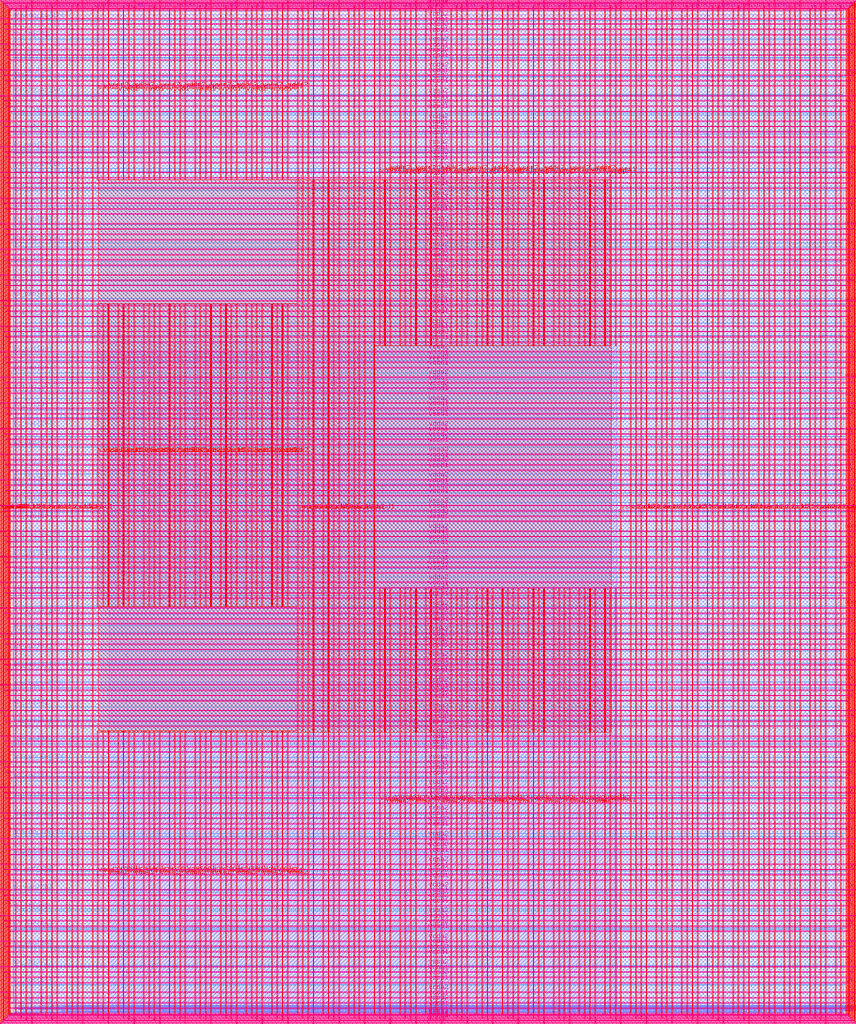
<source format=lef>
VERSION 5.7 ;
  NOWIREEXTENSIONATPIN ON ;
  DIVIDERCHAR "/" ;
  BUSBITCHARS "[]" ;
MACRO user_project_wrapper
  CLASS BLOCK ;
  FOREIGN user_project_wrapper ;
  ORIGIN 0.000 0.000 ;
  SIZE 2920.000 BY 3520.000 ;
  PIN analog_io[0]
    DIRECTION INOUT ;
    USE SIGNAL ;
    PORT
      LAYER met3 ;
        RECT 2917.600 1426.380 2924.800 1427.580 ;
    END
  END analog_io[0]
  PIN analog_io[10]
    DIRECTION INOUT ;
    USE SIGNAL ;
    PORT
      LAYER met2 ;
        RECT 2230.490 3517.600 2231.050 3524.800 ;
    END
  END analog_io[10]
  PIN analog_io[11]
    DIRECTION INOUT ;
    USE SIGNAL ;
    PORT
      LAYER met2 ;
        RECT 1905.730 3517.600 1906.290 3524.800 ;
    END
  END analog_io[11]
  PIN analog_io[12]
    DIRECTION INOUT ;
    USE SIGNAL ;
    PORT
      LAYER met2 ;
        RECT 1581.430 3517.600 1581.990 3524.800 ;
    END
  END analog_io[12]
  PIN analog_io[13]
    DIRECTION INOUT ;
    USE SIGNAL ;
    PORT
      LAYER met2 ;
        RECT 1257.130 3517.600 1257.690 3524.800 ;
    END
  END analog_io[13]
  PIN analog_io[14]
    DIRECTION INOUT ;
    USE SIGNAL ;
    PORT
      LAYER met2 ;
        RECT 932.370 3517.600 932.930 3524.800 ;
    END
  END analog_io[14]
  PIN analog_io[15]
    DIRECTION INOUT ;
    USE SIGNAL ;
    PORT
      LAYER met2 ;
        RECT 608.070 3517.600 608.630 3524.800 ;
    END
  END analog_io[15]
  PIN analog_io[16]
    DIRECTION INOUT ;
    USE SIGNAL ;
    PORT
      LAYER met2 ;
        RECT 283.770 3517.600 284.330 3524.800 ;
    END
  END analog_io[16]
  PIN analog_io[17]
    DIRECTION INOUT ;
    USE SIGNAL ;
    PORT
      LAYER met3 ;
        RECT -4.800 3486.100 2.400 3487.300 ;
    END
  END analog_io[17]
  PIN analog_io[18]
    DIRECTION INOUT ;
    USE SIGNAL ;
    PORT
      LAYER met3 ;
        RECT -4.800 3224.980 2.400 3226.180 ;
    END
  END analog_io[18]
  PIN analog_io[19]
    DIRECTION INOUT ;
    USE SIGNAL ;
    PORT
      LAYER met3 ;
        RECT -4.800 2964.540 2.400 2965.740 ;
    END
  END analog_io[19]
  PIN analog_io[1]
    DIRECTION INOUT ;
    USE SIGNAL ;
    PORT
      LAYER met3 ;
        RECT 2917.600 1692.260 2924.800 1693.460 ;
    END
  END analog_io[1]
  PIN analog_io[20]
    DIRECTION INOUT ;
    USE SIGNAL ;
    PORT
      LAYER met3 ;
        RECT -4.800 2703.420 2.400 2704.620 ;
    END
  END analog_io[20]
  PIN analog_io[21]
    DIRECTION INOUT ;
    USE SIGNAL ;
    PORT
      LAYER met3 ;
        RECT -4.800 2442.980 2.400 2444.180 ;
    END
  END analog_io[21]
  PIN analog_io[22]
    DIRECTION INOUT ;
    USE SIGNAL ;
    PORT
      LAYER met3 ;
        RECT -4.800 2182.540 2.400 2183.740 ;
    END
  END analog_io[22]
  PIN analog_io[23]
    DIRECTION INOUT ;
    USE SIGNAL ;
    PORT
      LAYER met3 ;
        RECT -4.800 1921.420 2.400 1922.620 ;
    END
  END analog_io[23]
  PIN analog_io[24]
    DIRECTION INOUT ;
    USE SIGNAL ;
    PORT
      LAYER met3 ;
        RECT -4.800 1660.980 2.400 1662.180 ;
    END
  END analog_io[24]
  PIN analog_io[25]
    DIRECTION INOUT ;
    USE SIGNAL ;
    PORT
      LAYER met3 ;
        RECT -4.800 1399.860 2.400 1401.060 ;
    END
  END analog_io[25]
  PIN analog_io[26]
    DIRECTION INOUT ;
    USE SIGNAL ;
    PORT
      LAYER met3 ;
        RECT -4.800 1139.420 2.400 1140.620 ;
    END
  END analog_io[26]
  PIN analog_io[27]
    DIRECTION INOUT ;
    USE SIGNAL ;
    PORT
      LAYER met3 ;
        RECT -4.800 878.980 2.400 880.180 ;
    END
  END analog_io[27]
  PIN analog_io[28]
    DIRECTION INOUT ;
    USE SIGNAL ;
    PORT
      LAYER met3 ;
        RECT -4.800 617.860 2.400 619.060 ;
    END
  END analog_io[28]
  PIN analog_io[2]
    DIRECTION INOUT ;
    USE SIGNAL ;
    PORT
      LAYER met3 ;
        RECT 2917.600 1958.140 2924.800 1959.340 ;
    END
  END analog_io[2]
  PIN analog_io[3]
    DIRECTION INOUT ;
    USE SIGNAL ;
    PORT
      LAYER met3 ;
        RECT 2917.600 2223.340 2924.800 2224.540 ;
    END
  END analog_io[3]
  PIN analog_io[4]
    DIRECTION INOUT ;
    USE SIGNAL ;
    PORT
      LAYER met3 ;
        RECT 2917.600 2489.220 2924.800 2490.420 ;
    END
  END analog_io[4]
  PIN analog_io[5]
    DIRECTION INOUT ;
    USE SIGNAL ;
    PORT
      LAYER met3 ;
        RECT 2917.600 2755.100 2924.800 2756.300 ;
    END
  END analog_io[5]
  PIN analog_io[6]
    DIRECTION INOUT ;
    USE SIGNAL ;
    PORT
      LAYER met3 ;
        RECT 2917.600 3020.300 2924.800 3021.500 ;
    END
  END analog_io[6]
  PIN analog_io[7]
    DIRECTION INOUT ;
    USE SIGNAL ;
    PORT
      LAYER met3 ;
        RECT 2917.600 3286.180 2924.800 3287.380 ;
    END
  END analog_io[7]
  PIN analog_io[8]
    DIRECTION INOUT ;
    USE SIGNAL ;
    PORT
      LAYER met2 ;
        RECT 2879.090 3517.600 2879.650 3524.800 ;
    END
  END analog_io[8]
  PIN analog_io[9]
    DIRECTION INOUT ;
    USE SIGNAL ;
    PORT
      LAYER met2 ;
        RECT 2554.790 3517.600 2555.350 3524.800 ;
    END
  END analog_io[9]
  PIN io_in[0]
    DIRECTION INPUT ;
    USE SIGNAL ;
    PORT
      LAYER met3 ;
        RECT 2917.600 32.380 2924.800 33.580 ;
    END
  END io_in[0]
  PIN io_in[10]
    DIRECTION INPUT ;
    USE SIGNAL ;
    PORT
      LAYER met3 ;
        RECT 2917.600 2289.980 2924.800 2291.180 ;
    END
  END io_in[10]
  PIN io_in[11]
    DIRECTION INPUT ;
    USE SIGNAL ;
    PORT
      LAYER met3 ;
        RECT 2917.600 2555.860 2924.800 2557.060 ;
    END
  END io_in[11]
  PIN io_in[12]
    DIRECTION INPUT ;
    USE SIGNAL ;
    PORT
      LAYER met3 ;
        RECT 2917.600 2821.060 2924.800 2822.260 ;
    END
  END io_in[12]
  PIN io_in[13]
    DIRECTION INPUT ;
    USE SIGNAL ;
    PORT
      LAYER met3 ;
        RECT 2917.600 3086.940 2924.800 3088.140 ;
    END
  END io_in[13]
  PIN io_in[14]
    DIRECTION INPUT ;
    USE SIGNAL ;
    PORT
      LAYER met3 ;
        RECT 2917.600 3352.820 2924.800 3354.020 ;
    END
  END io_in[14]
  PIN io_in[15]
    DIRECTION INPUT ;
    USE SIGNAL ;
    PORT
      LAYER met2 ;
        RECT 2798.130 3517.600 2798.690 3524.800 ;
    END
  END io_in[15]
  PIN io_in[16]
    DIRECTION INPUT ;
    USE SIGNAL ;
    PORT
      LAYER met2 ;
        RECT 2473.830 3517.600 2474.390 3524.800 ;
    END
  END io_in[16]
  PIN io_in[17]
    DIRECTION INPUT ;
    USE SIGNAL ;
    PORT
      LAYER met2 ;
        RECT 2149.070 3517.600 2149.630 3524.800 ;
    END
  END io_in[17]
  PIN io_in[18]
    DIRECTION INPUT ;
    USE SIGNAL ;
    PORT
      LAYER met2 ;
        RECT 1824.770 3517.600 1825.330 3524.800 ;
    END
  END io_in[18]
  PIN io_in[19]
    DIRECTION INPUT ;
    USE SIGNAL ;
    PORT
      LAYER met2 ;
        RECT 1500.470 3517.600 1501.030 3524.800 ;
    END
  END io_in[19]
  PIN io_in[1]
    DIRECTION INPUT ;
    USE SIGNAL ;
    PORT
      LAYER met3 ;
        RECT 2917.600 230.940 2924.800 232.140 ;
    END
  END io_in[1]
  PIN io_in[20]
    DIRECTION INPUT ;
    USE SIGNAL ;
    PORT
      LAYER met2 ;
        RECT 1175.710 3517.600 1176.270 3524.800 ;
    END
  END io_in[20]
  PIN io_in[21]
    DIRECTION INPUT ;
    USE SIGNAL ;
    PORT
      LAYER met2 ;
        RECT 851.410 3517.600 851.970 3524.800 ;
    END
  END io_in[21]
  PIN io_in[22]
    DIRECTION INPUT ;
    USE SIGNAL ;
    PORT
      LAYER met2 ;
        RECT 527.110 3517.600 527.670 3524.800 ;
    END
  END io_in[22]
  PIN io_in[23]
    DIRECTION INPUT ;
    USE SIGNAL ;
    PORT
      LAYER met2 ;
        RECT 202.350 3517.600 202.910 3524.800 ;
    END
  END io_in[23]
  PIN io_in[24]
    DIRECTION INPUT ;
    USE SIGNAL ;
    PORT
      LAYER met3 ;
        RECT -4.800 3420.820 2.400 3422.020 ;
    END
  END io_in[24]
  PIN io_in[25]
    DIRECTION INPUT ;
    USE SIGNAL ;
    PORT
      LAYER met3 ;
        RECT -4.800 3159.700 2.400 3160.900 ;
    END
  END io_in[25]
  PIN io_in[26]
    DIRECTION INPUT ;
    USE SIGNAL ;
    PORT
      LAYER met3 ;
        RECT -4.800 2899.260 2.400 2900.460 ;
    END
  END io_in[26]
  PIN io_in[27]
    DIRECTION INPUT ;
    USE SIGNAL ;
    PORT
      LAYER met3 ;
        RECT -4.800 2638.820 2.400 2640.020 ;
    END
  END io_in[27]
  PIN io_in[28]
    DIRECTION INPUT ;
    USE SIGNAL ;
    PORT
      LAYER met3 ;
        RECT -4.800 2377.700 2.400 2378.900 ;
    END
  END io_in[28]
  PIN io_in[29]
    DIRECTION INPUT ;
    USE SIGNAL ;
    PORT
      LAYER met3 ;
        RECT -4.800 2117.260 2.400 2118.460 ;
    END
  END io_in[29]
  PIN io_in[2]
    DIRECTION INPUT ;
    USE SIGNAL ;
    PORT
      LAYER met3 ;
        RECT 2917.600 430.180 2924.800 431.380 ;
    END
  END io_in[2]
  PIN io_in[30]
    DIRECTION INPUT ;
    USE SIGNAL ;
    PORT
      LAYER met3 ;
        RECT -4.800 1856.140 2.400 1857.340 ;
    END
  END io_in[30]
  PIN io_in[31]
    DIRECTION INPUT ;
    USE SIGNAL ;
    PORT
      LAYER met3 ;
        RECT -4.800 1595.700 2.400 1596.900 ;
    END
  END io_in[31]
  PIN io_in[32]
    DIRECTION INPUT ;
    USE SIGNAL ;
    PORT
      LAYER met3 ;
        RECT -4.800 1335.260 2.400 1336.460 ;
    END
  END io_in[32]
  PIN io_in[33]
    DIRECTION INPUT ;
    USE SIGNAL ;
    PORT
      LAYER met3 ;
        RECT -4.800 1074.140 2.400 1075.340 ;
    END
  END io_in[33]
  PIN io_in[34]
    DIRECTION INPUT ;
    USE SIGNAL ;
    PORT
      LAYER met3 ;
        RECT -4.800 813.700 2.400 814.900 ;
    END
  END io_in[34]
  PIN io_in[35]
    DIRECTION INPUT ;
    USE SIGNAL ;
    PORT
      LAYER met3 ;
        RECT -4.800 552.580 2.400 553.780 ;
    END
  END io_in[35]
  PIN io_in[36]
    DIRECTION INPUT ;
    USE SIGNAL ;
    PORT
      LAYER met3 ;
        RECT -4.800 357.420 2.400 358.620 ;
    END
  END io_in[36]
  PIN io_in[37]
    DIRECTION INPUT ;
    USE SIGNAL ;
    PORT
      LAYER met3 ;
        RECT -4.800 161.580 2.400 162.780 ;
    END
  END io_in[37]
  PIN io_in[3]
    DIRECTION INPUT ;
    USE SIGNAL ;
    PORT
      LAYER met3 ;
        RECT 2917.600 629.420 2924.800 630.620 ;
    END
  END io_in[3]
  PIN io_in[4]
    DIRECTION INPUT ;
    USE SIGNAL ;
    PORT
      LAYER met3 ;
        RECT 2917.600 828.660 2924.800 829.860 ;
    END
  END io_in[4]
  PIN io_in[5]
    DIRECTION INPUT ;
    USE SIGNAL ;
    PORT
      LAYER met3 ;
        RECT 2917.600 1027.900 2924.800 1029.100 ;
    END
  END io_in[5]
  PIN io_in[6]
    DIRECTION INPUT ;
    USE SIGNAL ;
    PORT
      LAYER met3 ;
        RECT 2917.600 1227.140 2924.800 1228.340 ;
    END
  END io_in[6]
  PIN io_in[7]
    DIRECTION INPUT ;
    USE SIGNAL ;
    PORT
      LAYER met3 ;
        RECT 2917.600 1493.020 2924.800 1494.220 ;
    END
  END io_in[7]
  PIN io_in[8]
    DIRECTION INPUT ;
    USE SIGNAL ;
    PORT
      LAYER met3 ;
        RECT 2917.600 1758.900 2924.800 1760.100 ;
    END
  END io_in[8]
  PIN io_in[9]
    DIRECTION INPUT ;
    USE SIGNAL ;
    PORT
      LAYER met3 ;
        RECT 2917.600 2024.100 2924.800 2025.300 ;
    END
  END io_in[9]
  PIN io_oeb[0]
    DIRECTION OUTPUT TRISTATE ;
    USE SIGNAL ;
    PORT
      LAYER met3 ;
        RECT 2917.600 164.980 2924.800 166.180 ;
    END
  END io_oeb[0]
  PIN io_oeb[10]
    DIRECTION OUTPUT TRISTATE ;
    USE SIGNAL ;
    PORT
      LAYER met3 ;
        RECT 2917.600 2422.580 2924.800 2423.780 ;
    END
  END io_oeb[10]
  PIN io_oeb[11]
    DIRECTION OUTPUT TRISTATE ;
    USE SIGNAL ;
    PORT
      LAYER met3 ;
        RECT 2917.600 2688.460 2924.800 2689.660 ;
    END
  END io_oeb[11]
  PIN io_oeb[12]
    DIRECTION OUTPUT TRISTATE ;
    USE SIGNAL ;
    PORT
      LAYER met3 ;
        RECT 2917.600 2954.340 2924.800 2955.540 ;
    END
  END io_oeb[12]
  PIN io_oeb[13]
    DIRECTION OUTPUT TRISTATE ;
    USE SIGNAL ;
    PORT
      LAYER met3 ;
        RECT 2917.600 3219.540 2924.800 3220.740 ;
    END
  END io_oeb[13]
  PIN io_oeb[14]
    DIRECTION OUTPUT TRISTATE ;
    USE SIGNAL ;
    PORT
      LAYER met3 ;
        RECT 2917.600 3485.420 2924.800 3486.620 ;
    END
  END io_oeb[14]
  PIN io_oeb[15]
    DIRECTION OUTPUT TRISTATE ;
    USE SIGNAL ;
    PORT
      LAYER met2 ;
        RECT 2635.750 3517.600 2636.310 3524.800 ;
    END
  END io_oeb[15]
  PIN io_oeb[16]
    DIRECTION OUTPUT TRISTATE ;
    USE SIGNAL ;
    PORT
      LAYER met2 ;
        RECT 2311.450 3517.600 2312.010 3524.800 ;
    END
  END io_oeb[16]
  PIN io_oeb[17]
    DIRECTION OUTPUT TRISTATE ;
    USE SIGNAL ;
    PORT
      LAYER met2 ;
        RECT 1987.150 3517.600 1987.710 3524.800 ;
    END
  END io_oeb[17]
  PIN io_oeb[18]
    DIRECTION OUTPUT TRISTATE ;
    USE SIGNAL ;
    PORT
      LAYER met2 ;
        RECT 1662.390 3517.600 1662.950 3524.800 ;
    END
  END io_oeb[18]
  PIN io_oeb[19]
    DIRECTION OUTPUT TRISTATE ;
    USE SIGNAL ;
    PORT
      LAYER met2 ;
        RECT 1338.090 3517.600 1338.650 3524.800 ;
    END
  END io_oeb[19]
  PIN io_oeb[1]
    DIRECTION OUTPUT TRISTATE ;
    USE SIGNAL ;
    PORT
      LAYER met3 ;
        RECT 2917.600 364.220 2924.800 365.420 ;
    END
  END io_oeb[1]
  PIN io_oeb[20]
    DIRECTION OUTPUT TRISTATE ;
    USE SIGNAL ;
    PORT
      LAYER met2 ;
        RECT 1013.790 3517.600 1014.350 3524.800 ;
    END
  END io_oeb[20]
  PIN io_oeb[21]
    DIRECTION OUTPUT TRISTATE ;
    USE SIGNAL ;
    PORT
      LAYER met2 ;
        RECT 689.030 3517.600 689.590 3524.800 ;
    END
  END io_oeb[21]
  PIN io_oeb[22]
    DIRECTION OUTPUT TRISTATE ;
    USE SIGNAL ;
    PORT
      LAYER met2 ;
        RECT 364.730 3517.600 365.290 3524.800 ;
    END
  END io_oeb[22]
  PIN io_oeb[23]
    DIRECTION OUTPUT TRISTATE ;
    USE SIGNAL ;
    PORT
      LAYER met2 ;
        RECT 40.430 3517.600 40.990 3524.800 ;
    END
  END io_oeb[23]
  PIN io_oeb[24]
    DIRECTION OUTPUT TRISTATE ;
    USE SIGNAL ;
    PORT
      LAYER met3 ;
        RECT -4.800 3290.260 2.400 3291.460 ;
    END
  END io_oeb[24]
  PIN io_oeb[25]
    DIRECTION OUTPUT TRISTATE ;
    USE SIGNAL ;
    PORT
      LAYER met3 ;
        RECT -4.800 3029.820 2.400 3031.020 ;
    END
  END io_oeb[25]
  PIN io_oeb[26]
    DIRECTION OUTPUT TRISTATE ;
    USE SIGNAL ;
    PORT
      LAYER met3 ;
        RECT -4.800 2768.700 2.400 2769.900 ;
    END
  END io_oeb[26]
  PIN io_oeb[27]
    DIRECTION OUTPUT TRISTATE ;
    USE SIGNAL ;
    PORT
      LAYER met3 ;
        RECT -4.800 2508.260 2.400 2509.460 ;
    END
  END io_oeb[27]
  PIN io_oeb[28]
    DIRECTION OUTPUT TRISTATE ;
    USE SIGNAL ;
    PORT
      LAYER met3 ;
        RECT -4.800 2247.140 2.400 2248.340 ;
    END
  END io_oeb[28]
  PIN io_oeb[29]
    DIRECTION OUTPUT TRISTATE ;
    USE SIGNAL ;
    PORT
      LAYER met3 ;
        RECT -4.800 1986.700 2.400 1987.900 ;
    END
  END io_oeb[29]
  PIN io_oeb[2]
    DIRECTION OUTPUT TRISTATE ;
    USE SIGNAL ;
    PORT
      LAYER met3 ;
        RECT 2917.600 563.460 2924.800 564.660 ;
    END
  END io_oeb[2]
  PIN io_oeb[30]
    DIRECTION OUTPUT TRISTATE ;
    USE SIGNAL ;
    PORT
      LAYER met3 ;
        RECT -4.800 1726.260 2.400 1727.460 ;
    END
  END io_oeb[30]
  PIN io_oeb[31]
    DIRECTION OUTPUT TRISTATE ;
    USE SIGNAL ;
    PORT
      LAYER met3 ;
        RECT -4.800 1465.140 2.400 1466.340 ;
    END
  END io_oeb[31]
  PIN io_oeb[32]
    DIRECTION OUTPUT TRISTATE ;
    USE SIGNAL ;
    PORT
      LAYER met3 ;
        RECT -4.800 1204.700 2.400 1205.900 ;
    END
  END io_oeb[32]
  PIN io_oeb[33]
    DIRECTION OUTPUT TRISTATE ;
    USE SIGNAL ;
    PORT
      LAYER met3 ;
        RECT -4.800 943.580 2.400 944.780 ;
    END
  END io_oeb[33]
  PIN io_oeb[34]
    DIRECTION OUTPUT TRISTATE ;
    USE SIGNAL ;
    PORT
      LAYER met3 ;
        RECT -4.800 683.140 2.400 684.340 ;
    END
  END io_oeb[34]
  PIN io_oeb[35]
    DIRECTION OUTPUT TRISTATE ;
    USE SIGNAL ;
    PORT
      LAYER met3 ;
        RECT -4.800 422.700 2.400 423.900 ;
    END
  END io_oeb[35]
  PIN io_oeb[36]
    DIRECTION OUTPUT TRISTATE ;
    USE SIGNAL ;
    PORT
      LAYER met3 ;
        RECT -4.800 226.860 2.400 228.060 ;
    END
  END io_oeb[36]
  PIN io_oeb[37]
    DIRECTION OUTPUT TRISTATE ;
    USE SIGNAL ;
    PORT
      LAYER met3 ;
        RECT -4.800 31.700 2.400 32.900 ;
    END
  END io_oeb[37]
  PIN io_oeb[3]
    DIRECTION OUTPUT TRISTATE ;
    USE SIGNAL ;
    PORT
      LAYER met3 ;
        RECT 2917.600 762.700 2924.800 763.900 ;
    END
  END io_oeb[3]
  PIN io_oeb[4]
    DIRECTION OUTPUT TRISTATE ;
    USE SIGNAL ;
    PORT
      LAYER met3 ;
        RECT 2917.600 961.940 2924.800 963.140 ;
    END
  END io_oeb[4]
  PIN io_oeb[5]
    DIRECTION OUTPUT TRISTATE ;
    USE SIGNAL ;
    PORT
      LAYER met3 ;
        RECT 2917.600 1161.180 2924.800 1162.380 ;
    END
  END io_oeb[5]
  PIN io_oeb[6]
    DIRECTION OUTPUT TRISTATE ;
    USE SIGNAL ;
    PORT
      LAYER met3 ;
        RECT 2917.600 1360.420 2924.800 1361.620 ;
    END
  END io_oeb[6]
  PIN io_oeb[7]
    DIRECTION OUTPUT TRISTATE ;
    USE SIGNAL ;
    PORT
      LAYER met3 ;
        RECT 2917.600 1625.620 2924.800 1626.820 ;
    END
  END io_oeb[7]
  PIN io_oeb[8]
    DIRECTION OUTPUT TRISTATE ;
    USE SIGNAL ;
    PORT
      LAYER met3 ;
        RECT 2917.600 1891.500 2924.800 1892.700 ;
    END
  END io_oeb[8]
  PIN io_oeb[9]
    DIRECTION OUTPUT TRISTATE ;
    USE SIGNAL ;
    PORT
      LAYER met3 ;
        RECT 2917.600 2157.380 2924.800 2158.580 ;
    END
  END io_oeb[9]
  PIN io_out[0]
    DIRECTION OUTPUT TRISTATE ;
    USE SIGNAL ;
    PORT
      LAYER met3 ;
        RECT 2917.600 98.340 2924.800 99.540 ;
    END
  END io_out[0]
  PIN io_out[10]
    DIRECTION OUTPUT TRISTATE ;
    USE SIGNAL ;
    PORT
      LAYER met3 ;
        RECT 2917.600 2356.620 2924.800 2357.820 ;
    END
  END io_out[10]
  PIN io_out[11]
    DIRECTION OUTPUT TRISTATE ;
    USE SIGNAL ;
    PORT
      LAYER met3 ;
        RECT 2917.600 2621.820 2924.800 2623.020 ;
    END
  END io_out[11]
  PIN io_out[12]
    DIRECTION OUTPUT TRISTATE ;
    USE SIGNAL ;
    PORT
      LAYER met3 ;
        RECT 2917.600 2887.700 2924.800 2888.900 ;
    END
  END io_out[12]
  PIN io_out[13]
    DIRECTION OUTPUT TRISTATE ;
    USE SIGNAL ;
    PORT
      LAYER met3 ;
        RECT 2917.600 3153.580 2924.800 3154.780 ;
    END
  END io_out[13]
  PIN io_out[14]
    DIRECTION OUTPUT TRISTATE ;
    USE SIGNAL ;
    PORT
      LAYER met3 ;
        RECT 2917.600 3418.780 2924.800 3419.980 ;
    END
  END io_out[14]
  PIN io_out[15]
    DIRECTION OUTPUT TRISTATE ;
    USE SIGNAL ;
    PORT
      LAYER met2 ;
        RECT 2717.170 3517.600 2717.730 3524.800 ;
    END
  END io_out[15]
  PIN io_out[16]
    DIRECTION OUTPUT TRISTATE ;
    USE SIGNAL ;
    PORT
      LAYER met2 ;
        RECT 2392.410 3517.600 2392.970 3524.800 ;
    END
  END io_out[16]
  PIN io_out[17]
    DIRECTION OUTPUT TRISTATE ;
    USE SIGNAL ;
    PORT
      LAYER met2 ;
        RECT 2068.110 3517.600 2068.670 3524.800 ;
    END
  END io_out[17]
  PIN io_out[18]
    DIRECTION OUTPUT TRISTATE ;
    USE SIGNAL ;
    PORT
      LAYER met2 ;
        RECT 1743.810 3517.600 1744.370 3524.800 ;
    END
  END io_out[18]
  PIN io_out[19]
    DIRECTION OUTPUT TRISTATE ;
    USE SIGNAL ;
    PORT
      LAYER met2 ;
        RECT 1419.050 3517.600 1419.610 3524.800 ;
    END
  END io_out[19]
  PIN io_out[1]
    DIRECTION OUTPUT TRISTATE ;
    USE SIGNAL ;
    PORT
      LAYER met3 ;
        RECT 2917.600 297.580 2924.800 298.780 ;
    END
  END io_out[1]
  PIN io_out[20]
    DIRECTION OUTPUT TRISTATE ;
    USE SIGNAL ;
    PORT
      LAYER met2 ;
        RECT 1094.750 3517.600 1095.310 3524.800 ;
    END
  END io_out[20]
  PIN io_out[21]
    DIRECTION OUTPUT TRISTATE ;
    USE SIGNAL ;
    PORT
      LAYER met2 ;
        RECT 770.450 3517.600 771.010 3524.800 ;
    END
  END io_out[21]
  PIN io_out[22]
    DIRECTION OUTPUT TRISTATE ;
    USE SIGNAL ;
    PORT
      LAYER met2 ;
        RECT 445.690 3517.600 446.250 3524.800 ;
    END
  END io_out[22]
  PIN io_out[23]
    DIRECTION OUTPUT TRISTATE ;
    USE SIGNAL ;
    PORT
      LAYER met2 ;
        RECT 121.390 3517.600 121.950 3524.800 ;
    END
  END io_out[23]
  PIN io_out[24]
    DIRECTION OUTPUT TRISTATE ;
    USE SIGNAL ;
    PORT
      LAYER met3 ;
        RECT -4.800 3355.540 2.400 3356.740 ;
    END
  END io_out[24]
  PIN io_out[25]
    DIRECTION OUTPUT TRISTATE ;
    USE SIGNAL ;
    PORT
      LAYER met3 ;
        RECT -4.800 3095.100 2.400 3096.300 ;
    END
  END io_out[25]
  PIN io_out[26]
    DIRECTION OUTPUT TRISTATE ;
    USE SIGNAL ;
    PORT
      LAYER met3 ;
        RECT -4.800 2833.980 2.400 2835.180 ;
    END
  END io_out[26]
  PIN io_out[27]
    DIRECTION OUTPUT TRISTATE ;
    USE SIGNAL ;
    PORT
      LAYER met3 ;
        RECT -4.800 2573.540 2.400 2574.740 ;
    END
  END io_out[27]
  PIN io_out[28]
    DIRECTION OUTPUT TRISTATE ;
    USE SIGNAL ;
    PORT
      LAYER met3 ;
        RECT -4.800 2312.420 2.400 2313.620 ;
    END
  END io_out[28]
  PIN io_out[29]
    DIRECTION OUTPUT TRISTATE ;
    USE SIGNAL ;
    PORT
      LAYER met3 ;
        RECT -4.800 2051.980 2.400 2053.180 ;
    END
  END io_out[29]
  PIN io_out[2]
    DIRECTION OUTPUT TRISTATE ;
    USE SIGNAL ;
    PORT
      LAYER met3 ;
        RECT 2917.600 496.820 2924.800 498.020 ;
    END
  END io_out[2]
  PIN io_out[30]
    DIRECTION OUTPUT TRISTATE ;
    USE SIGNAL ;
    PORT
      LAYER met3 ;
        RECT -4.800 1791.540 2.400 1792.740 ;
    END
  END io_out[30]
  PIN io_out[31]
    DIRECTION OUTPUT TRISTATE ;
    USE SIGNAL ;
    PORT
      LAYER met3 ;
        RECT -4.800 1530.420 2.400 1531.620 ;
    END
  END io_out[31]
  PIN io_out[32]
    DIRECTION OUTPUT TRISTATE ;
    USE SIGNAL ;
    PORT
      LAYER met3 ;
        RECT -4.800 1269.980 2.400 1271.180 ;
    END
  END io_out[32]
  PIN io_out[33]
    DIRECTION OUTPUT TRISTATE ;
    USE SIGNAL ;
    PORT
      LAYER met3 ;
        RECT -4.800 1008.860 2.400 1010.060 ;
    END
  END io_out[33]
  PIN io_out[34]
    DIRECTION OUTPUT TRISTATE ;
    USE SIGNAL ;
    PORT
      LAYER met3 ;
        RECT -4.800 748.420 2.400 749.620 ;
    END
  END io_out[34]
  PIN io_out[35]
    DIRECTION OUTPUT TRISTATE ;
    USE SIGNAL ;
    PORT
      LAYER met3 ;
        RECT -4.800 487.300 2.400 488.500 ;
    END
  END io_out[35]
  PIN io_out[36]
    DIRECTION OUTPUT TRISTATE ;
    USE SIGNAL ;
    PORT
      LAYER met3 ;
        RECT -4.800 292.140 2.400 293.340 ;
    END
  END io_out[36]
  PIN io_out[37]
    DIRECTION OUTPUT TRISTATE ;
    USE SIGNAL ;
    PORT
      LAYER met3 ;
        RECT -4.800 96.300 2.400 97.500 ;
    END
  END io_out[37]
  PIN io_out[3]
    DIRECTION OUTPUT TRISTATE ;
    USE SIGNAL ;
    PORT
      LAYER met3 ;
        RECT 2917.600 696.060 2924.800 697.260 ;
    END
  END io_out[3]
  PIN io_out[4]
    DIRECTION OUTPUT TRISTATE ;
    USE SIGNAL ;
    PORT
      LAYER met3 ;
        RECT 2917.600 895.300 2924.800 896.500 ;
    END
  END io_out[4]
  PIN io_out[5]
    DIRECTION OUTPUT TRISTATE ;
    USE SIGNAL ;
    PORT
      LAYER met3 ;
        RECT 2917.600 1094.540 2924.800 1095.740 ;
    END
  END io_out[5]
  PIN io_out[6]
    DIRECTION OUTPUT TRISTATE ;
    USE SIGNAL ;
    PORT
      LAYER met3 ;
        RECT 2917.600 1293.780 2924.800 1294.980 ;
    END
  END io_out[6]
  PIN io_out[7]
    DIRECTION OUTPUT TRISTATE ;
    USE SIGNAL ;
    PORT
      LAYER met3 ;
        RECT 2917.600 1559.660 2924.800 1560.860 ;
    END
  END io_out[7]
  PIN io_out[8]
    DIRECTION OUTPUT TRISTATE ;
    USE SIGNAL ;
    PORT
      LAYER met3 ;
        RECT 2917.600 1824.860 2924.800 1826.060 ;
    END
  END io_out[8]
  PIN io_out[9]
    DIRECTION OUTPUT TRISTATE ;
    USE SIGNAL ;
    PORT
      LAYER met3 ;
        RECT 2917.600 2090.740 2924.800 2091.940 ;
    END
  END io_out[9]
  PIN la_data_in[0]
    DIRECTION INPUT ;
    USE SIGNAL ;
    PORT
      LAYER met2 ;
        RECT 629.230 -4.800 629.790 2.400 ;
    END
  END la_data_in[0]
  PIN la_data_in[100]
    DIRECTION INPUT ;
    USE SIGNAL ;
    PORT
      LAYER met2 ;
        RECT 2402.530 -4.800 2403.090 2.400 ;
    END
  END la_data_in[100]
  PIN la_data_in[101]
    DIRECTION INPUT ;
    USE SIGNAL ;
    PORT
      LAYER met2 ;
        RECT 2420.010 -4.800 2420.570 2.400 ;
    END
  END la_data_in[101]
  PIN la_data_in[102]
    DIRECTION INPUT ;
    USE SIGNAL ;
    PORT
      LAYER met2 ;
        RECT 2437.950 -4.800 2438.510 2.400 ;
    END
  END la_data_in[102]
  PIN la_data_in[103]
    DIRECTION INPUT ;
    USE SIGNAL ;
    PORT
      LAYER met2 ;
        RECT 2455.430 -4.800 2455.990 2.400 ;
    END
  END la_data_in[103]
  PIN la_data_in[104]
    DIRECTION INPUT ;
    USE SIGNAL ;
    PORT
      LAYER met2 ;
        RECT 2473.370 -4.800 2473.930 2.400 ;
    END
  END la_data_in[104]
  PIN la_data_in[105]
    DIRECTION INPUT ;
    USE SIGNAL ;
    PORT
      LAYER met2 ;
        RECT 2490.850 -4.800 2491.410 2.400 ;
    END
  END la_data_in[105]
  PIN la_data_in[106]
    DIRECTION INPUT ;
    USE SIGNAL ;
    PORT
      LAYER met2 ;
        RECT 2508.790 -4.800 2509.350 2.400 ;
    END
  END la_data_in[106]
  PIN la_data_in[107]
    DIRECTION INPUT ;
    USE SIGNAL ;
    PORT
      LAYER met2 ;
        RECT 2526.730 -4.800 2527.290 2.400 ;
    END
  END la_data_in[107]
  PIN la_data_in[108]
    DIRECTION INPUT ;
    USE SIGNAL ;
    PORT
      LAYER met2 ;
        RECT 2544.210 -4.800 2544.770 2.400 ;
    END
  END la_data_in[108]
  PIN la_data_in[109]
    DIRECTION INPUT ;
    USE SIGNAL ;
    PORT
      LAYER met2 ;
        RECT 2562.150 -4.800 2562.710 2.400 ;
    END
  END la_data_in[109]
  PIN la_data_in[10]
    DIRECTION INPUT ;
    USE SIGNAL ;
    PORT
      LAYER met2 ;
        RECT 806.330 -4.800 806.890 2.400 ;
    END
  END la_data_in[10]
  PIN la_data_in[110]
    DIRECTION INPUT ;
    USE SIGNAL ;
    PORT
      LAYER met2 ;
        RECT 2579.630 -4.800 2580.190 2.400 ;
    END
  END la_data_in[110]
  PIN la_data_in[111]
    DIRECTION INPUT ;
    USE SIGNAL ;
    PORT
      LAYER met2 ;
        RECT 2597.570 -4.800 2598.130 2.400 ;
    END
  END la_data_in[111]
  PIN la_data_in[112]
    DIRECTION INPUT ;
    USE SIGNAL ;
    PORT
      LAYER met2 ;
        RECT 2615.050 -4.800 2615.610 2.400 ;
    END
  END la_data_in[112]
  PIN la_data_in[113]
    DIRECTION INPUT ;
    USE SIGNAL ;
    PORT
      LAYER met2 ;
        RECT 2632.990 -4.800 2633.550 2.400 ;
    END
  END la_data_in[113]
  PIN la_data_in[114]
    DIRECTION INPUT ;
    USE SIGNAL ;
    PORT
      LAYER met2 ;
        RECT 2650.470 -4.800 2651.030 2.400 ;
    END
  END la_data_in[114]
  PIN la_data_in[115]
    DIRECTION INPUT ;
    USE SIGNAL ;
    PORT
      LAYER met2 ;
        RECT 2668.410 -4.800 2668.970 2.400 ;
    END
  END la_data_in[115]
  PIN la_data_in[116]
    DIRECTION INPUT ;
    USE SIGNAL ;
    PORT
      LAYER met2 ;
        RECT 2685.890 -4.800 2686.450 2.400 ;
    END
  END la_data_in[116]
  PIN la_data_in[117]
    DIRECTION INPUT ;
    USE SIGNAL ;
    PORT
      LAYER met2 ;
        RECT 2703.830 -4.800 2704.390 2.400 ;
    END
  END la_data_in[117]
  PIN la_data_in[118]
    DIRECTION INPUT ;
    USE SIGNAL ;
    PORT
      LAYER met2 ;
        RECT 2721.770 -4.800 2722.330 2.400 ;
    END
  END la_data_in[118]
  PIN la_data_in[119]
    DIRECTION INPUT ;
    USE SIGNAL ;
    PORT
      LAYER met2 ;
        RECT 2739.250 -4.800 2739.810 2.400 ;
    END
  END la_data_in[119]
  PIN la_data_in[11]
    DIRECTION INPUT ;
    USE SIGNAL ;
    PORT
      LAYER met2 ;
        RECT 824.270 -4.800 824.830 2.400 ;
    END
  END la_data_in[11]
  PIN la_data_in[120]
    DIRECTION INPUT ;
    USE SIGNAL ;
    PORT
      LAYER met2 ;
        RECT 2757.190 -4.800 2757.750 2.400 ;
    END
  END la_data_in[120]
  PIN la_data_in[121]
    DIRECTION INPUT ;
    USE SIGNAL ;
    PORT
      LAYER met2 ;
        RECT 2774.670 -4.800 2775.230 2.400 ;
    END
  END la_data_in[121]
  PIN la_data_in[122]
    DIRECTION INPUT ;
    USE SIGNAL ;
    PORT
      LAYER met2 ;
        RECT 2792.610 -4.800 2793.170 2.400 ;
    END
  END la_data_in[122]
  PIN la_data_in[123]
    DIRECTION INPUT ;
    USE SIGNAL ;
    PORT
      LAYER met2 ;
        RECT 2810.090 -4.800 2810.650 2.400 ;
    END
  END la_data_in[123]
  PIN la_data_in[124]
    DIRECTION INPUT ;
    USE SIGNAL ;
    PORT
      LAYER met2 ;
        RECT 2828.030 -4.800 2828.590 2.400 ;
    END
  END la_data_in[124]
  PIN la_data_in[125]
    DIRECTION INPUT ;
    USE SIGNAL ;
    PORT
      LAYER met2 ;
        RECT 2845.510 -4.800 2846.070 2.400 ;
    END
  END la_data_in[125]
  PIN la_data_in[126]
    DIRECTION INPUT ;
    USE SIGNAL ;
    PORT
      LAYER met2 ;
        RECT 2863.450 -4.800 2864.010 2.400 ;
    END
  END la_data_in[126]
  PIN la_data_in[127]
    DIRECTION INPUT ;
    USE SIGNAL ;
    PORT
      LAYER met2 ;
        RECT 2881.390 -4.800 2881.950 2.400 ;
    END
  END la_data_in[127]
  PIN la_data_in[12]
    DIRECTION INPUT ;
    USE SIGNAL ;
    PORT
      LAYER met2 ;
        RECT 841.750 -4.800 842.310 2.400 ;
    END
  END la_data_in[12]
  PIN la_data_in[13]
    DIRECTION INPUT ;
    USE SIGNAL ;
    PORT
      LAYER met2 ;
        RECT 859.690 -4.800 860.250 2.400 ;
    END
  END la_data_in[13]
  PIN la_data_in[14]
    DIRECTION INPUT ;
    USE SIGNAL ;
    PORT
      LAYER met2 ;
        RECT 877.170 -4.800 877.730 2.400 ;
    END
  END la_data_in[14]
  PIN la_data_in[15]
    DIRECTION INPUT ;
    USE SIGNAL ;
    PORT
      LAYER met2 ;
        RECT 895.110 -4.800 895.670 2.400 ;
    END
  END la_data_in[15]
  PIN la_data_in[16]
    DIRECTION INPUT ;
    USE SIGNAL ;
    PORT
      LAYER met2 ;
        RECT 912.590 -4.800 913.150 2.400 ;
    END
  END la_data_in[16]
  PIN la_data_in[17]
    DIRECTION INPUT ;
    USE SIGNAL ;
    PORT
      LAYER met2 ;
        RECT 930.530 -4.800 931.090 2.400 ;
    END
  END la_data_in[17]
  PIN la_data_in[18]
    DIRECTION INPUT ;
    USE SIGNAL ;
    PORT
      LAYER met2 ;
        RECT 948.470 -4.800 949.030 2.400 ;
    END
  END la_data_in[18]
  PIN la_data_in[19]
    DIRECTION INPUT ;
    USE SIGNAL ;
    PORT
      LAYER met2 ;
        RECT 965.950 -4.800 966.510 2.400 ;
    END
  END la_data_in[19]
  PIN la_data_in[1]
    DIRECTION INPUT ;
    USE SIGNAL ;
    PORT
      LAYER met2 ;
        RECT 646.710 -4.800 647.270 2.400 ;
    END
  END la_data_in[1]
  PIN la_data_in[20]
    DIRECTION INPUT ;
    USE SIGNAL ;
    PORT
      LAYER met2 ;
        RECT 983.890 -4.800 984.450 2.400 ;
    END
  END la_data_in[20]
  PIN la_data_in[21]
    DIRECTION INPUT ;
    USE SIGNAL ;
    PORT
      LAYER met2 ;
        RECT 1001.370 -4.800 1001.930 2.400 ;
    END
  END la_data_in[21]
  PIN la_data_in[22]
    DIRECTION INPUT ;
    USE SIGNAL ;
    PORT
      LAYER met2 ;
        RECT 1019.310 -4.800 1019.870 2.400 ;
    END
  END la_data_in[22]
  PIN la_data_in[23]
    DIRECTION INPUT ;
    USE SIGNAL ;
    PORT
      LAYER met2 ;
        RECT 1036.790 -4.800 1037.350 2.400 ;
    END
  END la_data_in[23]
  PIN la_data_in[24]
    DIRECTION INPUT ;
    USE SIGNAL ;
    PORT
      LAYER met2 ;
        RECT 1054.730 -4.800 1055.290 2.400 ;
    END
  END la_data_in[24]
  PIN la_data_in[25]
    DIRECTION INPUT ;
    USE SIGNAL ;
    PORT
      LAYER met2 ;
        RECT 1072.210 -4.800 1072.770 2.400 ;
    END
  END la_data_in[25]
  PIN la_data_in[26]
    DIRECTION INPUT ;
    USE SIGNAL ;
    PORT
      LAYER met2 ;
        RECT 1090.150 -4.800 1090.710 2.400 ;
    END
  END la_data_in[26]
  PIN la_data_in[27]
    DIRECTION INPUT ;
    USE SIGNAL ;
    PORT
      LAYER met2 ;
        RECT 1107.630 -4.800 1108.190 2.400 ;
    END
  END la_data_in[27]
  PIN la_data_in[28]
    DIRECTION INPUT ;
    USE SIGNAL ;
    PORT
      LAYER met2 ;
        RECT 1125.570 -4.800 1126.130 2.400 ;
    END
  END la_data_in[28]
  PIN la_data_in[29]
    DIRECTION INPUT ;
    USE SIGNAL ;
    PORT
      LAYER met2 ;
        RECT 1143.510 -4.800 1144.070 2.400 ;
    END
  END la_data_in[29]
  PIN la_data_in[2]
    DIRECTION INPUT ;
    USE SIGNAL ;
    PORT
      LAYER met2 ;
        RECT 664.650 -4.800 665.210 2.400 ;
    END
  END la_data_in[2]
  PIN la_data_in[30]
    DIRECTION INPUT ;
    USE SIGNAL ;
    PORT
      LAYER met2 ;
        RECT 1160.990 -4.800 1161.550 2.400 ;
    END
  END la_data_in[30]
  PIN la_data_in[31]
    DIRECTION INPUT ;
    USE SIGNAL ;
    PORT
      LAYER met2 ;
        RECT 1178.930 -4.800 1179.490 2.400 ;
    END
  END la_data_in[31]
  PIN la_data_in[32]
    DIRECTION INPUT ;
    USE SIGNAL ;
    PORT
      LAYER met2 ;
        RECT 1196.410 -4.800 1196.970 2.400 ;
    END
  END la_data_in[32]
  PIN la_data_in[33]
    DIRECTION INPUT ;
    USE SIGNAL ;
    PORT
      LAYER met2 ;
        RECT 1214.350 -4.800 1214.910 2.400 ;
    END
  END la_data_in[33]
  PIN la_data_in[34]
    DIRECTION INPUT ;
    USE SIGNAL ;
    PORT
      LAYER met2 ;
        RECT 1231.830 -4.800 1232.390 2.400 ;
    END
  END la_data_in[34]
  PIN la_data_in[35]
    DIRECTION INPUT ;
    USE SIGNAL ;
    PORT
      LAYER met2 ;
        RECT 1249.770 -4.800 1250.330 2.400 ;
    END
  END la_data_in[35]
  PIN la_data_in[36]
    DIRECTION INPUT ;
    USE SIGNAL ;
    PORT
      LAYER met2 ;
        RECT 1267.250 -4.800 1267.810 2.400 ;
    END
  END la_data_in[36]
  PIN la_data_in[37]
    DIRECTION INPUT ;
    USE SIGNAL ;
    PORT
      LAYER met2 ;
        RECT 1285.190 -4.800 1285.750 2.400 ;
    END
  END la_data_in[37]
  PIN la_data_in[38]
    DIRECTION INPUT ;
    USE SIGNAL ;
    PORT
      LAYER met2 ;
        RECT 1303.130 -4.800 1303.690 2.400 ;
    END
  END la_data_in[38]
  PIN la_data_in[39]
    DIRECTION INPUT ;
    USE SIGNAL ;
    PORT
      LAYER met2 ;
        RECT 1320.610 -4.800 1321.170 2.400 ;
    END
  END la_data_in[39]
  PIN la_data_in[3]
    DIRECTION INPUT ;
    USE SIGNAL ;
    PORT
      LAYER met2 ;
        RECT 682.130 -4.800 682.690 2.400 ;
    END
  END la_data_in[3]
  PIN la_data_in[40]
    DIRECTION INPUT ;
    USE SIGNAL ;
    PORT
      LAYER met2 ;
        RECT 1338.550 -4.800 1339.110 2.400 ;
    END
  END la_data_in[40]
  PIN la_data_in[41]
    DIRECTION INPUT ;
    USE SIGNAL ;
    PORT
      LAYER met2 ;
        RECT 1356.030 -4.800 1356.590 2.400 ;
    END
  END la_data_in[41]
  PIN la_data_in[42]
    DIRECTION INPUT ;
    USE SIGNAL ;
    PORT
      LAYER met2 ;
        RECT 1373.970 -4.800 1374.530 2.400 ;
    END
  END la_data_in[42]
  PIN la_data_in[43]
    DIRECTION INPUT ;
    USE SIGNAL ;
    PORT
      LAYER met2 ;
        RECT 1391.450 -4.800 1392.010 2.400 ;
    END
  END la_data_in[43]
  PIN la_data_in[44]
    DIRECTION INPUT ;
    USE SIGNAL ;
    PORT
      LAYER met2 ;
        RECT 1409.390 -4.800 1409.950 2.400 ;
    END
  END la_data_in[44]
  PIN la_data_in[45]
    DIRECTION INPUT ;
    USE SIGNAL ;
    PORT
      LAYER met2 ;
        RECT 1426.870 -4.800 1427.430 2.400 ;
    END
  END la_data_in[45]
  PIN la_data_in[46]
    DIRECTION INPUT ;
    USE SIGNAL ;
    PORT
      LAYER met2 ;
        RECT 1444.810 -4.800 1445.370 2.400 ;
    END
  END la_data_in[46]
  PIN la_data_in[47]
    DIRECTION INPUT ;
    USE SIGNAL ;
    PORT
      LAYER met2 ;
        RECT 1462.750 -4.800 1463.310 2.400 ;
    END
  END la_data_in[47]
  PIN la_data_in[48]
    DIRECTION INPUT ;
    USE SIGNAL ;
    PORT
      LAYER met2 ;
        RECT 1480.230 -4.800 1480.790 2.400 ;
    END
  END la_data_in[48]
  PIN la_data_in[49]
    DIRECTION INPUT ;
    USE SIGNAL ;
    PORT
      LAYER met2 ;
        RECT 1498.170 -4.800 1498.730 2.400 ;
    END
  END la_data_in[49]
  PIN la_data_in[4]
    DIRECTION INPUT ;
    USE SIGNAL ;
    PORT
      LAYER met2 ;
        RECT 700.070 -4.800 700.630 2.400 ;
    END
  END la_data_in[4]
  PIN la_data_in[50]
    DIRECTION INPUT ;
    USE SIGNAL ;
    PORT
      LAYER met2 ;
        RECT 1515.650 -4.800 1516.210 2.400 ;
    END
  END la_data_in[50]
  PIN la_data_in[51]
    DIRECTION INPUT ;
    USE SIGNAL ;
    PORT
      LAYER met2 ;
        RECT 1533.590 -4.800 1534.150 2.400 ;
    END
  END la_data_in[51]
  PIN la_data_in[52]
    DIRECTION INPUT ;
    USE SIGNAL ;
    PORT
      LAYER met2 ;
        RECT 1551.070 -4.800 1551.630 2.400 ;
    END
  END la_data_in[52]
  PIN la_data_in[53]
    DIRECTION INPUT ;
    USE SIGNAL ;
    PORT
      LAYER met2 ;
        RECT 1569.010 -4.800 1569.570 2.400 ;
    END
  END la_data_in[53]
  PIN la_data_in[54]
    DIRECTION INPUT ;
    USE SIGNAL ;
    PORT
      LAYER met2 ;
        RECT 1586.490 -4.800 1587.050 2.400 ;
    END
  END la_data_in[54]
  PIN la_data_in[55]
    DIRECTION INPUT ;
    USE SIGNAL ;
    PORT
      LAYER met2 ;
        RECT 1604.430 -4.800 1604.990 2.400 ;
    END
  END la_data_in[55]
  PIN la_data_in[56]
    DIRECTION INPUT ;
    USE SIGNAL ;
    PORT
      LAYER met2 ;
        RECT 1621.910 -4.800 1622.470 2.400 ;
    END
  END la_data_in[56]
  PIN la_data_in[57]
    DIRECTION INPUT ;
    USE SIGNAL ;
    PORT
      LAYER met2 ;
        RECT 1639.850 -4.800 1640.410 2.400 ;
    END
  END la_data_in[57]
  PIN la_data_in[58]
    DIRECTION INPUT ;
    USE SIGNAL ;
    PORT
      LAYER met2 ;
        RECT 1657.790 -4.800 1658.350 2.400 ;
    END
  END la_data_in[58]
  PIN la_data_in[59]
    DIRECTION INPUT ;
    USE SIGNAL ;
    PORT
      LAYER met2 ;
        RECT 1675.270 -4.800 1675.830 2.400 ;
    END
  END la_data_in[59]
  PIN la_data_in[5]
    DIRECTION INPUT ;
    USE SIGNAL ;
    PORT
      LAYER met2 ;
        RECT 717.550 -4.800 718.110 2.400 ;
    END
  END la_data_in[5]
  PIN la_data_in[60]
    DIRECTION INPUT ;
    USE SIGNAL ;
    PORT
      LAYER met2 ;
        RECT 1693.210 -4.800 1693.770 2.400 ;
    END
  END la_data_in[60]
  PIN la_data_in[61]
    DIRECTION INPUT ;
    USE SIGNAL ;
    PORT
      LAYER met2 ;
        RECT 1710.690 -4.800 1711.250 2.400 ;
    END
  END la_data_in[61]
  PIN la_data_in[62]
    DIRECTION INPUT ;
    USE SIGNAL ;
    PORT
      LAYER met2 ;
        RECT 1728.630 -4.800 1729.190 2.400 ;
    END
  END la_data_in[62]
  PIN la_data_in[63]
    DIRECTION INPUT ;
    USE SIGNAL ;
    PORT
      LAYER met2 ;
        RECT 1746.110 -4.800 1746.670 2.400 ;
    END
  END la_data_in[63]
  PIN la_data_in[64]
    DIRECTION INPUT ;
    USE SIGNAL ;
    PORT
      LAYER met2 ;
        RECT 1764.050 -4.800 1764.610 2.400 ;
    END
  END la_data_in[64]
  PIN la_data_in[65]
    DIRECTION INPUT ;
    USE SIGNAL ;
    PORT
      LAYER met2 ;
        RECT 1781.530 -4.800 1782.090 2.400 ;
    END
  END la_data_in[65]
  PIN la_data_in[66]
    DIRECTION INPUT ;
    USE SIGNAL ;
    PORT
      LAYER met2 ;
        RECT 1799.470 -4.800 1800.030 2.400 ;
    END
  END la_data_in[66]
  PIN la_data_in[67]
    DIRECTION INPUT ;
    USE SIGNAL ;
    PORT
      LAYER met2 ;
        RECT 1817.410 -4.800 1817.970 2.400 ;
    END
  END la_data_in[67]
  PIN la_data_in[68]
    DIRECTION INPUT ;
    USE SIGNAL ;
    PORT
      LAYER met2 ;
        RECT 1834.890 -4.800 1835.450 2.400 ;
    END
  END la_data_in[68]
  PIN la_data_in[69]
    DIRECTION INPUT ;
    USE SIGNAL ;
    PORT
      LAYER met2 ;
        RECT 1852.830 -4.800 1853.390 2.400 ;
    END
  END la_data_in[69]
  PIN la_data_in[6]
    DIRECTION INPUT ;
    USE SIGNAL ;
    PORT
      LAYER met2 ;
        RECT 735.490 -4.800 736.050 2.400 ;
    END
  END la_data_in[6]
  PIN la_data_in[70]
    DIRECTION INPUT ;
    USE SIGNAL ;
    PORT
      LAYER met2 ;
        RECT 1870.310 -4.800 1870.870 2.400 ;
    END
  END la_data_in[70]
  PIN la_data_in[71]
    DIRECTION INPUT ;
    USE SIGNAL ;
    PORT
      LAYER met2 ;
        RECT 1888.250 -4.800 1888.810 2.400 ;
    END
  END la_data_in[71]
  PIN la_data_in[72]
    DIRECTION INPUT ;
    USE SIGNAL ;
    PORT
      LAYER met2 ;
        RECT 1905.730 -4.800 1906.290 2.400 ;
    END
  END la_data_in[72]
  PIN la_data_in[73]
    DIRECTION INPUT ;
    USE SIGNAL ;
    PORT
      LAYER met2 ;
        RECT 1923.670 -4.800 1924.230 2.400 ;
    END
  END la_data_in[73]
  PIN la_data_in[74]
    DIRECTION INPUT ;
    USE SIGNAL ;
    PORT
      LAYER met2 ;
        RECT 1941.150 -4.800 1941.710 2.400 ;
    END
  END la_data_in[74]
  PIN la_data_in[75]
    DIRECTION INPUT ;
    USE SIGNAL ;
    PORT
      LAYER met2 ;
        RECT 1959.090 -4.800 1959.650 2.400 ;
    END
  END la_data_in[75]
  PIN la_data_in[76]
    DIRECTION INPUT ;
    USE SIGNAL ;
    PORT
      LAYER met2 ;
        RECT 1976.570 -4.800 1977.130 2.400 ;
    END
  END la_data_in[76]
  PIN la_data_in[77]
    DIRECTION INPUT ;
    USE SIGNAL ;
    PORT
      LAYER met2 ;
        RECT 1994.510 -4.800 1995.070 2.400 ;
    END
  END la_data_in[77]
  PIN la_data_in[78]
    DIRECTION INPUT ;
    USE SIGNAL ;
    PORT
      LAYER met2 ;
        RECT 2012.450 -4.800 2013.010 2.400 ;
    END
  END la_data_in[78]
  PIN la_data_in[79]
    DIRECTION INPUT ;
    USE SIGNAL ;
    PORT
      LAYER met2 ;
        RECT 2029.930 -4.800 2030.490 2.400 ;
    END
  END la_data_in[79]
  PIN la_data_in[7]
    DIRECTION INPUT ;
    USE SIGNAL ;
    PORT
      LAYER met2 ;
        RECT 752.970 -4.800 753.530 2.400 ;
    END
  END la_data_in[7]
  PIN la_data_in[80]
    DIRECTION INPUT ;
    USE SIGNAL ;
    PORT
      LAYER met2 ;
        RECT 2047.870 -4.800 2048.430 2.400 ;
    END
  END la_data_in[80]
  PIN la_data_in[81]
    DIRECTION INPUT ;
    USE SIGNAL ;
    PORT
      LAYER met2 ;
        RECT 2065.350 -4.800 2065.910 2.400 ;
    END
  END la_data_in[81]
  PIN la_data_in[82]
    DIRECTION INPUT ;
    USE SIGNAL ;
    PORT
      LAYER met2 ;
        RECT 2083.290 -4.800 2083.850 2.400 ;
    END
  END la_data_in[82]
  PIN la_data_in[83]
    DIRECTION INPUT ;
    USE SIGNAL ;
    PORT
      LAYER met2 ;
        RECT 2100.770 -4.800 2101.330 2.400 ;
    END
  END la_data_in[83]
  PIN la_data_in[84]
    DIRECTION INPUT ;
    USE SIGNAL ;
    PORT
      LAYER met2 ;
        RECT 2118.710 -4.800 2119.270 2.400 ;
    END
  END la_data_in[84]
  PIN la_data_in[85]
    DIRECTION INPUT ;
    USE SIGNAL ;
    PORT
      LAYER met2 ;
        RECT 2136.190 -4.800 2136.750 2.400 ;
    END
  END la_data_in[85]
  PIN la_data_in[86]
    DIRECTION INPUT ;
    USE SIGNAL ;
    PORT
      LAYER met2 ;
        RECT 2154.130 -4.800 2154.690 2.400 ;
    END
  END la_data_in[86]
  PIN la_data_in[87]
    DIRECTION INPUT ;
    USE SIGNAL ;
    PORT
      LAYER met2 ;
        RECT 2172.070 -4.800 2172.630 2.400 ;
    END
  END la_data_in[87]
  PIN la_data_in[88]
    DIRECTION INPUT ;
    USE SIGNAL ;
    PORT
      LAYER met2 ;
        RECT 2189.550 -4.800 2190.110 2.400 ;
    END
  END la_data_in[88]
  PIN la_data_in[89]
    DIRECTION INPUT ;
    USE SIGNAL ;
    PORT
      LAYER met2 ;
        RECT 2207.490 -4.800 2208.050 2.400 ;
    END
  END la_data_in[89]
  PIN la_data_in[8]
    DIRECTION INPUT ;
    USE SIGNAL ;
    PORT
      LAYER met2 ;
        RECT 770.910 -4.800 771.470 2.400 ;
    END
  END la_data_in[8]
  PIN la_data_in[90]
    DIRECTION INPUT ;
    USE SIGNAL ;
    PORT
      LAYER met2 ;
        RECT 2224.970 -4.800 2225.530 2.400 ;
    END
  END la_data_in[90]
  PIN la_data_in[91]
    DIRECTION INPUT ;
    USE SIGNAL ;
    PORT
      LAYER met2 ;
        RECT 2242.910 -4.800 2243.470 2.400 ;
    END
  END la_data_in[91]
  PIN la_data_in[92]
    DIRECTION INPUT ;
    USE SIGNAL ;
    PORT
      LAYER met2 ;
        RECT 2260.390 -4.800 2260.950 2.400 ;
    END
  END la_data_in[92]
  PIN la_data_in[93]
    DIRECTION INPUT ;
    USE SIGNAL ;
    PORT
      LAYER met2 ;
        RECT 2278.330 -4.800 2278.890 2.400 ;
    END
  END la_data_in[93]
  PIN la_data_in[94]
    DIRECTION INPUT ;
    USE SIGNAL ;
    PORT
      LAYER met2 ;
        RECT 2295.810 -4.800 2296.370 2.400 ;
    END
  END la_data_in[94]
  PIN la_data_in[95]
    DIRECTION INPUT ;
    USE SIGNAL ;
    PORT
      LAYER met2 ;
        RECT 2313.750 -4.800 2314.310 2.400 ;
    END
  END la_data_in[95]
  PIN la_data_in[96]
    DIRECTION INPUT ;
    USE SIGNAL ;
    PORT
      LAYER met2 ;
        RECT 2331.230 -4.800 2331.790 2.400 ;
    END
  END la_data_in[96]
  PIN la_data_in[97]
    DIRECTION INPUT ;
    USE SIGNAL ;
    PORT
      LAYER met2 ;
        RECT 2349.170 -4.800 2349.730 2.400 ;
    END
  END la_data_in[97]
  PIN la_data_in[98]
    DIRECTION INPUT ;
    USE SIGNAL ;
    PORT
      LAYER met2 ;
        RECT 2367.110 -4.800 2367.670 2.400 ;
    END
  END la_data_in[98]
  PIN la_data_in[99]
    DIRECTION INPUT ;
    USE SIGNAL ;
    PORT
      LAYER met2 ;
        RECT 2384.590 -4.800 2385.150 2.400 ;
    END
  END la_data_in[99]
  PIN la_data_in[9]
    DIRECTION INPUT ;
    USE SIGNAL ;
    PORT
      LAYER met2 ;
        RECT 788.850 -4.800 789.410 2.400 ;
    END
  END la_data_in[9]
  PIN la_data_out[0]
    DIRECTION OUTPUT TRISTATE ;
    USE SIGNAL ;
    PORT
      LAYER met2 ;
        RECT 634.750 -4.800 635.310 2.400 ;
    END
  END la_data_out[0]
  PIN la_data_out[100]
    DIRECTION OUTPUT TRISTATE ;
    USE SIGNAL ;
    PORT
      LAYER met2 ;
        RECT 2408.510 -4.800 2409.070 2.400 ;
    END
  END la_data_out[100]
  PIN la_data_out[101]
    DIRECTION OUTPUT TRISTATE ;
    USE SIGNAL ;
    PORT
      LAYER met2 ;
        RECT 2425.990 -4.800 2426.550 2.400 ;
    END
  END la_data_out[101]
  PIN la_data_out[102]
    DIRECTION OUTPUT TRISTATE ;
    USE SIGNAL ;
    PORT
      LAYER met2 ;
        RECT 2443.930 -4.800 2444.490 2.400 ;
    END
  END la_data_out[102]
  PIN la_data_out[103]
    DIRECTION OUTPUT TRISTATE ;
    USE SIGNAL ;
    PORT
      LAYER met2 ;
        RECT 2461.410 -4.800 2461.970 2.400 ;
    END
  END la_data_out[103]
  PIN la_data_out[104]
    DIRECTION OUTPUT TRISTATE ;
    USE SIGNAL ;
    PORT
      LAYER met2 ;
        RECT 2479.350 -4.800 2479.910 2.400 ;
    END
  END la_data_out[104]
  PIN la_data_out[105]
    DIRECTION OUTPUT TRISTATE ;
    USE SIGNAL ;
    PORT
      LAYER met2 ;
        RECT 2496.830 -4.800 2497.390 2.400 ;
    END
  END la_data_out[105]
  PIN la_data_out[106]
    DIRECTION OUTPUT TRISTATE ;
    USE SIGNAL ;
    PORT
      LAYER met2 ;
        RECT 2514.770 -4.800 2515.330 2.400 ;
    END
  END la_data_out[106]
  PIN la_data_out[107]
    DIRECTION OUTPUT TRISTATE ;
    USE SIGNAL ;
    PORT
      LAYER met2 ;
        RECT 2532.250 -4.800 2532.810 2.400 ;
    END
  END la_data_out[107]
  PIN la_data_out[108]
    DIRECTION OUTPUT TRISTATE ;
    USE SIGNAL ;
    PORT
      LAYER met2 ;
        RECT 2550.190 -4.800 2550.750 2.400 ;
    END
  END la_data_out[108]
  PIN la_data_out[109]
    DIRECTION OUTPUT TRISTATE ;
    USE SIGNAL ;
    PORT
      LAYER met2 ;
        RECT 2567.670 -4.800 2568.230 2.400 ;
    END
  END la_data_out[109]
  PIN la_data_out[10]
    DIRECTION OUTPUT TRISTATE ;
    USE SIGNAL ;
    PORT
      LAYER met2 ;
        RECT 812.310 -4.800 812.870 2.400 ;
    END
  END la_data_out[10]
  PIN la_data_out[110]
    DIRECTION OUTPUT TRISTATE ;
    USE SIGNAL ;
    PORT
      LAYER met2 ;
        RECT 2585.610 -4.800 2586.170 2.400 ;
    END
  END la_data_out[110]
  PIN la_data_out[111]
    DIRECTION OUTPUT TRISTATE ;
    USE SIGNAL ;
    PORT
      LAYER met2 ;
        RECT 2603.550 -4.800 2604.110 2.400 ;
    END
  END la_data_out[111]
  PIN la_data_out[112]
    DIRECTION OUTPUT TRISTATE ;
    USE SIGNAL ;
    PORT
      LAYER met2 ;
        RECT 2621.030 -4.800 2621.590 2.400 ;
    END
  END la_data_out[112]
  PIN la_data_out[113]
    DIRECTION OUTPUT TRISTATE ;
    USE SIGNAL ;
    PORT
      LAYER met2 ;
        RECT 2638.970 -4.800 2639.530 2.400 ;
    END
  END la_data_out[113]
  PIN la_data_out[114]
    DIRECTION OUTPUT TRISTATE ;
    USE SIGNAL ;
    PORT
      LAYER met2 ;
        RECT 2656.450 -4.800 2657.010 2.400 ;
    END
  END la_data_out[114]
  PIN la_data_out[115]
    DIRECTION OUTPUT TRISTATE ;
    USE SIGNAL ;
    PORT
      LAYER met2 ;
        RECT 2674.390 -4.800 2674.950 2.400 ;
    END
  END la_data_out[115]
  PIN la_data_out[116]
    DIRECTION OUTPUT TRISTATE ;
    USE SIGNAL ;
    PORT
      LAYER met2 ;
        RECT 2691.870 -4.800 2692.430 2.400 ;
    END
  END la_data_out[116]
  PIN la_data_out[117]
    DIRECTION OUTPUT TRISTATE ;
    USE SIGNAL ;
    PORT
      LAYER met2 ;
        RECT 2709.810 -4.800 2710.370 2.400 ;
    END
  END la_data_out[117]
  PIN la_data_out[118]
    DIRECTION OUTPUT TRISTATE ;
    USE SIGNAL ;
    PORT
      LAYER met2 ;
        RECT 2727.290 -4.800 2727.850 2.400 ;
    END
  END la_data_out[118]
  PIN la_data_out[119]
    DIRECTION OUTPUT TRISTATE ;
    USE SIGNAL ;
    PORT
      LAYER met2 ;
        RECT 2745.230 -4.800 2745.790 2.400 ;
    END
  END la_data_out[119]
  PIN la_data_out[11]
    DIRECTION OUTPUT TRISTATE ;
    USE SIGNAL ;
    PORT
      LAYER met2 ;
        RECT 830.250 -4.800 830.810 2.400 ;
    END
  END la_data_out[11]
  PIN la_data_out[120]
    DIRECTION OUTPUT TRISTATE ;
    USE SIGNAL ;
    PORT
      LAYER met2 ;
        RECT 2763.170 -4.800 2763.730 2.400 ;
    END
  END la_data_out[120]
  PIN la_data_out[121]
    DIRECTION OUTPUT TRISTATE ;
    USE SIGNAL ;
    PORT
      LAYER met2 ;
        RECT 2780.650 -4.800 2781.210 2.400 ;
    END
  END la_data_out[121]
  PIN la_data_out[122]
    DIRECTION OUTPUT TRISTATE ;
    USE SIGNAL ;
    PORT
      LAYER met2 ;
        RECT 2798.590 -4.800 2799.150 2.400 ;
    END
  END la_data_out[122]
  PIN la_data_out[123]
    DIRECTION OUTPUT TRISTATE ;
    USE SIGNAL ;
    PORT
      LAYER met2 ;
        RECT 2816.070 -4.800 2816.630 2.400 ;
    END
  END la_data_out[123]
  PIN la_data_out[124]
    DIRECTION OUTPUT TRISTATE ;
    USE SIGNAL ;
    PORT
      LAYER met2 ;
        RECT 2834.010 -4.800 2834.570 2.400 ;
    END
  END la_data_out[124]
  PIN la_data_out[125]
    DIRECTION OUTPUT TRISTATE ;
    USE SIGNAL ;
    PORT
      LAYER met2 ;
        RECT 2851.490 -4.800 2852.050 2.400 ;
    END
  END la_data_out[125]
  PIN la_data_out[126]
    DIRECTION OUTPUT TRISTATE ;
    USE SIGNAL ;
    PORT
      LAYER met2 ;
        RECT 2869.430 -4.800 2869.990 2.400 ;
    END
  END la_data_out[126]
  PIN la_data_out[127]
    DIRECTION OUTPUT TRISTATE ;
    USE SIGNAL ;
    PORT
      LAYER met2 ;
        RECT 2886.910 -4.800 2887.470 2.400 ;
    END
  END la_data_out[127]
  PIN la_data_out[12]
    DIRECTION OUTPUT TRISTATE ;
    USE SIGNAL ;
    PORT
      LAYER met2 ;
        RECT 847.730 -4.800 848.290 2.400 ;
    END
  END la_data_out[12]
  PIN la_data_out[13]
    DIRECTION OUTPUT TRISTATE ;
    USE SIGNAL ;
    PORT
      LAYER met2 ;
        RECT 865.670 -4.800 866.230 2.400 ;
    END
  END la_data_out[13]
  PIN la_data_out[14]
    DIRECTION OUTPUT TRISTATE ;
    USE SIGNAL ;
    PORT
      LAYER met2 ;
        RECT 883.150 -4.800 883.710 2.400 ;
    END
  END la_data_out[14]
  PIN la_data_out[15]
    DIRECTION OUTPUT TRISTATE ;
    USE SIGNAL ;
    PORT
      LAYER met2 ;
        RECT 901.090 -4.800 901.650 2.400 ;
    END
  END la_data_out[15]
  PIN la_data_out[16]
    DIRECTION OUTPUT TRISTATE ;
    USE SIGNAL ;
    PORT
      LAYER met2 ;
        RECT 918.570 -4.800 919.130 2.400 ;
    END
  END la_data_out[16]
  PIN la_data_out[17]
    DIRECTION OUTPUT TRISTATE ;
    USE SIGNAL ;
    PORT
      LAYER met2 ;
        RECT 936.510 -4.800 937.070 2.400 ;
    END
  END la_data_out[17]
  PIN la_data_out[18]
    DIRECTION OUTPUT TRISTATE ;
    USE SIGNAL ;
    PORT
      LAYER met2 ;
        RECT 953.990 -4.800 954.550 2.400 ;
    END
  END la_data_out[18]
  PIN la_data_out[19]
    DIRECTION OUTPUT TRISTATE ;
    USE SIGNAL ;
    PORT
      LAYER met2 ;
        RECT 971.930 -4.800 972.490 2.400 ;
    END
  END la_data_out[19]
  PIN la_data_out[1]
    DIRECTION OUTPUT TRISTATE ;
    USE SIGNAL ;
    PORT
      LAYER met2 ;
        RECT 652.690 -4.800 653.250 2.400 ;
    END
  END la_data_out[1]
  PIN la_data_out[20]
    DIRECTION OUTPUT TRISTATE ;
    USE SIGNAL ;
    PORT
      LAYER met2 ;
        RECT 989.410 -4.800 989.970 2.400 ;
    END
  END la_data_out[20]
  PIN la_data_out[21]
    DIRECTION OUTPUT TRISTATE ;
    USE SIGNAL ;
    PORT
      LAYER met2 ;
        RECT 1007.350 -4.800 1007.910 2.400 ;
    END
  END la_data_out[21]
  PIN la_data_out[22]
    DIRECTION OUTPUT TRISTATE ;
    USE SIGNAL ;
    PORT
      LAYER met2 ;
        RECT 1025.290 -4.800 1025.850 2.400 ;
    END
  END la_data_out[22]
  PIN la_data_out[23]
    DIRECTION OUTPUT TRISTATE ;
    USE SIGNAL ;
    PORT
      LAYER met2 ;
        RECT 1042.770 -4.800 1043.330 2.400 ;
    END
  END la_data_out[23]
  PIN la_data_out[24]
    DIRECTION OUTPUT TRISTATE ;
    USE SIGNAL ;
    PORT
      LAYER met2 ;
        RECT 1060.710 -4.800 1061.270 2.400 ;
    END
  END la_data_out[24]
  PIN la_data_out[25]
    DIRECTION OUTPUT TRISTATE ;
    USE SIGNAL ;
    PORT
      LAYER met2 ;
        RECT 1078.190 -4.800 1078.750 2.400 ;
    END
  END la_data_out[25]
  PIN la_data_out[26]
    DIRECTION OUTPUT TRISTATE ;
    USE SIGNAL ;
    PORT
      LAYER met2 ;
        RECT 1096.130 -4.800 1096.690 2.400 ;
    END
  END la_data_out[26]
  PIN la_data_out[27]
    DIRECTION OUTPUT TRISTATE ;
    USE SIGNAL ;
    PORT
      LAYER met2 ;
        RECT 1113.610 -4.800 1114.170 2.400 ;
    END
  END la_data_out[27]
  PIN la_data_out[28]
    DIRECTION OUTPUT TRISTATE ;
    USE SIGNAL ;
    PORT
      LAYER met2 ;
        RECT 1131.550 -4.800 1132.110 2.400 ;
    END
  END la_data_out[28]
  PIN la_data_out[29]
    DIRECTION OUTPUT TRISTATE ;
    USE SIGNAL ;
    PORT
      LAYER met2 ;
        RECT 1149.030 -4.800 1149.590 2.400 ;
    END
  END la_data_out[29]
  PIN la_data_out[2]
    DIRECTION OUTPUT TRISTATE ;
    USE SIGNAL ;
    PORT
      LAYER met2 ;
        RECT 670.630 -4.800 671.190 2.400 ;
    END
  END la_data_out[2]
  PIN la_data_out[30]
    DIRECTION OUTPUT TRISTATE ;
    USE SIGNAL ;
    PORT
      LAYER met2 ;
        RECT 1166.970 -4.800 1167.530 2.400 ;
    END
  END la_data_out[30]
  PIN la_data_out[31]
    DIRECTION OUTPUT TRISTATE ;
    USE SIGNAL ;
    PORT
      LAYER met2 ;
        RECT 1184.910 -4.800 1185.470 2.400 ;
    END
  END la_data_out[31]
  PIN la_data_out[32]
    DIRECTION OUTPUT TRISTATE ;
    USE SIGNAL ;
    PORT
      LAYER met2 ;
        RECT 1202.390 -4.800 1202.950 2.400 ;
    END
  END la_data_out[32]
  PIN la_data_out[33]
    DIRECTION OUTPUT TRISTATE ;
    USE SIGNAL ;
    PORT
      LAYER met2 ;
        RECT 1220.330 -4.800 1220.890 2.400 ;
    END
  END la_data_out[33]
  PIN la_data_out[34]
    DIRECTION OUTPUT TRISTATE ;
    USE SIGNAL ;
    PORT
      LAYER met2 ;
        RECT 1237.810 -4.800 1238.370 2.400 ;
    END
  END la_data_out[34]
  PIN la_data_out[35]
    DIRECTION OUTPUT TRISTATE ;
    USE SIGNAL ;
    PORT
      LAYER met2 ;
        RECT 1255.750 -4.800 1256.310 2.400 ;
    END
  END la_data_out[35]
  PIN la_data_out[36]
    DIRECTION OUTPUT TRISTATE ;
    USE SIGNAL ;
    PORT
      LAYER met2 ;
        RECT 1273.230 -4.800 1273.790 2.400 ;
    END
  END la_data_out[36]
  PIN la_data_out[37]
    DIRECTION OUTPUT TRISTATE ;
    USE SIGNAL ;
    PORT
      LAYER met2 ;
        RECT 1291.170 -4.800 1291.730 2.400 ;
    END
  END la_data_out[37]
  PIN la_data_out[38]
    DIRECTION OUTPUT TRISTATE ;
    USE SIGNAL ;
    PORT
      LAYER met2 ;
        RECT 1308.650 -4.800 1309.210 2.400 ;
    END
  END la_data_out[38]
  PIN la_data_out[39]
    DIRECTION OUTPUT TRISTATE ;
    USE SIGNAL ;
    PORT
      LAYER met2 ;
        RECT 1326.590 -4.800 1327.150 2.400 ;
    END
  END la_data_out[39]
  PIN la_data_out[3]
    DIRECTION OUTPUT TRISTATE ;
    USE SIGNAL ;
    PORT
      LAYER met2 ;
        RECT 688.110 -4.800 688.670 2.400 ;
    END
  END la_data_out[3]
  PIN la_data_out[40]
    DIRECTION OUTPUT TRISTATE ;
    USE SIGNAL ;
    PORT
      LAYER met2 ;
        RECT 1344.070 -4.800 1344.630 2.400 ;
    END
  END la_data_out[40]
  PIN la_data_out[41]
    DIRECTION OUTPUT TRISTATE ;
    USE SIGNAL ;
    PORT
      LAYER met2 ;
        RECT 1362.010 -4.800 1362.570 2.400 ;
    END
  END la_data_out[41]
  PIN la_data_out[42]
    DIRECTION OUTPUT TRISTATE ;
    USE SIGNAL ;
    PORT
      LAYER met2 ;
        RECT 1379.950 -4.800 1380.510 2.400 ;
    END
  END la_data_out[42]
  PIN la_data_out[43]
    DIRECTION OUTPUT TRISTATE ;
    USE SIGNAL ;
    PORT
      LAYER met2 ;
        RECT 1397.430 -4.800 1397.990 2.400 ;
    END
  END la_data_out[43]
  PIN la_data_out[44]
    DIRECTION OUTPUT TRISTATE ;
    USE SIGNAL ;
    PORT
      LAYER met2 ;
        RECT 1415.370 -4.800 1415.930 2.400 ;
    END
  END la_data_out[44]
  PIN la_data_out[45]
    DIRECTION OUTPUT TRISTATE ;
    USE SIGNAL ;
    PORT
      LAYER met2 ;
        RECT 1432.850 -4.800 1433.410 2.400 ;
    END
  END la_data_out[45]
  PIN la_data_out[46]
    DIRECTION OUTPUT TRISTATE ;
    USE SIGNAL ;
    PORT
      LAYER met2 ;
        RECT 1450.790 -4.800 1451.350 2.400 ;
    END
  END la_data_out[46]
  PIN la_data_out[47]
    DIRECTION OUTPUT TRISTATE ;
    USE SIGNAL ;
    PORT
      LAYER met2 ;
        RECT 1468.270 -4.800 1468.830 2.400 ;
    END
  END la_data_out[47]
  PIN la_data_out[48]
    DIRECTION OUTPUT TRISTATE ;
    USE SIGNAL ;
    PORT
      LAYER met2 ;
        RECT 1486.210 -4.800 1486.770 2.400 ;
    END
  END la_data_out[48]
  PIN la_data_out[49]
    DIRECTION OUTPUT TRISTATE ;
    USE SIGNAL ;
    PORT
      LAYER met2 ;
        RECT 1503.690 -4.800 1504.250 2.400 ;
    END
  END la_data_out[49]
  PIN la_data_out[4]
    DIRECTION OUTPUT TRISTATE ;
    USE SIGNAL ;
    PORT
      LAYER met2 ;
        RECT 706.050 -4.800 706.610 2.400 ;
    END
  END la_data_out[4]
  PIN la_data_out[50]
    DIRECTION OUTPUT TRISTATE ;
    USE SIGNAL ;
    PORT
      LAYER met2 ;
        RECT 1521.630 -4.800 1522.190 2.400 ;
    END
  END la_data_out[50]
  PIN la_data_out[51]
    DIRECTION OUTPUT TRISTATE ;
    USE SIGNAL ;
    PORT
      LAYER met2 ;
        RECT 1539.570 -4.800 1540.130 2.400 ;
    END
  END la_data_out[51]
  PIN la_data_out[52]
    DIRECTION OUTPUT TRISTATE ;
    USE SIGNAL ;
    PORT
      LAYER met2 ;
        RECT 1557.050 -4.800 1557.610 2.400 ;
    END
  END la_data_out[52]
  PIN la_data_out[53]
    DIRECTION OUTPUT TRISTATE ;
    USE SIGNAL ;
    PORT
      LAYER met2 ;
        RECT 1574.990 -4.800 1575.550 2.400 ;
    END
  END la_data_out[53]
  PIN la_data_out[54]
    DIRECTION OUTPUT TRISTATE ;
    USE SIGNAL ;
    PORT
      LAYER met2 ;
        RECT 1592.470 -4.800 1593.030 2.400 ;
    END
  END la_data_out[54]
  PIN la_data_out[55]
    DIRECTION OUTPUT TRISTATE ;
    USE SIGNAL ;
    PORT
      LAYER met2 ;
        RECT 1610.410 -4.800 1610.970 2.400 ;
    END
  END la_data_out[55]
  PIN la_data_out[56]
    DIRECTION OUTPUT TRISTATE ;
    USE SIGNAL ;
    PORT
      LAYER met2 ;
        RECT 1627.890 -4.800 1628.450 2.400 ;
    END
  END la_data_out[56]
  PIN la_data_out[57]
    DIRECTION OUTPUT TRISTATE ;
    USE SIGNAL ;
    PORT
      LAYER met2 ;
        RECT 1645.830 -4.800 1646.390 2.400 ;
    END
  END la_data_out[57]
  PIN la_data_out[58]
    DIRECTION OUTPUT TRISTATE ;
    USE SIGNAL ;
    PORT
      LAYER met2 ;
        RECT 1663.310 -4.800 1663.870 2.400 ;
    END
  END la_data_out[58]
  PIN la_data_out[59]
    DIRECTION OUTPUT TRISTATE ;
    USE SIGNAL ;
    PORT
      LAYER met2 ;
        RECT 1681.250 -4.800 1681.810 2.400 ;
    END
  END la_data_out[59]
  PIN la_data_out[5]
    DIRECTION OUTPUT TRISTATE ;
    USE SIGNAL ;
    PORT
      LAYER met2 ;
        RECT 723.530 -4.800 724.090 2.400 ;
    END
  END la_data_out[5]
  PIN la_data_out[60]
    DIRECTION OUTPUT TRISTATE ;
    USE SIGNAL ;
    PORT
      LAYER met2 ;
        RECT 1699.190 -4.800 1699.750 2.400 ;
    END
  END la_data_out[60]
  PIN la_data_out[61]
    DIRECTION OUTPUT TRISTATE ;
    USE SIGNAL ;
    PORT
      LAYER met2 ;
        RECT 1716.670 -4.800 1717.230 2.400 ;
    END
  END la_data_out[61]
  PIN la_data_out[62]
    DIRECTION OUTPUT TRISTATE ;
    USE SIGNAL ;
    PORT
      LAYER met2 ;
        RECT 1734.610 -4.800 1735.170 2.400 ;
    END
  END la_data_out[62]
  PIN la_data_out[63]
    DIRECTION OUTPUT TRISTATE ;
    USE SIGNAL ;
    PORT
      LAYER met2 ;
        RECT 1752.090 -4.800 1752.650 2.400 ;
    END
  END la_data_out[63]
  PIN la_data_out[64]
    DIRECTION OUTPUT TRISTATE ;
    USE SIGNAL ;
    PORT
      LAYER met2 ;
        RECT 1770.030 -4.800 1770.590 2.400 ;
    END
  END la_data_out[64]
  PIN la_data_out[65]
    DIRECTION OUTPUT TRISTATE ;
    USE SIGNAL ;
    PORT
      LAYER met2 ;
        RECT 1787.510 -4.800 1788.070 2.400 ;
    END
  END la_data_out[65]
  PIN la_data_out[66]
    DIRECTION OUTPUT TRISTATE ;
    USE SIGNAL ;
    PORT
      LAYER met2 ;
        RECT 1805.450 -4.800 1806.010 2.400 ;
    END
  END la_data_out[66]
  PIN la_data_out[67]
    DIRECTION OUTPUT TRISTATE ;
    USE SIGNAL ;
    PORT
      LAYER met2 ;
        RECT 1822.930 -4.800 1823.490 2.400 ;
    END
  END la_data_out[67]
  PIN la_data_out[68]
    DIRECTION OUTPUT TRISTATE ;
    USE SIGNAL ;
    PORT
      LAYER met2 ;
        RECT 1840.870 -4.800 1841.430 2.400 ;
    END
  END la_data_out[68]
  PIN la_data_out[69]
    DIRECTION OUTPUT TRISTATE ;
    USE SIGNAL ;
    PORT
      LAYER met2 ;
        RECT 1858.350 -4.800 1858.910 2.400 ;
    END
  END la_data_out[69]
  PIN la_data_out[6]
    DIRECTION OUTPUT TRISTATE ;
    USE SIGNAL ;
    PORT
      LAYER met2 ;
        RECT 741.470 -4.800 742.030 2.400 ;
    END
  END la_data_out[6]
  PIN la_data_out[70]
    DIRECTION OUTPUT TRISTATE ;
    USE SIGNAL ;
    PORT
      LAYER met2 ;
        RECT 1876.290 -4.800 1876.850 2.400 ;
    END
  END la_data_out[70]
  PIN la_data_out[71]
    DIRECTION OUTPUT TRISTATE ;
    USE SIGNAL ;
    PORT
      LAYER met2 ;
        RECT 1894.230 -4.800 1894.790 2.400 ;
    END
  END la_data_out[71]
  PIN la_data_out[72]
    DIRECTION OUTPUT TRISTATE ;
    USE SIGNAL ;
    PORT
      LAYER met2 ;
        RECT 1911.710 -4.800 1912.270 2.400 ;
    END
  END la_data_out[72]
  PIN la_data_out[73]
    DIRECTION OUTPUT TRISTATE ;
    USE SIGNAL ;
    PORT
      LAYER met2 ;
        RECT 1929.650 -4.800 1930.210 2.400 ;
    END
  END la_data_out[73]
  PIN la_data_out[74]
    DIRECTION OUTPUT TRISTATE ;
    USE SIGNAL ;
    PORT
      LAYER met2 ;
        RECT 1947.130 -4.800 1947.690 2.400 ;
    END
  END la_data_out[74]
  PIN la_data_out[75]
    DIRECTION OUTPUT TRISTATE ;
    USE SIGNAL ;
    PORT
      LAYER met2 ;
        RECT 1965.070 -4.800 1965.630 2.400 ;
    END
  END la_data_out[75]
  PIN la_data_out[76]
    DIRECTION OUTPUT TRISTATE ;
    USE SIGNAL ;
    PORT
      LAYER met2 ;
        RECT 1982.550 -4.800 1983.110 2.400 ;
    END
  END la_data_out[76]
  PIN la_data_out[77]
    DIRECTION OUTPUT TRISTATE ;
    USE SIGNAL ;
    PORT
      LAYER met2 ;
        RECT 2000.490 -4.800 2001.050 2.400 ;
    END
  END la_data_out[77]
  PIN la_data_out[78]
    DIRECTION OUTPUT TRISTATE ;
    USE SIGNAL ;
    PORT
      LAYER met2 ;
        RECT 2017.970 -4.800 2018.530 2.400 ;
    END
  END la_data_out[78]
  PIN la_data_out[79]
    DIRECTION OUTPUT TRISTATE ;
    USE SIGNAL ;
    PORT
      LAYER met2 ;
        RECT 2035.910 -4.800 2036.470 2.400 ;
    END
  END la_data_out[79]
  PIN la_data_out[7]
    DIRECTION OUTPUT TRISTATE ;
    USE SIGNAL ;
    PORT
      LAYER met2 ;
        RECT 758.950 -4.800 759.510 2.400 ;
    END
  END la_data_out[7]
  PIN la_data_out[80]
    DIRECTION OUTPUT TRISTATE ;
    USE SIGNAL ;
    PORT
      LAYER met2 ;
        RECT 2053.850 -4.800 2054.410 2.400 ;
    END
  END la_data_out[80]
  PIN la_data_out[81]
    DIRECTION OUTPUT TRISTATE ;
    USE SIGNAL ;
    PORT
      LAYER met2 ;
        RECT 2071.330 -4.800 2071.890 2.400 ;
    END
  END la_data_out[81]
  PIN la_data_out[82]
    DIRECTION OUTPUT TRISTATE ;
    USE SIGNAL ;
    PORT
      LAYER met2 ;
        RECT 2089.270 -4.800 2089.830 2.400 ;
    END
  END la_data_out[82]
  PIN la_data_out[83]
    DIRECTION OUTPUT TRISTATE ;
    USE SIGNAL ;
    PORT
      LAYER met2 ;
        RECT 2106.750 -4.800 2107.310 2.400 ;
    END
  END la_data_out[83]
  PIN la_data_out[84]
    DIRECTION OUTPUT TRISTATE ;
    USE SIGNAL ;
    PORT
      LAYER met2 ;
        RECT 2124.690 -4.800 2125.250 2.400 ;
    END
  END la_data_out[84]
  PIN la_data_out[85]
    DIRECTION OUTPUT TRISTATE ;
    USE SIGNAL ;
    PORT
      LAYER met2 ;
        RECT 2142.170 -4.800 2142.730 2.400 ;
    END
  END la_data_out[85]
  PIN la_data_out[86]
    DIRECTION OUTPUT TRISTATE ;
    USE SIGNAL ;
    PORT
      LAYER met2 ;
        RECT 2160.110 -4.800 2160.670 2.400 ;
    END
  END la_data_out[86]
  PIN la_data_out[87]
    DIRECTION OUTPUT TRISTATE ;
    USE SIGNAL ;
    PORT
      LAYER met2 ;
        RECT 2177.590 -4.800 2178.150 2.400 ;
    END
  END la_data_out[87]
  PIN la_data_out[88]
    DIRECTION OUTPUT TRISTATE ;
    USE SIGNAL ;
    PORT
      LAYER met2 ;
        RECT 2195.530 -4.800 2196.090 2.400 ;
    END
  END la_data_out[88]
  PIN la_data_out[89]
    DIRECTION OUTPUT TRISTATE ;
    USE SIGNAL ;
    PORT
      LAYER met2 ;
        RECT 2213.010 -4.800 2213.570 2.400 ;
    END
  END la_data_out[89]
  PIN la_data_out[8]
    DIRECTION OUTPUT TRISTATE ;
    USE SIGNAL ;
    PORT
      LAYER met2 ;
        RECT 776.890 -4.800 777.450 2.400 ;
    END
  END la_data_out[8]
  PIN la_data_out[90]
    DIRECTION OUTPUT TRISTATE ;
    USE SIGNAL ;
    PORT
      LAYER met2 ;
        RECT 2230.950 -4.800 2231.510 2.400 ;
    END
  END la_data_out[90]
  PIN la_data_out[91]
    DIRECTION OUTPUT TRISTATE ;
    USE SIGNAL ;
    PORT
      LAYER met2 ;
        RECT 2248.890 -4.800 2249.450 2.400 ;
    END
  END la_data_out[91]
  PIN la_data_out[92]
    DIRECTION OUTPUT TRISTATE ;
    USE SIGNAL ;
    PORT
      LAYER met2 ;
        RECT 2266.370 -4.800 2266.930 2.400 ;
    END
  END la_data_out[92]
  PIN la_data_out[93]
    DIRECTION OUTPUT TRISTATE ;
    USE SIGNAL ;
    PORT
      LAYER met2 ;
        RECT 2284.310 -4.800 2284.870 2.400 ;
    END
  END la_data_out[93]
  PIN la_data_out[94]
    DIRECTION OUTPUT TRISTATE ;
    USE SIGNAL ;
    PORT
      LAYER met2 ;
        RECT 2301.790 -4.800 2302.350 2.400 ;
    END
  END la_data_out[94]
  PIN la_data_out[95]
    DIRECTION OUTPUT TRISTATE ;
    USE SIGNAL ;
    PORT
      LAYER met2 ;
        RECT 2319.730 -4.800 2320.290 2.400 ;
    END
  END la_data_out[95]
  PIN la_data_out[96]
    DIRECTION OUTPUT TRISTATE ;
    USE SIGNAL ;
    PORT
      LAYER met2 ;
        RECT 2337.210 -4.800 2337.770 2.400 ;
    END
  END la_data_out[96]
  PIN la_data_out[97]
    DIRECTION OUTPUT TRISTATE ;
    USE SIGNAL ;
    PORT
      LAYER met2 ;
        RECT 2355.150 -4.800 2355.710 2.400 ;
    END
  END la_data_out[97]
  PIN la_data_out[98]
    DIRECTION OUTPUT TRISTATE ;
    USE SIGNAL ;
    PORT
      LAYER met2 ;
        RECT 2372.630 -4.800 2373.190 2.400 ;
    END
  END la_data_out[98]
  PIN la_data_out[99]
    DIRECTION OUTPUT TRISTATE ;
    USE SIGNAL ;
    PORT
      LAYER met2 ;
        RECT 2390.570 -4.800 2391.130 2.400 ;
    END
  END la_data_out[99]
  PIN la_data_out[9]
    DIRECTION OUTPUT TRISTATE ;
    USE SIGNAL ;
    PORT
      LAYER met2 ;
        RECT 794.370 -4.800 794.930 2.400 ;
    END
  END la_data_out[9]
  PIN la_oenb[0]
    DIRECTION INPUT ;
    USE SIGNAL ;
    PORT
      LAYER met2 ;
        RECT 640.730 -4.800 641.290 2.400 ;
    END
  END la_oenb[0]
  PIN la_oenb[100]
    DIRECTION INPUT ;
    USE SIGNAL ;
    PORT
      LAYER met2 ;
        RECT 2414.030 -4.800 2414.590 2.400 ;
    END
  END la_oenb[100]
  PIN la_oenb[101]
    DIRECTION INPUT ;
    USE SIGNAL ;
    PORT
      LAYER met2 ;
        RECT 2431.970 -4.800 2432.530 2.400 ;
    END
  END la_oenb[101]
  PIN la_oenb[102]
    DIRECTION INPUT ;
    USE SIGNAL ;
    PORT
      LAYER met2 ;
        RECT 2449.450 -4.800 2450.010 2.400 ;
    END
  END la_oenb[102]
  PIN la_oenb[103]
    DIRECTION INPUT ;
    USE SIGNAL ;
    PORT
      LAYER met2 ;
        RECT 2467.390 -4.800 2467.950 2.400 ;
    END
  END la_oenb[103]
  PIN la_oenb[104]
    DIRECTION INPUT ;
    USE SIGNAL ;
    PORT
      LAYER met2 ;
        RECT 2485.330 -4.800 2485.890 2.400 ;
    END
  END la_oenb[104]
  PIN la_oenb[105]
    DIRECTION INPUT ;
    USE SIGNAL ;
    PORT
      LAYER met2 ;
        RECT 2502.810 -4.800 2503.370 2.400 ;
    END
  END la_oenb[105]
  PIN la_oenb[106]
    DIRECTION INPUT ;
    USE SIGNAL ;
    PORT
      LAYER met2 ;
        RECT 2520.750 -4.800 2521.310 2.400 ;
    END
  END la_oenb[106]
  PIN la_oenb[107]
    DIRECTION INPUT ;
    USE SIGNAL ;
    PORT
      LAYER met2 ;
        RECT 2538.230 -4.800 2538.790 2.400 ;
    END
  END la_oenb[107]
  PIN la_oenb[108]
    DIRECTION INPUT ;
    USE SIGNAL ;
    PORT
      LAYER met2 ;
        RECT 2556.170 -4.800 2556.730 2.400 ;
    END
  END la_oenb[108]
  PIN la_oenb[109]
    DIRECTION INPUT ;
    USE SIGNAL ;
    PORT
      LAYER met2 ;
        RECT 2573.650 -4.800 2574.210 2.400 ;
    END
  END la_oenb[109]
  PIN la_oenb[10]
    DIRECTION INPUT ;
    USE SIGNAL ;
    PORT
      LAYER met2 ;
        RECT 818.290 -4.800 818.850 2.400 ;
    END
  END la_oenb[10]
  PIN la_oenb[110]
    DIRECTION INPUT ;
    USE SIGNAL ;
    PORT
      LAYER met2 ;
        RECT 2591.590 -4.800 2592.150 2.400 ;
    END
  END la_oenb[110]
  PIN la_oenb[111]
    DIRECTION INPUT ;
    USE SIGNAL ;
    PORT
      LAYER met2 ;
        RECT 2609.070 -4.800 2609.630 2.400 ;
    END
  END la_oenb[111]
  PIN la_oenb[112]
    DIRECTION INPUT ;
    USE SIGNAL ;
    PORT
      LAYER met2 ;
        RECT 2627.010 -4.800 2627.570 2.400 ;
    END
  END la_oenb[112]
  PIN la_oenb[113]
    DIRECTION INPUT ;
    USE SIGNAL ;
    PORT
      LAYER met2 ;
        RECT 2644.950 -4.800 2645.510 2.400 ;
    END
  END la_oenb[113]
  PIN la_oenb[114]
    DIRECTION INPUT ;
    USE SIGNAL ;
    PORT
      LAYER met2 ;
        RECT 2662.430 -4.800 2662.990 2.400 ;
    END
  END la_oenb[114]
  PIN la_oenb[115]
    DIRECTION INPUT ;
    USE SIGNAL ;
    PORT
      LAYER met2 ;
        RECT 2680.370 -4.800 2680.930 2.400 ;
    END
  END la_oenb[115]
  PIN la_oenb[116]
    DIRECTION INPUT ;
    USE SIGNAL ;
    PORT
      LAYER met2 ;
        RECT 2697.850 -4.800 2698.410 2.400 ;
    END
  END la_oenb[116]
  PIN la_oenb[117]
    DIRECTION INPUT ;
    USE SIGNAL ;
    PORT
      LAYER met2 ;
        RECT 2715.790 -4.800 2716.350 2.400 ;
    END
  END la_oenb[117]
  PIN la_oenb[118]
    DIRECTION INPUT ;
    USE SIGNAL ;
    PORT
      LAYER met2 ;
        RECT 2733.270 -4.800 2733.830 2.400 ;
    END
  END la_oenb[118]
  PIN la_oenb[119]
    DIRECTION INPUT ;
    USE SIGNAL ;
    PORT
      LAYER met2 ;
        RECT 2751.210 -4.800 2751.770 2.400 ;
    END
  END la_oenb[119]
  PIN la_oenb[11]
    DIRECTION INPUT ;
    USE SIGNAL ;
    PORT
      LAYER met2 ;
        RECT 835.770 -4.800 836.330 2.400 ;
    END
  END la_oenb[11]
  PIN la_oenb[120]
    DIRECTION INPUT ;
    USE SIGNAL ;
    PORT
      LAYER met2 ;
        RECT 2768.690 -4.800 2769.250 2.400 ;
    END
  END la_oenb[120]
  PIN la_oenb[121]
    DIRECTION INPUT ;
    USE SIGNAL ;
    PORT
      LAYER met2 ;
        RECT 2786.630 -4.800 2787.190 2.400 ;
    END
  END la_oenb[121]
  PIN la_oenb[122]
    DIRECTION INPUT ;
    USE SIGNAL ;
    PORT
      LAYER met2 ;
        RECT 2804.110 -4.800 2804.670 2.400 ;
    END
  END la_oenb[122]
  PIN la_oenb[123]
    DIRECTION INPUT ;
    USE SIGNAL ;
    PORT
      LAYER met2 ;
        RECT 2822.050 -4.800 2822.610 2.400 ;
    END
  END la_oenb[123]
  PIN la_oenb[124]
    DIRECTION INPUT ;
    USE SIGNAL ;
    PORT
      LAYER met2 ;
        RECT 2839.990 -4.800 2840.550 2.400 ;
    END
  END la_oenb[124]
  PIN la_oenb[125]
    DIRECTION INPUT ;
    USE SIGNAL ;
    PORT
      LAYER met2 ;
        RECT 2857.470 -4.800 2858.030 2.400 ;
    END
  END la_oenb[125]
  PIN la_oenb[126]
    DIRECTION INPUT ;
    USE SIGNAL ;
    PORT
      LAYER met2 ;
        RECT 2875.410 -4.800 2875.970 2.400 ;
    END
  END la_oenb[126]
  PIN la_oenb[127]
    DIRECTION INPUT ;
    USE SIGNAL ;
    PORT
      LAYER met2 ;
        RECT 2892.890 -4.800 2893.450 2.400 ;
    END
  END la_oenb[127]
  PIN la_oenb[12]
    DIRECTION INPUT ;
    USE SIGNAL ;
    PORT
      LAYER met2 ;
        RECT 853.710 -4.800 854.270 2.400 ;
    END
  END la_oenb[12]
  PIN la_oenb[13]
    DIRECTION INPUT ;
    USE SIGNAL ;
    PORT
      LAYER met2 ;
        RECT 871.190 -4.800 871.750 2.400 ;
    END
  END la_oenb[13]
  PIN la_oenb[14]
    DIRECTION INPUT ;
    USE SIGNAL ;
    PORT
      LAYER met2 ;
        RECT 889.130 -4.800 889.690 2.400 ;
    END
  END la_oenb[14]
  PIN la_oenb[15]
    DIRECTION INPUT ;
    USE SIGNAL ;
    PORT
      LAYER met2 ;
        RECT 907.070 -4.800 907.630 2.400 ;
    END
  END la_oenb[15]
  PIN la_oenb[16]
    DIRECTION INPUT ;
    USE SIGNAL ;
    PORT
      LAYER met2 ;
        RECT 924.550 -4.800 925.110 2.400 ;
    END
  END la_oenb[16]
  PIN la_oenb[17]
    DIRECTION INPUT ;
    USE SIGNAL ;
    PORT
      LAYER met2 ;
        RECT 942.490 -4.800 943.050 2.400 ;
    END
  END la_oenb[17]
  PIN la_oenb[18]
    DIRECTION INPUT ;
    USE SIGNAL ;
    PORT
      LAYER met2 ;
        RECT 959.970 -4.800 960.530 2.400 ;
    END
  END la_oenb[18]
  PIN la_oenb[19]
    DIRECTION INPUT ;
    USE SIGNAL ;
    PORT
      LAYER met2 ;
        RECT 977.910 -4.800 978.470 2.400 ;
    END
  END la_oenb[19]
  PIN la_oenb[1]
    DIRECTION INPUT ;
    USE SIGNAL ;
    PORT
      LAYER met2 ;
        RECT 658.670 -4.800 659.230 2.400 ;
    END
  END la_oenb[1]
  PIN la_oenb[20]
    DIRECTION INPUT ;
    USE SIGNAL ;
    PORT
      LAYER met2 ;
        RECT 995.390 -4.800 995.950 2.400 ;
    END
  END la_oenb[20]
  PIN la_oenb[21]
    DIRECTION INPUT ;
    USE SIGNAL ;
    PORT
      LAYER met2 ;
        RECT 1013.330 -4.800 1013.890 2.400 ;
    END
  END la_oenb[21]
  PIN la_oenb[22]
    DIRECTION INPUT ;
    USE SIGNAL ;
    PORT
      LAYER met2 ;
        RECT 1030.810 -4.800 1031.370 2.400 ;
    END
  END la_oenb[22]
  PIN la_oenb[23]
    DIRECTION INPUT ;
    USE SIGNAL ;
    PORT
      LAYER met2 ;
        RECT 1048.750 -4.800 1049.310 2.400 ;
    END
  END la_oenb[23]
  PIN la_oenb[24]
    DIRECTION INPUT ;
    USE SIGNAL ;
    PORT
      LAYER met2 ;
        RECT 1066.690 -4.800 1067.250 2.400 ;
    END
  END la_oenb[24]
  PIN la_oenb[25]
    DIRECTION INPUT ;
    USE SIGNAL ;
    PORT
      LAYER met2 ;
        RECT 1084.170 -4.800 1084.730 2.400 ;
    END
  END la_oenb[25]
  PIN la_oenb[26]
    DIRECTION INPUT ;
    USE SIGNAL ;
    PORT
      LAYER met2 ;
        RECT 1102.110 -4.800 1102.670 2.400 ;
    END
  END la_oenb[26]
  PIN la_oenb[27]
    DIRECTION INPUT ;
    USE SIGNAL ;
    PORT
      LAYER met2 ;
        RECT 1119.590 -4.800 1120.150 2.400 ;
    END
  END la_oenb[27]
  PIN la_oenb[28]
    DIRECTION INPUT ;
    USE SIGNAL ;
    PORT
      LAYER met2 ;
        RECT 1137.530 -4.800 1138.090 2.400 ;
    END
  END la_oenb[28]
  PIN la_oenb[29]
    DIRECTION INPUT ;
    USE SIGNAL ;
    PORT
      LAYER met2 ;
        RECT 1155.010 -4.800 1155.570 2.400 ;
    END
  END la_oenb[29]
  PIN la_oenb[2]
    DIRECTION INPUT ;
    USE SIGNAL ;
    PORT
      LAYER met2 ;
        RECT 676.150 -4.800 676.710 2.400 ;
    END
  END la_oenb[2]
  PIN la_oenb[30]
    DIRECTION INPUT ;
    USE SIGNAL ;
    PORT
      LAYER met2 ;
        RECT 1172.950 -4.800 1173.510 2.400 ;
    END
  END la_oenb[30]
  PIN la_oenb[31]
    DIRECTION INPUT ;
    USE SIGNAL ;
    PORT
      LAYER met2 ;
        RECT 1190.430 -4.800 1190.990 2.400 ;
    END
  END la_oenb[31]
  PIN la_oenb[32]
    DIRECTION INPUT ;
    USE SIGNAL ;
    PORT
      LAYER met2 ;
        RECT 1208.370 -4.800 1208.930 2.400 ;
    END
  END la_oenb[32]
  PIN la_oenb[33]
    DIRECTION INPUT ;
    USE SIGNAL ;
    PORT
      LAYER met2 ;
        RECT 1225.850 -4.800 1226.410 2.400 ;
    END
  END la_oenb[33]
  PIN la_oenb[34]
    DIRECTION INPUT ;
    USE SIGNAL ;
    PORT
      LAYER met2 ;
        RECT 1243.790 -4.800 1244.350 2.400 ;
    END
  END la_oenb[34]
  PIN la_oenb[35]
    DIRECTION INPUT ;
    USE SIGNAL ;
    PORT
      LAYER met2 ;
        RECT 1261.730 -4.800 1262.290 2.400 ;
    END
  END la_oenb[35]
  PIN la_oenb[36]
    DIRECTION INPUT ;
    USE SIGNAL ;
    PORT
      LAYER met2 ;
        RECT 1279.210 -4.800 1279.770 2.400 ;
    END
  END la_oenb[36]
  PIN la_oenb[37]
    DIRECTION INPUT ;
    USE SIGNAL ;
    PORT
      LAYER met2 ;
        RECT 1297.150 -4.800 1297.710 2.400 ;
    END
  END la_oenb[37]
  PIN la_oenb[38]
    DIRECTION INPUT ;
    USE SIGNAL ;
    PORT
      LAYER met2 ;
        RECT 1314.630 -4.800 1315.190 2.400 ;
    END
  END la_oenb[38]
  PIN la_oenb[39]
    DIRECTION INPUT ;
    USE SIGNAL ;
    PORT
      LAYER met2 ;
        RECT 1332.570 -4.800 1333.130 2.400 ;
    END
  END la_oenb[39]
  PIN la_oenb[3]
    DIRECTION INPUT ;
    USE SIGNAL ;
    PORT
      LAYER met2 ;
        RECT 694.090 -4.800 694.650 2.400 ;
    END
  END la_oenb[3]
  PIN la_oenb[40]
    DIRECTION INPUT ;
    USE SIGNAL ;
    PORT
      LAYER met2 ;
        RECT 1350.050 -4.800 1350.610 2.400 ;
    END
  END la_oenb[40]
  PIN la_oenb[41]
    DIRECTION INPUT ;
    USE SIGNAL ;
    PORT
      LAYER met2 ;
        RECT 1367.990 -4.800 1368.550 2.400 ;
    END
  END la_oenb[41]
  PIN la_oenb[42]
    DIRECTION INPUT ;
    USE SIGNAL ;
    PORT
      LAYER met2 ;
        RECT 1385.470 -4.800 1386.030 2.400 ;
    END
  END la_oenb[42]
  PIN la_oenb[43]
    DIRECTION INPUT ;
    USE SIGNAL ;
    PORT
      LAYER met2 ;
        RECT 1403.410 -4.800 1403.970 2.400 ;
    END
  END la_oenb[43]
  PIN la_oenb[44]
    DIRECTION INPUT ;
    USE SIGNAL ;
    PORT
      LAYER met2 ;
        RECT 1421.350 -4.800 1421.910 2.400 ;
    END
  END la_oenb[44]
  PIN la_oenb[45]
    DIRECTION INPUT ;
    USE SIGNAL ;
    PORT
      LAYER met2 ;
        RECT 1438.830 -4.800 1439.390 2.400 ;
    END
  END la_oenb[45]
  PIN la_oenb[46]
    DIRECTION INPUT ;
    USE SIGNAL ;
    PORT
      LAYER met2 ;
        RECT 1456.770 -4.800 1457.330 2.400 ;
    END
  END la_oenb[46]
  PIN la_oenb[47]
    DIRECTION INPUT ;
    USE SIGNAL ;
    PORT
      LAYER met2 ;
        RECT 1474.250 -4.800 1474.810 2.400 ;
    END
  END la_oenb[47]
  PIN la_oenb[48]
    DIRECTION INPUT ;
    USE SIGNAL ;
    PORT
      LAYER met2 ;
        RECT 1492.190 -4.800 1492.750 2.400 ;
    END
  END la_oenb[48]
  PIN la_oenb[49]
    DIRECTION INPUT ;
    USE SIGNAL ;
    PORT
      LAYER met2 ;
        RECT 1509.670 -4.800 1510.230 2.400 ;
    END
  END la_oenb[49]
  PIN la_oenb[4]
    DIRECTION INPUT ;
    USE SIGNAL ;
    PORT
      LAYER met2 ;
        RECT 712.030 -4.800 712.590 2.400 ;
    END
  END la_oenb[4]
  PIN la_oenb[50]
    DIRECTION INPUT ;
    USE SIGNAL ;
    PORT
      LAYER met2 ;
        RECT 1527.610 -4.800 1528.170 2.400 ;
    END
  END la_oenb[50]
  PIN la_oenb[51]
    DIRECTION INPUT ;
    USE SIGNAL ;
    PORT
      LAYER met2 ;
        RECT 1545.090 -4.800 1545.650 2.400 ;
    END
  END la_oenb[51]
  PIN la_oenb[52]
    DIRECTION INPUT ;
    USE SIGNAL ;
    PORT
      LAYER met2 ;
        RECT 1563.030 -4.800 1563.590 2.400 ;
    END
  END la_oenb[52]
  PIN la_oenb[53]
    DIRECTION INPUT ;
    USE SIGNAL ;
    PORT
      LAYER met2 ;
        RECT 1580.970 -4.800 1581.530 2.400 ;
    END
  END la_oenb[53]
  PIN la_oenb[54]
    DIRECTION INPUT ;
    USE SIGNAL ;
    PORT
      LAYER met2 ;
        RECT 1598.450 -4.800 1599.010 2.400 ;
    END
  END la_oenb[54]
  PIN la_oenb[55]
    DIRECTION INPUT ;
    USE SIGNAL ;
    PORT
      LAYER met2 ;
        RECT 1616.390 -4.800 1616.950 2.400 ;
    END
  END la_oenb[55]
  PIN la_oenb[56]
    DIRECTION INPUT ;
    USE SIGNAL ;
    PORT
      LAYER met2 ;
        RECT 1633.870 -4.800 1634.430 2.400 ;
    END
  END la_oenb[56]
  PIN la_oenb[57]
    DIRECTION INPUT ;
    USE SIGNAL ;
    PORT
      LAYER met2 ;
        RECT 1651.810 -4.800 1652.370 2.400 ;
    END
  END la_oenb[57]
  PIN la_oenb[58]
    DIRECTION INPUT ;
    USE SIGNAL ;
    PORT
      LAYER met2 ;
        RECT 1669.290 -4.800 1669.850 2.400 ;
    END
  END la_oenb[58]
  PIN la_oenb[59]
    DIRECTION INPUT ;
    USE SIGNAL ;
    PORT
      LAYER met2 ;
        RECT 1687.230 -4.800 1687.790 2.400 ;
    END
  END la_oenb[59]
  PIN la_oenb[5]
    DIRECTION INPUT ;
    USE SIGNAL ;
    PORT
      LAYER met2 ;
        RECT 729.510 -4.800 730.070 2.400 ;
    END
  END la_oenb[5]
  PIN la_oenb[60]
    DIRECTION INPUT ;
    USE SIGNAL ;
    PORT
      LAYER met2 ;
        RECT 1704.710 -4.800 1705.270 2.400 ;
    END
  END la_oenb[60]
  PIN la_oenb[61]
    DIRECTION INPUT ;
    USE SIGNAL ;
    PORT
      LAYER met2 ;
        RECT 1722.650 -4.800 1723.210 2.400 ;
    END
  END la_oenb[61]
  PIN la_oenb[62]
    DIRECTION INPUT ;
    USE SIGNAL ;
    PORT
      LAYER met2 ;
        RECT 1740.130 -4.800 1740.690 2.400 ;
    END
  END la_oenb[62]
  PIN la_oenb[63]
    DIRECTION INPUT ;
    USE SIGNAL ;
    PORT
      LAYER met2 ;
        RECT 1758.070 -4.800 1758.630 2.400 ;
    END
  END la_oenb[63]
  PIN la_oenb[64]
    DIRECTION INPUT ;
    USE SIGNAL ;
    PORT
      LAYER met2 ;
        RECT 1776.010 -4.800 1776.570 2.400 ;
    END
  END la_oenb[64]
  PIN la_oenb[65]
    DIRECTION INPUT ;
    USE SIGNAL ;
    PORT
      LAYER met2 ;
        RECT 1793.490 -4.800 1794.050 2.400 ;
    END
  END la_oenb[65]
  PIN la_oenb[66]
    DIRECTION INPUT ;
    USE SIGNAL ;
    PORT
      LAYER met2 ;
        RECT 1811.430 -4.800 1811.990 2.400 ;
    END
  END la_oenb[66]
  PIN la_oenb[67]
    DIRECTION INPUT ;
    USE SIGNAL ;
    PORT
      LAYER met2 ;
        RECT 1828.910 -4.800 1829.470 2.400 ;
    END
  END la_oenb[67]
  PIN la_oenb[68]
    DIRECTION INPUT ;
    USE SIGNAL ;
    PORT
      LAYER met2 ;
        RECT 1846.850 -4.800 1847.410 2.400 ;
    END
  END la_oenb[68]
  PIN la_oenb[69]
    DIRECTION INPUT ;
    USE SIGNAL ;
    PORT
      LAYER met2 ;
        RECT 1864.330 -4.800 1864.890 2.400 ;
    END
  END la_oenb[69]
  PIN la_oenb[6]
    DIRECTION INPUT ;
    USE SIGNAL ;
    PORT
      LAYER met2 ;
        RECT 747.450 -4.800 748.010 2.400 ;
    END
  END la_oenb[6]
  PIN la_oenb[70]
    DIRECTION INPUT ;
    USE SIGNAL ;
    PORT
      LAYER met2 ;
        RECT 1882.270 -4.800 1882.830 2.400 ;
    END
  END la_oenb[70]
  PIN la_oenb[71]
    DIRECTION INPUT ;
    USE SIGNAL ;
    PORT
      LAYER met2 ;
        RECT 1899.750 -4.800 1900.310 2.400 ;
    END
  END la_oenb[71]
  PIN la_oenb[72]
    DIRECTION INPUT ;
    USE SIGNAL ;
    PORT
      LAYER met2 ;
        RECT 1917.690 -4.800 1918.250 2.400 ;
    END
  END la_oenb[72]
  PIN la_oenb[73]
    DIRECTION INPUT ;
    USE SIGNAL ;
    PORT
      LAYER met2 ;
        RECT 1935.630 -4.800 1936.190 2.400 ;
    END
  END la_oenb[73]
  PIN la_oenb[74]
    DIRECTION INPUT ;
    USE SIGNAL ;
    PORT
      LAYER met2 ;
        RECT 1953.110 -4.800 1953.670 2.400 ;
    END
  END la_oenb[74]
  PIN la_oenb[75]
    DIRECTION INPUT ;
    USE SIGNAL ;
    PORT
      LAYER met2 ;
        RECT 1971.050 -4.800 1971.610 2.400 ;
    END
  END la_oenb[75]
  PIN la_oenb[76]
    DIRECTION INPUT ;
    USE SIGNAL ;
    PORT
      LAYER met2 ;
        RECT 1988.530 -4.800 1989.090 2.400 ;
    END
  END la_oenb[76]
  PIN la_oenb[77]
    DIRECTION INPUT ;
    USE SIGNAL ;
    PORT
      LAYER met2 ;
        RECT 2006.470 -4.800 2007.030 2.400 ;
    END
  END la_oenb[77]
  PIN la_oenb[78]
    DIRECTION INPUT ;
    USE SIGNAL ;
    PORT
      LAYER met2 ;
        RECT 2023.950 -4.800 2024.510 2.400 ;
    END
  END la_oenb[78]
  PIN la_oenb[79]
    DIRECTION INPUT ;
    USE SIGNAL ;
    PORT
      LAYER met2 ;
        RECT 2041.890 -4.800 2042.450 2.400 ;
    END
  END la_oenb[79]
  PIN la_oenb[7]
    DIRECTION INPUT ;
    USE SIGNAL ;
    PORT
      LAYER met2 ;
        RECT 764.930 -4.800 765.490 2.400 ;
    END
  END la_oenb[7]
  PIN la_oenb[80]
    DIRECTION INPUT ;
    USE SIGNAL ;
    PORT
      LAYER met2 ;
        RECT 2059.370 -4.800 2059.930 2.400 ;
    END
  END la_oenb[80]
  PIN la_oenb[81]
    DIRECTION INPUT ;
    USE SIGNAL ;
    PORT
      LAYER met2 ;
        RECT 2077.310 -4.800 2077.870 2.400 ;
    END
  END la_oenb[81]
  PIN la_oenb[82]
    DIRECTION INPUT ;
    USE SIGNAL ;
    PORT
      LAYER met2 ;
        RECT 2094.790 -4.800 2095.350 2.400 ;
    END
  END la_oenb[82]
  PIN la_oenb[83]
    DIRECTION INPUT ;
    USE SIGNAL ;
    PORT
      LAYER met2 ;
        RECT 2112.730 -4.800 2113.290 2.400 ;
    END
  END la_oenb[83]
  PIN la_oenb[84]
    DIRECTION INPUT ;
    USE SIGNAL ;
    PORT
      LAYER met2 ;
        RECT 2130.670 -4.800 2131.230 2.400 ;
    END
  END la_oenb[84]
  PIN la_oenb[85]
    DIRECTION INPUT ;
    USE SIGNAL ;
    PORT
      LAYER met2 ;
        RECT 2148.150 -4.800 2148.710 2.400 ;
    END
  END la_oenb[85]
  PIN la_oenb[86]
    DIRECTION INPUT ;
    USE SIGNAL ;
    PORT
      LAYER met2 ;
        RECT 2166.090 -4.800 2166.650 2.400 ;
    END
  END la_oenb[86]
  PIN la_oenb[87]
    DIRECTION INPUT ;
    USE SIGNAL ;
    PORT
      LAYER met2 ;
        RECT 2183.570 -4.800 2184.130 2.400 ;
    END
  END la_oenb[87]
  PIN la_oenb[88]
    DIRECTION INPUT ;
    USE SIGNAL ;
    PORT
      LAYER met2 ;
        RECT 2201.510 -4.800 2202.070 2.400 ;
    END
  END la_oenb[88]
  PIN la_oenb[89]
    DIRECTION INPUT ;
    USE SIGNAL ;
    PORT
      LAYER met2 ;
        RECT 2218.990 -4.800 2219.550 2.400 ;
    END
  END la_oenb[89]
  PIN la_oenb[8]
    DIRECTION INPUT ;
    USE SIGNAL ;
    PORT
      LAYER met2 ;
        RECT 782.870 -4.800 783.430 2.400 ;
    END
  END la_oenb[8]
  PIN la_oenb[90]
    DIRECTION INPUT ;
    USE SIGNAL ;
    PORT
      LAYER met2 ;
        RECT 2236.930 -4.800 2237.490 2.400 ;
    END
  END la_oenb[90]
  PIN la_oenb[91]
    DIRECTION INPUT ;
    USE SIGNAL ;
    PORT
      LAYER met2 ;
        RECT 2254.410 -4.800 2254.970 2.400 ;
    END
  END la_oenb[91]
  PIN la_oenb[92]
    DIRECTION INPUT ;
    USE SIGNAL ;
    PORT
      LAYER met2 ;
        RECT 2272.350 -4.800 2272.910 2.400 ;
    END
  END la_oenb[92]
  PIN la_oenb[93]
    DIRECTION INPUT ;
    USE SIGNAL ;
    PORT
      LAYER met2 ;
        RECT 2290.290 -4.800 2290.850 2.400 ;
    END
  END la_oenb[93]
  PIN la_oenb[94]
    DIRECTION INPUT ;
    USE SIGNAL ;
    PORT
      LAYER met2 ;
        RECT 2307.770 -4.800 2308.330 2.400 ;
    END
  END la_oenb[94]
  PIN la_oenb[95]
    DIRECTION INPUT ;
    USE SIGNAL ;
    PORT
      LAYER met2 ;
        RECT 2325.710 -4.800 2326.270 2.400 ;
    END
  END la_oenb[95]
  PIN la_oenb[96]
    DIRECTION INPUT ;
    USE SIGNAL ;
    PORT
      LAYER met2 ;
        RECT 2343.190 -4.800 2343.750 2.400 ;
    END
  END la_oenb[96]
  PIN la_oenb[97]
    DIRECTION INPUT ;
    USE SIGNAL ;
    PORT
      LAYER met2 ;
        RECT 2361.130 -4.800 2361.690 2.400 ;
    END
  END la_oenb[97]
  PIN la_oenb[98]
    DIRECTION INPUT ;
    USE SIGNAL ;
    PORT
      LAYER met2 ;
        RECT 2378.610 -4.800 2379.170 2.400 ;
    END
  END la_oenb[98]
  PIN la_oenb[99]
    DIRECTION INPUT ;
    USE SIGNAL ;
    PORT
      LAYER met2 ;
        RECT 2396.550 -4.800 2397.110 2.400 ;
    END
  END la_oenb[99]
  PIN la_oenb[9]
    DIRECTION INPUT ;
    USE SIGNAL ;
    PORT
      LAYER met2 ;
        RECT 800.350 -4.800 800.910 2.400 ;
    END
  END la_oenb[9]
  PIN user_clock2
    DIRECTION INPUT ;
    USE SIGNAL ;
    PORT
      LAYER met2 ;
        RECT 2898.870 -4.800 2899.430 2.400 ;
    END
  END user_clock2
  PIN user_irq[0]
    DIRECTION OUTPUT TRISTATE ;
    USE SIGNAL ;
    PORT
      LAYER met2 ;
        RECT 2904.850 -4.800 2905.410 2.400 ;
    END
  END user_irq[0]
  PIN user_irq[1]
    DIRECTION OUTPUT TRISTATE ;
    USE SIGNAL ;
    PORT
      LAYER met2 ;
        RECT 2910.830 -4.800 2911.390 2.400 ;
    END
  END user_irq[1]
  PIN user_irq[2]
    DIRECTION OUTPUT TRISTATE ;
    USE SIGNAL ;
    PORT
      LAYER met2 ;
        RECT 2916.810 -4.800 2917.370 2.400 ;
    END
  END user_irq[2]
  PIN vccd1
    DIRECTION INPUT ;
    USE POWER ;
    PORT
      LAYER met5 ;
        RECT -10.030 -4.670 2929.650 -1.570 ;
    END
    PORT
      LAYER met5 ;
        RECT -14.830 14.330 2934.450 17.430 ;
    END
    PORT
      LAYER met5 ;
        RECT -14.830 194.330 2934.450 197.430 ;
    END
    PORT
      LAYER met5 ;
        RECT -14.830 374.330 2934.450 377.430 ;
    END
    PORT
      LAYER met5 ;
        RECT -14.830 554.330 2934.450 557.430 ;
    END
    PORT
      LAYER met5 ;
        RECT -14.830 734.330 2934.450 737.430 ;
    END
    PORT
      LAYER met5 ;
        RECT -14.830 914.330 2934.450 917.430 ;
    END
    PORT
      LAYER met5 ;
        RECT -14.830 1094.330 2934.450 1097.430 ;
    END
    PORT
      LAYER met5 ;
        RECT -14.830 1274.330 2934.450 1277.430 ;
    END
    PORT
      LAYER met5 ;
        RECT -14.830 1454.330 2934.450 1457.430 ;
    END
    PORT
      LAYER met5 ;
        RECT -14.830 1634.330 2934.450 1637.430 ;
    END
    PORT
      LAYER met5 ;
        RECT -14.830 1814.330 2934.450 1817.430 ;
    END
    PORT
      LAYER met5 ;
        RECT -14.830 1994.330 2934.450 1997.430 ;
    END
    PORT
      LAYER met5 ;
        RECT -14.830 2174.330 2934.450 2177.430 ;
    END
    PORT
      LAYER met5 ;
        RECT -14.830 2354.330 2934.450 2357.430 ;
    END
    PORT
      LAYER met5 ;
        RECT -14.830 2534.330 2934.450 2537.430 ;
    END
    PORT
      LAYER met5 ;
        RECT -14.830 2714.330 2934.450 2717.430 ;
    END
    PORT
      LAYER met5 ;
        RECT -14.830 2894.330 2934.450 2897.430 ;
    END
    PORT
      LAYER met5 ;
        RECT -14.830 3074.330 2934.450 3077.430 ;
    END
    PORT
      LAYER met5 ;
        RECT -14.830 3254.330 2934.450 3257.430 ;
    END
    PORT
      LAYER met5 ;
        RECT -14.830 3434.330 2934.450 3437.430 ;
    END
    PORT
      LAYER met5 ;
        RECT -10.030 3521.250 2929.650 3524.350 ;
    END
    PORT
      LAYER met4 ;
        RECT 368.970 -9.470 372.070 990.000 ;
    END
    PORT
      LAYER met4 ;
        RECT 548.970 -9.470 552.070 990.000 ;
    END
    PORT
      LAYER met4 ;
        RECT 728.970 -9.470 732.070 990.000 ;
    END
    PORT
      LAYER met4 ;
        RECT 908.970 -9.470 912.070 990.000 ;
    END
    PORT
      LAYER met4 ;
        RECT 1448.970 -9.470 1452.070 1490.000 ;
    END
    PORT
      LAYER met4 ;
        RECT 1628.970 -9.470 1632.070 1490.000 ;
    END
    PORT
      LAYER met4 ;
        RECT 1808.970 -9.470 1812.070 1490.000 ;
    END
    PORT
      LAYER met4 ;
        RECT 1988.970 -9.470 1992.070 1490.000 ;
    END
    PORT
      LAYER met4 ;
        RECT 368.970 1426.540 372.070 2490.000 ;
    END
    PORT
      LAYER met4 ;
        RECT 548.970 1426.540 552.070 2490.000 ;
    END
    PORT
      LAYER met4 ;
        RECT 728.970 1426.540 732.070 2490.000 ;
    END
    PORT
      LAYER met4 ;
        RECT 908.970 1426.540 912.070 2490.000 ;
    END
    PORT
      LAYER met4 ;
        RECT -10.030 -4.670 -6.930 3524.350 ;
    END
    PORT
      LAYER met4 ;
        RECT 2926.550 -4.670 2929.650 3524.350 ;
    END
    PORT
      LAYER met4 ;
        RECT 8.970 -9.470 12.070 3529.150 ;
    END
    PORT
      LAYER met4 ;
        RECT 188.970 -9.470 192.070 3529.150 ;
    END
    PORT
      LAYER met4 ;
        RECT 368.970 2926.540 372.070 3529.150 ;
    END
    PORT
      LAYER met4 ;
        RECT 548.970 2926.540 552.070 3529.150 ;
    END
    PORT
      LAYER met4 ;
        RECT 728.970 2926.540 732.070 3529.150 ;
    END
    PORT
      LAYER met4 ;
        RECT 908.970 2926.540 912.070 3529.150 ;
    END
    PORT
      LAYER met4 ;
        RECT 1088.970 -9.470 1092.070 3529.150 ;
    END
    PORT
      LAYER met4 ;
        RECT 1268.970 -9.470 1272.070 3529.150 ;
    END
    PORT
      LAYER met4 ;
        RECT 1448.970 2342.605 1452.070 3529.150 ;
    END
    PORT
      LAYER met4 ;
        RECT 1628.970 2342.605 1632.070 3529.150 ;
    END
    PORT
      LAYER met4 ;
        RECT 1808.970 2342.605 1812.070 3529.150 ;
    END
    PORT
      LAYER met4 ;
        RECT 1988.970 2342.605 1992.070 3529.150 ;
    END
    PORT
      LAYER met4 ;
        RECT 2168.970 -9.470 2172.070 3529.150 ;
    END
    PORT
      LAYER met4 ;
        RECT 2348.970 -9.470 2352.070 3529.150 ;
    END
    PORT
      LAYER met4 ;
        RECT 2528.970 -9.470 2532.070 3529.150 ;
    END
    PORT
      LAYER met4 ;
        RECT 2708.970 -9.470 2712.070 3529.150 ;
    END
    PORT
      LAYER met4 ;
        RECT 2888.970 -9.470 2892.070 3529.150 ;
    END
  END vccd1
  PIN vccd2
    DIRECTION INPUT ;
    USE POWER ;
    PORT
      LAYER met5 ;
        RECT -19.630 -14.270 2939.250 -11.170 ;
    END
    PORT
      LAYER met5 ;
        RECT -24.430 32.930 2944.050 36.030 ;
    END
    PORT
      LAYER met5 ;
        RECT -24.430 212.930 2944.050 216.030 ;
    END
    PORT
      LAYER met5 ;
        RECT -24.430 392.930 2944.050 396.030 ;
    END
    PORT
      LAYER met5 ;
        RECT -24.430 572.930 2944.050 576.030 ;
    END
    PORT
      LAYER met5 ;
        RECT -24.430 752.930 2944.050 756.030 ;
    END
    PORT
      LAYER met5 ;
        RECT -24.430 932.930 2944.050 936.030 ;
    END
    PORT
      LAYER met5 ;
        RECT -24.430 1112.930 2944.050 1116.030 ;
    END
    PORT
      LAYER met5 ;
        RECT -24.430 1292.930 2944.050 1296.030 ;
    END
    PORT
      LAYER met5 ;
        RECT -24.430 1472.930 2944.050 1476.030 ;
    END
    PORT
      LAYER met5 ;
        RECT -24.430 1652.930 2944.050 1656.030 ;
    END
    PORT
      LAYER met5 ;
        RECT -24.430 1832.930 2944.050 1836.030 ;
    END
    PORT
      LAYER met5 ;
        RECT -24.430 2012.930 2944.050 2016.030 ;
    END
    PORT
      LAYER met5 ;
        RECT -24.430 2192.930 2944.050 2196.030 ;
    END
    PORT
      LAYER met5 ;
        RECT -24.430 2372.930 2944.050 2376.030 ;
    END
    PORT
      LAYER met5 ;
        RECT -24.430 2552.930 2944.050 2556.030 ;
    END
    PORT
      LAYER met5 ;
        RECT -24.430 2732.930 2944.050 2736.030 ;
    END
    PORT
      LAYER met5 ;
        RECT -24.430 2912.930 2944.050 2916.030 ;
    END
    PORT
      LAYER met5 ;
        RECT -24.430 3092.930 2944.050 3096.030 ;
    END
    PORT
      LAYER met5 ;
        RECT -24.430 3272.930 2944.050 3276.030 ;
    END
    PORT
      LAYER met5 ;
        RECT -24.430 3452.930 2944.050 3456.030 ;
    END
    PORT
      LAYER met5 ;
        RECT -19.630 3530.850 2939.250 3533.950 ;
    END
    PORT
      LAYER met4 ;
        RECT 387.570 -19.070 390.670 990.000 ;
    END
    PORT
      LAYER met4 ;
        RECT 567.570 -19.070 570.670 990.000 ;
    END
    PORT
      LAYER met4 ;
        RECT 747.570 -19.070 750.670 990.000 ;
    END
    PORT
      LAYER met4 ;
        RECT 927.570 -19.070 930.670 990.000 ;
    END
    PORT
      LAYER met4 ;
        RECT 1287.570 -19.070 1290.670 1490.000 ;
    END
    PORT
      LAYER met4 ;
        RECT 1467.570 -19.070 1470.670 1490.000 ;
    END
    PORT
      LAYER met4 ;
        RECT 1647.570 -19.070 1650.670 1490.000 ;
    END
    PORT
      LAYER met4 ;
        RECT 1827.570 -19.070 1830.670 1490.000 ;
    END
    PORT
      LAYER met4 ;
        RECT 2007.570 -19.070 2010.670 1490.000 ;
    END
    PORT
      LAYER met4 ;
        RECT 387.570 1426.540 390.670 2490.000 ;
    END
    PORT
      LAYER met4 ;
        RECT 567.570 1426.540 570.670 2490.000 ;
    END
    PORT
      LAYER met4 ;
        RECT 747.570 1426.540 750.670 2490.000 ;
    END
    PORT
      LAYER met4 ;
        RECT 927.570 1426.540 930.670 2490.000 ;
    END
    PORT
      LAYER met4 ;
        RECT -19.630 -14.270 -16.530 3533.950 ;
    END
    PORT
      LAYER met4 ;
        RECT 2936.150 -14.270 2939.250 3533.950 ;
    END
    PORT
      LAYER met4 ;
        RECT 27.570 -19.070 30.670 3538.750 ;
    END
    PORT
      LAYER met4 ;
        RECT 207.570 -19.070 210.670 3538.750 ;
    END
    PORT
      LAYER met4 ;
        RECT 387.570 2926.540 390.670 3538.750 ;
    END
    PORT
      LAYER met4 ;
        RECT 567.570 2926.540 570.670 3538.750 ;
    END
    PORT
      LAYER met4 ;
        RECT 747.570 2926.540 750.670 3538.750 ;
    END
    PORT
      LAYER met4 ;
        RECT 927.570 2926.540 930.670 3538.750 ;
    END
    PORT
      LAYER met4 ;
        RECT 1107.570 -19.070 1110.670 3538.750 ;
    END
    PORT
      LAYER met4 ;
        RECT 1287.570 2342.605 1290.670 3538.750 ;
    END
    PORT
      LAYER met4 ;
        RECT 1467.570 2342.605 1470.670 3538.750 ;
    END
    PORT
      LAYER met4 ;
        RECT 1647.570 2342.605 1650.670 3538.750 ;
    END
    PORT
      LAYER met4 ;
        RECT 1827.570 2342.605 1830.670 3538.750 ;
    END
    PORT
      LAYER met4 ;
        RECT 2007.570 2342.605 2010.670 3538.750 ;
    END
    PORT
      LAYER met4 ;
        RECT 2187.570 -19.070 2190.670 3538.750 ;
    END
    PORT
      LAYER met4 ;
        RECT 2367.570 -19.070 2370.670 3538.750 ;
    END
    PORT
      LAYER met4 ;
        RECT 2547.570 -19.070 2550.670 3538.750 ;
    END
    PORT
      LAYER met4 ;
        RECT 2727.570 -19.070 2730.670 3538.750 ;
    END
    PORT
      LAYER met4 ;
        RECT 2907.570 -19.070 2910.670 3538.750 ;
    END
  END vccd2
  PIN vdda1
    DIRECTION INPUT ;
    USE POWER ;
    PORT
      LAYER met5 ;
        RECT -29.230 -23.870 2948.850 -20.770 ;
    END
    PORT
      LAYER met5 ;
        RECT -34.030 51.530 2953.650 54.630 ;
    END
    PORT
      LAYER met5 ;
        RECT -34.030 231.530 2953.650 234.630 ;
    END
    PORT
      LAYER met5 ;
        RECT -34.030 411.530 2953.650 414.630 ;
    END
    PORT
      LAYER met5 ;
        RECT -34.030 591.530 2953.650 594.630 ;
    END
    PORT
      LAYER met5 ;
        RECT -34.030 771.530 2953.650 774.630 ;
    END
    PORT
      LAYER met5 ;
        RECT -34.030 951.530 2953.650 954.630 ;
    END
    PORT
      LAYER met5 ;
        RECT -34.030 1131.530 2953.650 1134.630 ;
    END
    PORT
      LAYER met5 ;
        RECT -34.030 1311.530 2953.650 1314.630 ;
    END
    PORT
      LAYER met5 ;
        RECT -34.030 1491.530 2953.650 1494.630 ;
    END
    PORT
      LAYER met5 ;
        RECT -34.030 1671.530 2953.650 1674.630 ;
    END
    PORT
      LAYER met5 ;
        RECT -34.030 1851.530 2953.650 1854.630 ;
    END
    PORT
      LAYER met5 ;
        RECT -34.030 2031.530 2953.650 2034.630 ;
    END
    PORT
      LAYER met5 ;
        RECT -34.030 2211.530 2953.650 2214.630 ;
    END
    PORT
      LAYER met5 ;
        RECT -34.030 2391.530 2953.650 2394.630 ;
    END
    PORT
      LAYER met5 ;
        RECT -34.030 2571.530 2953.650 2574.630 ;
    END
    PORT
      LAYER met5 ;
        RECT -34.030 2751.530 2953.650 2754.630 ;
    END
    PORT
      LAYER met5 ;
        RECT -34.030 2931.530 2953.650 2934.630 ;
    END
    PORT
      LAYER met5 ;
        RECT -34.030 3111.530 2953.650 3114.630 ;
    END
    PORT
      LAYER met5 ;
        RECT -34.030 3291.530 2953.650 3294.630 ;
    END
    PORT
      LAYER met5 ;
        RECT -34.030 3471.530 2953.650 3474.630 ;
    END
    PORT
      LAYER met5 ;
        RECT -29.230 3540.450 2948.850 3543.550 ;
    END
    PORT
      LAYER met4 ;
        RECT 406.170 -28.670 409.270 990.000 ;
    END
    PORT
      LAYER met4 ;
        RECT 586.170 -28.670 589.270 990.000 ;
    END
    PORT
      LAYER met4 ;
        RECT 766.170 -28.670 769.270 990.000 ;
    END
    PORT
      LAYER met4 ;
        RECT 946.170 -28.670 949.270 990.000 ;
    END
    PORT
      LAYER met4 ;
        RECT 1306.170 -28.670 1309.270 1490.000 ;
    END
    PORT
      LAYER met4 ;
        RECT 1486.170 -28.670 1489.270 1490.000 ;
    END
    PORT
      LAYER met4 ;
        RECT 1666.170 -28.670 1669.270 1490.000 ;
    END
    PORT
      LAYER met4 ;
        RECT 1846.170 -28.670 1849.270 1490.000 ;
    END
    PORT
      LAYER met4 ;
        RECT 2026.170 -28.670 2029.270 1490.000 ;
    END
    PORT
      LAYER met4 ;
        RECT 406.170 1426.540 409.270 2490.000 ;
    END
    PORT
      LAYER met4 ;
        RECT 586.170 1426.540 589.270 2490.000 ;
    END
    PORT
      LAYER met4 ;
        RECT 766.170 1426.540 769.270 2490.000 ;
    END
    PORT
      LAYER met4 ;
        RECT 946.170 1426.540 949.270 2490.000 ;
    END
    PORT
      LAYER met4 ;
        RECT -29.230 -23.870 -26.130 3543.550 ;
    END
    PORT
      LAYER met4 ;
        RECT 2945.750 -23.870 2948.850 3543.550 ;
    END
    PORT
      LAYER met4 ;
        RECT 46.170 -28.670 49.270 3548.350 ;
    END
    PORT
      LAYER met4 ;
        RECT 226.170 -28.670 229.270 3548.350 ;
    END
    PORT
      LAYER met4 ;
        RECT 406.170 2926.540 409.270 3548.350 ;
    END
    PORT
      LAYER met4 ;
        RECT 586.170 2926.540 589.270 3548.350 ;
    END
    PORT
      LAYER met4 ;
        RECT 766.170 2926.540 769.270 3548.350 ;
    END
    PORT
      LAYER met4 ;
        RECT 946.170 2926.540 949.270 3548.350 ;
    END
    PORT
      LAYER met4 ;
        RECT 1126.170 -28.670 1129.270 3548.350 ;
    END
    PORT
      LAYER met4 ;
        RECT 1306.170 2342.605 1309.270 3548.350 ;
    END
    PORT
      LAYER met4 ;
        RECT 1486.170 2342.605 1489.270 3548.350 ;
    END
    PORT
      LAYER met4 ;
        RECT 1666.170 2342.605 1669.270 3548.350 ;
    END
    PORT
      LAYER met4 ;
        RECT 1846.170 2342.605 1849.270 3548.350 ;
    END
    PORT
      LAYER met4 ;
        RECT 2026.170 2342.605 2029.270 3548.350 ;
    END
    PORT
      LAYER met4 ;
        RECT 2206.170 -28.670 2209.270 3548.350 ;
    END
    PORT
      LAYER met4 ;
        RECT 2386.170 -28.670 2389.270 3548.350 ;
    END
    PORT
      LAYER met4 ;
        RECT 2566.170 -28.670 2569.270 3548.350 ;
    END
    PORT
      LAYER met4 ;
        RECT 2746.170 -28.670 2749.270 3548.350 ;
    END
  END vdda1
  PIN vdda2
    DIRECTION INPUT ;
    USE POWER ;
    PORT
      LAYER met5 ;
        RECT -38.830 -33.470 2958.450 -30.370 ;
    END
    PORT
      LAYER met5 ;
        RECT -43.630 70.130 2963.250 73.230 ;
    END
    PORT
      LAYER met5 ;
        RECT -43.630 250.130 2963.250 253.230 ;
    END
    PORT
      LAYER met5 ;
        RECT -43.630 430.130 2963.250 433.230 ;
    END
    PORT
      LAYER met5 ;
        RECT -43.630 610.130 2963.250 613.230 ;
    END
    PORT
      LAYER met5 ;
        RECT -43.630 790.130 2963.250 793.230 ;
    END
    PORT
      LAYER met5 ;
        RECT -43.630 970.130 2963.250 973.230 ;
    END
    PORT
      LAYER met5 ;
        RECT -43.630 1150.130 2963.250 1153.230 ;
    END
    PORT
      LAYER met5 ;
        RECT -43.630 1330.130 2963.250 1333.230 ;
    END
    PORT
      LAYER met5 ;
        RECT -43.630 1510.130 2963.250 1513.230 ;
    END
    PORT
      LAYER met5 ;
        RECT -43.630 1690.130 2963.250 1693.230 ;
    END
    PORT
      LAYER met5 ;
        RECT -43.630 1870.130 2963.250 1873.230 ;
    END
    PORT
      LAYER met5 ;
        RECT -43.630 2050.130 2963.250 2053.230 ;
    END
    PORT
      LAYER met5 ;
        RECT -43.630 2230.130 2963.250 2233.230 ;
    END
    PORT
      LAYER met5 ;
        RECT -43.630 2410.130 2963.250 2413.230 ;
    END
    PORT
      LAYER met5 ;
        RECT -43.630 2590.130 2963.250 2593.230 ;
    END
    PORT
      LAYER met5 ;
        RECT -43.630 2770.130 2963.250 2773.230 ;
    END
    PORT
      LAYER met5 ;
        RECT -43.630 2950.130 2963.250 2953.230 ;
    END
    PORT
      LAYER met5 ;
        RECT -43.630 3130.130 2963.250 3133.230 ;
    END
    PORT
      LAYER met5 ;
        RECT -43.630 3310.130 2963.250 3313.230 ;
    END
    PORT
      LAYER met5 ;
        RECT -43.630 3490.130 2963.250 3493.230 ;
    END
    PORT
      LAYER met5 ;
        RECT -38.830 3550.050 2958.450 3553.150 ;
    END
    PORT
      LAYER met4 ;
        RECT 424.770 -38.270 427.870 990.000 ;
    END
    PORT
      LAYER met4 ;
        RECT 604.770 -38.270 607.870 990.000 ;
    END
    PORT
      LAYER met4 ;
        RECT 784.770 -38.270 787.870 990.000 ;
    END
    PORT
      LAYER met4 ;
        RECT 964.770 -38.270 967.870 990.000 ;
    END
    PORT
      LAYER met4 ;
        RECT 1324.770 -38.270 1327.870 1490.000 ;
    END
    PORT
      LAYER met4 ;
        RECT 1504.770 -38.270 1507.870 1490.000 ;
    END
    PORT
      LAYER met4 ;
        RECT 1684.770 -38.270 1687.870 1490.000 ;
    END
    PORT
      LAYER met4 ;
        RECT 1864.770 -38.270 1867.870 1490.000 ;
    END
    PORT
      LAYER met4 ;
        RECT 2044.770 -38.270 2047.870 1490.000 ;
    END
    PORT
      LAYER met4 ;
        RECT 424.770 1426.540 427.870 2490.000 ;
    END
    PORT
      LAYER met4 ;
        RECT 604.770 1426.540 607.870 2490.000 ;
    END
    PORT
      LAYER met4 ;
        RECT 784.770 1426.540 787.870 2490.000 ;
    END
    PORT
      LAYER met4 ;
        RECT 964.770 1426.540 967.870 2490.000 ;
    END
    PORT
      LAYER met4 ;
        RECT -38.830 -33.470 -35.730 3553.150 ;
    END
    PORT
      LAYER met4 ;
        RECT 2955.350 -33.470 2958.450 3553.150 ;
    END
    PORT
      LAYER met4 ;
        RECT 64.770 -38.270 67.870 3557.950 ;
    END
    PORT
      LAYER met4 ;
        RECT 244.770 -38.270 247.870 3557.950 ;
    END
    PORT
      LAYER met4 ;
        RECT 424.770 2926.540 427.870 3557.950 ;
    END
    PORT
      LAYER met4 ;
        RECT 604.770 2926.540 607.870 3557.950 ;
    END
    PORT
      LAYER met4 ;
        RECT 784.770 2926.540 787.870 3557.950 ;
    END
    PORT
      LAYER met4 ;
        RECT 964.770 2926.540 967.870 3557.950 ;
    END
    PORT
      LAYER met4 ;
        RECT 1144.770 -38.270 1147.870 3557.950 ;
    END
    PORT
      LAYER met4 ;
        RECT 1324.770 2342.605 1327.870 3557.950 ;
    END
    PORT
      LAYER met4 ;
        RECT 1504.770 2342.605 1507.870 3557.950 ;
    END
    PORT
      LAYER met4 ;
        RECT 1684.770 2342.605 1687.870 3557.950 ;
    END
    PORT
      LAYER met4 ;
        RECT 1864.770 2342.605 1867.870 3557.950 ;
    END
    PORT
      LAYER met4 ;
        RECT 2044.770 2342.605 2047.870 3557.950 ;
    END
    PORT
      LAYER met4 ;
        RECT 2224.770 -38.270 2227.870 3557.950 ;
    END
    PORT
      LAYER met4 ;
        RECT 2404.770 -38.270 2407.870 3557.950 ;
    END
    PORT
      LAYER met4 ;
        RECT 2584.770 -38.270 2587.870 3557.950 ;
    END
    PORT
      LAYER met4 ;
        RECT 2764.770 -38.270 2767.870 3557.950 ;
    END
  END vdda2
  PIN vssa1
    DIRECTION INPUT ;
    USE GROUND ;
    PORT
      LAYER met5 ;
        RECT -34.030 -28.670 2953.650 -25.570 ;
    END
    PORT
      LAYER met5 ;
        RECT -34.030 141.530 2953.650 144.630 ;
    END
    PORT
      LAYER met5 ;
        RECT -34.030 321.530 2953.650 324.630 ;
    END
    PORT
      LAYER met5 ;
        RECT -34.030 501.530 2953.650 504.630 ;
    END
    PORT
      LAYER met5 ;
        RECT -34.030 681.530 2953.650 684.630 ;
    END
    PORT
      LAYER met5 ;
        RECT -34.030 861.530 2953.650 864.630 ;
    END
    PORT
      LAYER met5 ;
        RECT -34.030 1041.530 2953.650 1044.630 ;
    END
    PORT
      LAYER met5 ;
        RECT -34.030 1221.530 2953.650 1224.630 ;
    END
    PORT
      LAYER met5 ;
        RECT -34.030 1401.530 2953.650 1404.630 ;
    END
    PORT
      LAYER met5 ;
        RECT -34.030 1581.530 2953.650 1584.630 ;
    END
    PORT
      LAYER met5 ;
        RECT -34.030 1761.530 2953.650 1764.630 ;
    END
    PORT
      LAYER met5 ;
        RECT -34.030 1941.530 2953.650 1944.630 ;
    END
    PORT
      LAYER met5 ;
        RECT -34.030 2121.530 2953.650 2124.630 ;
    END
    PORT
      LAYER met5 ;
        RECT -34.030 2301.530 2953.650 2304.630 ;
    END
    PORT
      LAYER met5 ;
        RECT -34.030 2481.530 2953.650 2484.630 ;
    END
    PORT
      LAYER met5 ;
        RECT -34.030 2661.530 2953.650 2664.630 ;
    END
    PORT
      LAYER met5 ;
        RECT -34.030 2841.530 2953.650 2844.630 ;
    END
    PORT
      LAYER met5 ;
        RECT -34.030 3021.530 2953.650 3024.630 ;
    END
    PORT
      LAYER met5 ;
        RECT -34.030 3201.530 2953.650 3204.630 ;
    END
    PORT
      LAYER met5 ;
        RECT -34.030 3381.530 2953.650 3384.630 ;
    END
    PORT
      LAYER met5 ;
        RECT -34.030 3545.250 2953.650 3548.350 ;
    END
    PORT
      LAYER met4 ;
        RECT 316.170 -28.670 319.270 990.000 ;
    END
    PORT
      LAYER met4 ;
        RECT 496.170 -28.670 499.270 990.000 ;
    END
    PORT
      LAYER met4 ;
        RECT 676.170 -28.670 679.270 990.000 ;
    END
    PORT
      LAYER met4 ;
        RECT 856.170 -28.670 859.270 990.000 ;
    END
    PORT
      LAYER met4 ;
        RECT 1396.170 -28.670 1399.270 1490.000 ;
    END
    PORT
      LAYER met4 ;
        RECT 1576.170 -28.670 1579.270 1490.000 ;
    END
    PORT
      LAYER met4 ;
        RECT 1756.170 -28.670 1759.270 1490.000 ;
    END
    PORT
      LAYER met4 ;
        RECT 1936.170 -28.670 1939.270 1490.000 ;
    END
    PORT
      LAYER met4 ;
        RECT 2116.170 -28.670 2119.270 1490.000 ;
    END
    PORT
      LAYER met4 ;
        RECT 316.170 1426.540 319.270 2490.000 ;
    END
    PORT
      LAYER met4 ;
        RECT 496.170 1426.540 499.270 2490.000 ;
    END
    PORT
      LAYER met4 ;
        RECT 676.170 1426.540 679.270 2490.000 ;
    END
    PORT
      LAYER met4 ;
        RECT 856.170 1426.540 859.270 2490.000 ;
    END
    PORT
      LAYER met4 ;
        RECT -34.030 -28.670 -30.930 3548.350 ;
    END
    PORT
      LAYER met4 ;
        RECT 136.170 -28.670 139.270 3548.350 ;
    END
    PORT
      LAYER met4 ;
        RECT 316.170 2926.540 319.270 3548.350 ;
    END
    PORT
      LAYER met4 ;
        RECT 496.170 2926.540 499.270 3548.350 ;
    END
    PORT
      LAYER met4 ;
        RECT 676.170 2926.540 679.270 3548.350 ;
    END
    PORT
      LAYER met4 ;
        RECT 856.170 2926.540 859.270 3548.350 ;
    END
    PORT
      LAYER met4 ;
        RECT 1036.170 -28.670 1039.270 3548.350 ;
    END
    PORT
      LAYER met4 ;
        RECT 1216.170 -28.670 1219.270 3548.350 ;
    END
    PORT
      LAYER met4 ;
        RECT 1396.170 2342.605 1399.270 3548.350 ;
    END
    PORT
      LAYER met4 ;
        RECT 1576.170 2342.605 1579.270 3548.350 ;
    END
    PORT
      LAYER met4 ;
        RECT 1756.170 2342.605 1759.270 3548.350 ;
    END
    PORT
      LAYER met4 ;
        RECT 1936.170 2342.605 1939.270 3548.350 ;
    END
    PORT
      LAYER met4 ;
        RECT 2116.170 2342.605 2119.270 3548.350 ;
    END
    PORT
      LAYER met4 ;
        RECT 2296.170 -28.670 2299.270 3548.350 ;
    END
    PORT
      LAYER met4 ;
        RECT 2476.170 -28.670 2479.270 3548.350 ;
    END
    PORT
      LAYER met4 ;
        RECT 2656.170 -28.670 2659.270 3548.350 ;
    END
    PORT
      LAYER met4 ;
        RECT 2836.170 -28.670 2839.270 3548.350 ;
    END
    PORT
      LAYER met4 ;
        RECT 2950.550 -28.670 2953.650 3548.350 ;
    END
  END vssa1
  PIN vssa2
    DIRECTION INPUT ;
    USE GROUND ;
    PORT
      LAYER met5 ;
        RECT -43.630 -38.270 2963.250 -35.170 ;
    END
    PORT
      LAYER met5 ;
        RECT -43.630 160.130 2963.250 163.230 ;
    END
    PORT
      LAYER met5 ;
        RECT -43.630 340.130 2963.250 343.230 ;
    END
    PORT
      LAYER met5 ;
        RECT -43.630 520.130 2963.250 523.230 ;
    END
    PORT
      LAYER met5 ;
        RECT -43.630 700.130 2963.250 703.230 ;
    END
    PORT
      LAYER met5 ;
        RECT -43.630 880.130 2963.250 883.230 ;
    END
    PORT
      LAYER met5 ;
        RECT -43.630 1060.130 2963.250 1063.230 ;
    END
    PORT
      LAYER met5 ;
        RECT -43.630 1240.130 2963.250 1243.230 ;
    END
    PORT
      LAYER met5 ;
        RECT -43.630 1420.130 2963.250 1423.230 ;
    END
    PORT
      LAYER met5 ;
        RECT -43.630 1600.130 2963.250 1603.230 ;
    END
    PORT
      LAYER met5 ;
        RECT -43.630 1780.130 2963.250 1783.230 ;
    END
    PORT
      LAYER met5 ;
        RECT -43.630 1960.130 2963.250 1963.230 ;
    END
    PORT
      LAYER met5 ;
        RECT -43.630 2140.130 2963.250 2143.230 ;
    END
    PORT
      LAYER met5 ;
        RECT -43.630 2320.130 2963.250 2323.230 ;
    END
    PORT
      LAYER met5 ;
        RECT -43.630 2500.130 2963.250 2503.230 ;
    END
    PORT
      LAYER met5 ;
        RECT -43.630 2680.130 2963.250 2683.230 ;
    END
    PORT
      LAYER met5 ;
        RECT -43.630 2860.130 2963.250 2863.230 ;
    END
    PORT
      LAYER met5 ;
        RECT -43.630 3040.130 2963.250 3043.230 ;
    END
    PORT
      LAYER met5 ;
        RECT -43.630 3220.130 2963.250 3223.230 ;
    END
    PORT
      LAYER met5 ;
        RECT -43.630 3400.130 2963.250 3403.230 ;
    END
    PORT
      LAYER met5 ;
        RECT -43.630 3554.850 2963.250 3557.950 ;
    END
    PORT
      LAYER met4 ;
        RECT 334.770 -38.270 337.870 990.000 ;
    END
    PORT
      LAYER met4 ;
        RECT 514.770 -38.270 517.870 990.000 ;
    END
    PORT
      LAYER met4 ;
        RECT 694.770 -38.270 697.870 990.000 ;
    END
    PORT
      LAYER met4 ;
        RECT 874.770 -38.270 877.870 990.000 ;
    END
    PORT
      LAYER met4 ;
        RECT 1414.770 -38.270 1417.870 1490.000 ;
    END
    PORT
      LAYER met4 ;
        RECT 1594.770 -38.270 1597.870 1490.000 ;
    END
    PORT
      LAYER met4 ;
        RECT 1774.770 -38.270 1777.870 1490.000 ;
    END
    PORT
      LAYER met4 ;
        RECT 1954.770 -38.270 1957.870 1490.000 ;
    END
    PORT
      LAYER met4 ;
        RECT 334.770 1426.540 337.870 2490.000 ;
    END
    PORT
      LAYER met4 ;
        RECT 514.770 1426.540 517.870 2490.000 ;
    END
    PORT
      LAYER met4 ;
        RECT 694.770 1426.540 697.870 2490.000 ;
    END
    PORT
      LAYER met4 ;
        RECT 874.770 1426.540 877.870 2490.000 ;
    END
    PORT
      LAYER met4 ;
        RECT -43.630 -38.270 -40.530 3557.950 ;
    END
    PORT
      LAYER met4 ;
        RECT 154.770 -38.270 157.870 3557.950 ;
    END
    PORT
      LAYER met4 ;
        RECT 334.770 2926.540 337.870 3557.950 ;
    END
    PORT
      LAYER met4 ;
        RECT 514.770 2926.540 517.870 3557.950 ;
    END
    PORT
      LAYER met4 ;
        RECT 694.770 2926.540 697.870 3557.950 ;
    END
    PORT
      LAYER met4 ;
        RECT 874.770 2926.540 877.870 3557.950 ;
    END
    PORT
      LAYER met4 ;
        RECT 1054.770 -38.270 1057.870 3557.950 ;
    END
    PORT
      LAYER met4 ;
        RECT 1234.770 -38.270 1237.870 3557.950 ;
    END
    PORT
      LAYER met4 ;
        RECT 1414.770 2342.605 1417.870 3557.950 ;
    END
    PORT
      LAYER met4 ;
        RECT 1594.770 2342.605 1597.870 3557.950 ;
    END
    PORT
      LAYER met4 ;
        RECT 1774.770 2342.605 1777.870 3557.950 ;
    END
    PORT
      LAYER met4 ;
        RECT 1954.770 2342.605 1957.870 3557.950 ;
    END
    PORT
      LAYER met4 ;
        RECT 2134.770 -38.270 2137.870 3557.950 ;
    END
    PORT
      LAYER met4 ;
        RECT 2314.770 -38.270 2317.870 3557.950 ;
    END
    PORT
      LAYER met4 ;
        RECT 2494.770 -38.270 2497.870 3557.950 ;
    END
    PORT
      LAYER met4 ;
        RECT 2674.770 -38.270 2677.870 3557.950 ;
    END
    PORT
      LAYER met4 ;
        RECT 2854.770 -38.270 2857.870 3557.950 ;
    END
    PORT
      LAYER met4 ;
        RECT 2960.150 -38.270 2963.250 3557.950 ;
    END
  END vssa2
  PIN vssd1
    DIRECTION INPUT ;
    USE GROUND ;
    PORT
      LAYER met5 ;
        RECT -14.830 -9.470 2934.450 -6.370 ;
    END
    PORT
      LAYER met5 ;
        RECT -14.830 104.330 2934.450 107.430 ;
    END
    PORT
      LAYER met5 ;
        RECT -14.830 284.330 2934.450 287.430 ;
    END
    PORT
      LAYER met5 ;
        RECT -14.830 464.330 2934.450 467.430 ;
    END
    PORT
      LAYER met5 ;
        RECT -14.830 644.330 2934.450 647.430 ;
    END
    PORT
      LAYER met5 ;
        RECT -14.830 824.330 2934.450 827.430 ;
    END
    PORT
      LAYER met5 ;
        RECT -14.830 1004.330 2934.450 1007.430 ;
    END
    PORT
      LAYER met5 ;
        RECT -14.830 1184.330 2934.450 1187.430 ;
    END
    PORT
      LAYER met5 ;
        RECT -14.830 1364.330 2934.450 1367.430 ;
    END
    PORT
      LAYER met5 ;
        RECT -14.830 1544.330 2934.450 1547.430 ;
    END
    PORT
      LAYER met5 ;
        RECT -14.830 1724.330 2934.450 1727.430 ;
    END
    PORT
      LAYER met5 ;
        RECT -14.830 1904.330 2934.450 1907.430 ;
    END
    PORT
      LAYER met5 ;
        RECT -14.830 2084.330 2934.450 2087.430 ;
    END
    PORT
      LAYER met5 ;
        RECT -14.830 2264.330 2934.450 2267.430 ;
    END
    PORT
      LAYER met5 ;
        RECT -14.830 2444.330 2934.450 2447.430 ;
    END
    PORT
      LAYER met5 ;
        RECT -14.830 2624.330 2934.450 2627.430 ;
    END
    PORT
      LAYER met5 ;
        RECT -14.830 2804.330 2934.450 2807.430 ;
    END
    PORT
      LAYER met5 ;
        RECT -14.830 2984.330 2934.450 2987.430 ;
    END
    PORT
      LAYER met5 ;
        RECT -14.830 3164.330 2934.450 3167.430 ;
    END
    PORT
      LAYER met5 ;
        RECT -14.830 3344.330 2934.450 3347.430 ;
    END
    PORT
      LAYER met5 ;
        RECT -14.830 3526.050 2934.450 3529.150 ;
    END
    PORT
      LAYER met4 ;
        RECT 458.970 -9.470 462.070 990.000 ;
    END
    PORT
      LAYER met4 ;
        RECT 638.970 -9.470 642.070 990.000 ;
    END
    PORT
      LAYER met4 ;
        RECT 818.970 -9.470 822.070 990.000 ;
    END
    PORT
      LAYER met4 ;
        RECT 1358.970 -9.470 1362.070 1490.000 ;
    END
    PORT
      LAYER met4 ;
        RECT 1538.970 -9.470 1542.070 1490.000 ;
    END
    PORT
      LAYER met4 ;
        RECT 1718.970 -9.470 1722.070 1490.000 ;
    END
    PORT
      LAYER met4 ;
        RECT 1898.970 -9.470 1902.070 1490.000 ;
    END
    PORT
      LAYER met4 ;
        RECT 2078.970 -9.470 2082.070 1490.000 ;
    END
    PORT
      LAYER met4 ;
        RECT 458.970 1426.540 462.070 2490.000 ;
    END
    PORT
      LAYER met4 ;
        RECT 638.970 1426.540 642.070 2490.000 ;
    END
    PORT
      LAYER met4 ;
        RECT 818.970 1426.540 822.070 2490.000 ;
    END
    PORT
      LAYER met4 ;
        RECT -14.830 -9.470 -11.730 3529.150 ;
    END
    PORT
      LAYER met4 ;
        RECT 98.970 -9.470 102.070 3529.150 ;
    END
    PORT
      LAYER met4 ;
        RECT 278.970 -9.470 282.070 3529.150 ;
    END
    PORT
      LAYER met4 ;
        RECT 458.970 2926.540 462.070 3529.150 ;
    END
    PORT
      LAYER met4 ;
        RECT 638.970 2926.540 642.070 3529.150 ;
    END
    PORT
      LAYER met4 ;
        RECT 818.970 2926.540 822.070 3529.150 ;
    END
    PORT
      LAYER met4 ;
        RECT 998.970 -9.470 1002.070 3529.150 ;
    END
    PORT
      LAYER met4 ;
        RECT 1178.970 -9.470 1182.070 3529.150 ;
    END
    PORT
      LAYER met4 ;
        RECT 1358.970 2342.605 1362.070 3529.150 ;
    END
    PORT
      LAYER met4 ;
        RECT 1538.970 2342.605 1542.070 3529.150 ;
    END
    PORT
      LAYER met4 ;
        RECT 1718.970 2342.605 1722.070 3529.150 ;
    END
    PORT
      LAYER met4 ;
        RECT 1898.970 2342.605 1902.070 3529.150 ;
    END
    PORT
      LAYER met4 ;
        RECT 2078.970 2342.605 2082.070 3529.150 ;
    END
    PORT
      LAYER met4 ;
        RECT 2258.970 -9.470 2262.070 3529.150 ;
    END
    PORT
      LAYER met4 ;
        RECT 2438.970 -9.470 2442.070 3529.150 ;
    END
    PORT
      LAYER met4 ;
        RECT 2618.970 -9.470 2622.070 3529.150 ;
    END
    PORT
      LAYER met4 ;
        RECT 2798.970 -9.470 2802.070 3529.150 ;
    END
    PORT
      LAYER met4 ;
        RECT 2931.350 -9.470 2934.450 3529.150 ;
    END
  END vssd1
  PIN vssd2
    DIRECTION INPUT ;
    USE GROUND ;
    PORT
      LAYER met5 ;
        RECT -24.430 -19.070 2944.050 -15.970 ;
    END
    PORT
      LAYER met5 ;
        RECT -24.430 122.930 2944.050 126.030 ;
    END
    PORT
      LAYER met5 ;
        RECT -24.430 302.930 2944.050 306.030 ;
    END
    PORT
      LAYER met5 ;
        RECT -24.430 482.930 2944.050 486.030 ;
    END
    PORT
      LAYER met5 ;
        RECT -24.430 662.930 2944.050 666.030 ;
    END
    PORT
      LAYER met5 ;
        RECT -24.430 842.930 2944.050 846.030 ;
    END
    PORT
      LAYER met5 ;
        RECT -24.430 1022.930 2944.050 1026.030 ;
    END
    PORT
      LAYER met5 ;
        RECT -24.430 1202.930 2944.050 1206.030 ;
    END
    PORT
      LAYER met5 ;
        RECT -24.430 1382.930 2944.050 1386.030 ;
    END
    PORT
      LAYER met5 ;
        RECT -24.430 1562.930 2944.050 1566.030 ;
    END
    PORT
      LAYER met5 ;
        RECT -24.430 1742.930 2944.050 1746.030 ;
    END
    PORT
      LAYER met5 ;
        RECT -24.430 1922.930 2944.050 1926.030 ;
    END
    PORT
      LAYER met5 ;
        RECT -24.430 2102.930 2944.050 2106.030 ;
    END
    PORT
      LAYER met5 ;
        RECT -24.430 2282.930 2944.050 2286.030 ;
    END
    PORT
      LAYER met5 ;
        RECT -24.430 2462.930 2944.050 2466.030 ;
    END
    PORT
      LAYER met5 ;
        RECT -24.430 2642.930 2944.050 2646.030 ;
    END
    PORT
      LAYER met5 ;
        RECT -24.430 2822.930 2944.050 2826.030 ;
    END
    PORT
      LAYER met5 ;
        RECT -24.430 3002.930 2944.050 3006.030 ;
    END
    PORT
      LAYER met5 ;
        RECT -24.430 3182.930 2944.050 3186.030 ;
    END
    PORT
      LAYER met5 ;
        RECT -24.430 3362.930 2944.050 3366.030 ;
    END
    PORT
      LAYER met5 ;
        RECT -24.430 3535.650 2944.050 3538.750 ;
    END
    PORT
      LAYER met4 ;
        RECT 297.570 -19.070 300.670 990.000 ;
    END
    PORT
      LAYER met4 ;
        RECT 477.570 -19.070 480.670 990.000 ;
    END
    PORT
      LAYER met4 ;
        RECT 657.570 -19.070 660.670 990.000 ;
    END
    PORT
      LAYER met4 ;
        RECT 837.570 -19.070 840.670 990.000 ;
    END
    PORT
      LAYER met4 ;
        RECT 1377.570 -19.070 1380.670 1490.000 ;
    END
    PORT
      LAYER met4 ;
        RECT 1557.570 -19.070 1560.670 1490.000 ;
    END
    PORT
      LAYER met4 ;
        RECT 1737.570 -19.070 1740.670 1490.000 ;
    END
    PORT
      LAYER met4 ;
        RECT 1917.570 -19.070 1920.670 1490.000 ;
    END
    PORT
      LAYER met4 ;
        RECT 2097.570 -19.070 2100.670 1490.000 ;
    END
    PORT
      LAYER met4 ;
        RECT 297.570 1426.540 300.670 2490.000 ;
    END
    PORT
      LAYER met4 ;
        RECT 477.570 1426.540 480.670 2490.000 ;
    END
    PORT
      LAYER met4 ;
        RECT 657.570 1426.540 660.670 2490.000 ;
    END
    PORT
      LAYER met4 ;
        RECT 837.570 1426.540 840.670 2490.000 ;
    END
    PORT
      LAYER met4 ;
        RECT -24.430 -19.070 -21.330 3538.750 ;
    END
    PORT
      LAYER met4 ;
        RECT 117.570 -19.070 120.670 3538.750 ;
    END
    PORT
      LAYER met4 ;
        RECT 297.570 2926.540 300.670 3538.750 ;
    END
    PORT
      LAYER met4 ;
        RECT 477.570 2926.540 480.670 3538.750 ;
    END
    PORT
      LAYER met4 ;
        RECT 657.570 2926.540 660.670 3538.750 ;
    END
    PORT
      LAYER met4 ;
        RECT 837.570 2926.540 840.670 3538.750 ;
    END
    PORT
      LAYER met4 ;
        RECT 1017.570 -19.070 1020.670 3538.750 ;
    END
    PORT
      LAYER met4 ;
        RECT 1197.570 -19.070 1200.670 3538.750 ;
    END
    PORT
      LAYER met4 ;
        RECT 1377.570 2342.605 1380.670 3538.750 ;
    END
    PORT
      LAYER met4 ;
        RECT 1557.570 2342.605 1560.670 3538.750 ;
    END
    PORT
      LAYER met4 ;
        RECT 1737.570 2342.605 1740.670 3538.750 ;
    END
    PORT
      LAYER met4 ;
        RECT 1917.570 2342.605 1920.670 3538.750 ;
    END
    PORT
      LAYER met4 ;
        RECT 2097.570 2342.605 2100.670 3538.750 ;
    END
    PORT
      LAYER met4 ;
        RECT 2277.570 -19.070 2280.670 3538.750 ;
    END
    PORT
      LAYER met4 ;
        RECT 2457.570 -19.070 2460.670 3538.750 ;
    END
    PORT
      LAYER met4 ;
        RECT 2637.570 -19.070 2640.670 3538.750 ;
    END
    PORT
      LAYER met4 ;
        RECT 2817.570 -19.070 2820.670 3538.750 ;
    END
    PORT
      LAYER met4 ;
        RECT 2940.950 -19.070 2944.050 3538.750 ;
    END
  END vssd2
  PIN wb_clk_i
    DIRECTION INPUT ;
    USE SIGNAL ;
    PORT
      LAYER met2 ;
        RECT 2.710 -4.800 3.270 2.400 ;
    END
  END wb_clk_i
  PIN wb_rst_i
    DIRECTION INPUT ;
    USE SIGNAL ;
    PORT
      LAYER met2 ;
        RECT 8.230 -4.800 8.790 2.400 ;
    END
  END wb_rst_i
  PIN wbs_ack_o
    DIRECTION OUTPUT TRISTATE ;
    USE SIGNAL ;
    PORT
      LAYER met2 ;
        RECT 14.210 -4.800 14.770 2.400 ;
    END
  END wbs_ack_o
  PIN wbs_adr_i[0]
    DIRECTION INPUT ;
    USE SIGNAL ;
    PORT
      LAYER met2 ;
        RECT 38.130 -4.800 38.690 2.400 ;
    END
  END wbs_adr_i[0]
  PIN wbs_adr_i[10]
    DIRECTION INPUT ;
    USE SIGNAL ;
    PORT
      LAYER met2 ;
        RECT 239.150 -4.800 239.710 2.400 ;
    END
  END wbs_adr_i[10]
  PIN wbs_adr_i[11]
    DIRECTION INPUT ;
    USE SIGNAL ;
    PORT
      LAYER met2 ;
        RECT 256.630 -4.800 257.190 2.400 ;
    END
  END wbs_adr_i[11]
  PIN wbs_adr_i[12]
    DIRECTION INPUT ;
    USE SIGNAL ;
    PORT
      LAYER met2 ;
        RECT 274.570 -4.800 275.130 2.400 ;
    END
  END wbs_adr_i[12]
  PIN wbs_adr_i[13]
    DIRECTION INPUT ;
    USE SIGNAL ;
    PORT
      LAYER met2 ;
        RECT 292.050 -4.800 292.610 2.400 ;
    END
  END wbs_adr_i[13]
  PIN wbs_adr_i[14]
    DIRECTION INPUT ;
    USE SIGNAL ;
    PORT
      LAYER met2 ;
        RECT 309.990 -4.800 310.550 2.400 ;
    END
  END wbs_adr_i[14]
  PIN wbs_adr_i[15]
    DIRECTION INPUT ;
    USE SIGNAL ;
    PORT
      LAYER met2 ;
        RECT 327.470 -4.800 328.030 2.400 ;
    END
  END wbs_adr_i[15]
  PIN wbs_adr_i[16]
    DIRECTION INPUT ;
    USE SIGNAL ;
    PORT
      LAYER met2 ;
        RECT 345.410 -4.800 345.970 2.400 ;
    END
  END wbs_adr_i[16]
  PIN wbs_adr_i[17]
    DIRECTION INPUT ;
    USE SIGNAL ;
    PORT
      LAYER met2 ;
        RECT 362.890 -4.800 363.450 2.400 ;
    END
  END wbs_adr_i[17]
  PIN wbs_adr_i[18]
    DIRECTION INPUT ;
    USE SIGNAL ;
    PORT
      LAYER met2 ;
        RECT 380.830 -4.800 381.390 2.400 ;
    END
  END wbs_adr_i[18]
  PIN wbs_adr_i[19]
    DIRECTION INPUT ;
    USE SIGNAL ;
    PORT
      LAYER met2 ;
        RECT 398.310 -4.800 398.870 2.400 ;
    END
  END wbs_adr_i[19]
  PIN wbs_adr_i[1]
    DIRECTION INPUT ;
    USE SIGNAL ;
    PORT
      LAYER met2 ;
        RECT 61.590 -4.800 62.150 2.400 ;
    END
  END wbs_adr_i[1]
  PIN wbs_adr_i[20]
    DIRECTION INPUT ;
    USE SIGNAL ;
    PORT
      LAYER met2 ;
        RECT 416.250 -4.800 416.810 2.400 ;
    END
  END wbs_adr_i[20]
  PIN wbs_adr_i[21]
    DIRECTION INPUT ;
    USE SIGNAL ;
    PORT
      LAYER met2 ;
        RECT 434.190 -4.800 434.750 2.400 ;
    END
  END wbs_adr_i[21]
  PIN wbs_adr_i[22]
    DIRECTION INPUT ;
    USE SIGNAL ;
    PORT
      LAYER met2 ;
        RECT 451.670 -4.800 452.230 2.400 ;
    END
  END wbs_adr_i[22]
  PIN wbs_adr_i[23]
    DIRECTION INPUT ;
    USE SIGNAL ;
    PORT
      LAYER met2 ;
        RECT 469.610 -4.800 470.170 2.400 ;
    END
  END wbs_adr_i[23]
  PIN wbs_adr_i[24]
    DIRECTION INPUT ;
    USE SIGNAL ;
    PORT
      LAYER met2 ;
        RECT 487.090 -4.800 487.650 2.400 ;
    END
  END wbs_adr_i[24]
  PIN wbs_adr_i[25]
    DIRECTION INPUT ;
    USE SIGNAL ;
    PORT
      LAYER met2 ;
        RECT 505.030 -4.800 505.590 2.400 ;
    END
  END wbs_adr_i[25]
  PIN wbs_adr_i[26]
    DIRECTION INPUT ;
    USE SIGNAL ;
    PORT
      LAYER met2 ;
        RECT 522.510 -4.800 523.070 2.400 ;
    END
  END wbs_adr_i[26]
  PIN wbs_adr_i[27]
    DIRECTION INPUT ;
    USE SIGNAL ;
    PORT
      LAYER met2 ;
        RECT 540.450 -4.800 541.010 2.400 ;
    END
  END wbs_adr_i[27]
  PIN wbs_adr_i[28]
    DIRECTION INPUT ;
    USE SIGNAL ;
    PORT
      LAYER met2 ;
        RECT 557.930 -4.800 558.490 2.400 ;
    END
  END wbs_adr_i[28]
  PIN wbs_adr_i[29]
    DIRECTION INPUT ;
    USE SIGNAL ;
    PORT
      LAYER met2 ;
        RECT 575.870 -4.800 576.430 2.400 ;
    END
  END wbs_adr_i[29]
  PIN wbs_adr_i[2]
    DIRECTION INPUT ;
    USE SIGNAL ;
    PORT
      LAYER met2 ;
        RECT 85.050 -4.800 85.610 2.400 ;
    END
  END wbs_adr_i[2]
  PIN wbs_adr_i[30]
    DIRECTION INPUT ;
    USE SIGNAL ;
    PORT
      LAYER met2 ;
        RECT 593.810 -4.800 594.370 2.400 ;
    END
  END wbs_adr_i[30]
  PIN wbs_adr_i[31]
    DIRECTION INPUT ;
    USE SIGNAL ;
    PORT
      LAYER met2 ;
        RECT 611.290 -4.800 611.850 2.400 ;
    END
  END wbs_adr_i[31]
  PIN wbs_adr_i[3]
    DIRECTION INPUT ;
    USE SIGNAL ;
    PORT
      LAYER met2 ;
        RECT 108.970 -4.800 109.530 2.400 ;
    END
  END wbs_adr_i[3]
  PIN wbs_adr_i[4]
    DIRECTION INPUT ;
    USE SIGNAL ;
    PORT
      LAYER met2 ;
        RECT 132.430 -4.800 132.990 2.400 ;
    END
  END wbs_adr_i[4]
  PIN wbs_adr_i[5]
    DIRECTION INPUT ;
    USE SIGNAL ;
    PORT
      LAYER met2 ;
        RECT 150.370 -4.800 150.930 2.400 ;
    END
  END wbs_adr_i[5]
  PIN wbs_adr_i[6]
    DIRECTION INPUT ;
    USE SIGNAL ;
    PORT
      LAYER met2 ;
        RECT 167.850 -4.800 168.410 2.400 ;
    END
  END wbs_adr_i[6]
  PIN wbs_adr_i[7]
    DIRECTION INPUT ;
    USE SIGNAL ;
    PORT
      LAYER met2 ;
        RECT 185.790 -4.800 186.350 2.400 ;
    END
  END wbs_adr_i[7]
  PIN wbs_adr_i[8]
    DIRECTION INPUT ;
    USE SIGNAL ;
    PORT
      LAYER met2 ;
        RECT 203.270 -4.800 203.830 2.400 ;
    END
  END wbs_adr_i[8]
  PIN wbs_adr_i[9]
    DIRECTION INPUT ;
    USE SIGNAL ;
    PORT
      LAYER met2 ;
        RECT 221.210 -4.800 221.770 2.400 ;
    END
  END wbs_adr_i[9]
  PIN wbs_cyc_i
    DIRECTION INPUT ;
    USE SIGNAL ;
    PORT
      LAYER met2 ;
        RECT 20.190 -4.800 20.750 2.400 ;
    END
  END wbs_cyc_i
  PIN wbs_dat_i[0]
    DIRECTION INPUT ;
    USE SIGNAL ;
    PORT
      LAYER met2 ;
        RECT 43.650 -4.800 44.210 2.400 ;
    END
  END wbs_dat_i[0]
  PIN wbs_dat_i[10]
    DIRECTION INPUT ;
    USE SIGNAL ;
    PORT
      LAYER met2 ;
        RECT 244.670 -4.800 245.230 2.400 ;
    END
  END wbs_dat_i[10]
  PIN wbs_dat_i[11]
    DIRECTION INPUT ;
    USE SIGNAL ;
    PORT
      LAYER met2 ;
        RECT 262.610 -4.800 263.170 2.400 ;
    END
  END wbs_dat_i[11]
  PIN wbs_dat_i[12]
    DIRECTION INPUT ;
    USE SIGNAL ;
    PORT
      LAYER met2 ;
        RECT 280.090 -4.800 280.650 2.400 ;
    END
  END wbs_dat_i[12]
  PIN wbs_dat_i[13]
    DIRECTION INPUT ;
    USE SIGNAL ;
    PORT
      LAYER met2 ;
        RECT 298.030 -4.800 298.590 2.400 ;
    END
  END wbs_dat_i[13]
  PIN wbs_dat_i[14]
    DIRECTION INPUT ;
    USE SIGNAL ;
    PORT
      LAYER met2 ;
        RECT 315.970 -4.800 316.530 2.400 ;
    END
  END wbs_dat_i[14]
  PIN wbs_dat_i[15]
    DIRECTION INPUT ;
    USE SIGNAL ;
    PORT
      LAYER met2 ;
        RECT 333.450 -4.800 334.010 2.400 ;
    END
  END wbs_dat_i[15]
  PIN wbs_dat_i[16]
    DIRECTION INPUT ;
    USE SIGNAL ;
    PORT
      LAYER met2 ;
        RECT 351.390 -4.800 351.950 2.400 ;
    END
  END wbs_dat_i[16]
  PIN wbs_dat_i[17]
    DIRECTION INPUT ;
    USE SIGNAL ;
    PORT
      LAYER met2 ;
        RECT 368.870 -4.800 369.430 2.400 ;
    END
  END wbs_dat_i[17]
  PIN wbs_dat_i[18]
    DIRECTION INPUT ;
    USE SIGNAL ;
    PORT
      LAYER met2 ;
        RECT 386.810 -4.800 387.370 2.400 ;
    END
  END wbs_dat_i[18]
  PIN wbs_dat_i[19]
    DIRECTION INPUT ;
    USE SIGNAL ;
    PORT
      LAYER met2 ;
        RECT 404.290 -4.800 404.850 2.400 ;
    END
  END wbs_dat_i[19]
  PIN wbs_dat_i[1]
    DIRECTION INPUT ;
    USE SIGNAL ;
    PORT
      LAYER met2 ;
        RECT 67.570 -4.800 68.130 2.400 ;
    END
  END wbs_dat_i[1]
  PIN wbs_dat_i[20]
    DIRECTION INPUT ;
    USE SIGNAL ;
    PORT
      LAYER met2 ;
        RECT 422.230 -4.800 422.790 2.400 ;
    END
  END wbs_dat_i[20]
  PIN wbs_dat_i[21]
    DIRECTION INPUT ;
    USE SIGNAL ;
    PORT
      LAYER met2 ;
        RECT 439.710 -4.800 440.270 2.400 ;
    END
  END wbs_dat_i[21]
  PIN wbs_dat_i[22]
    DIRECTION INPUT ;
    USE SIGNAL ;
    PORT
      LAYER met2 ;
        RECT 457.650 -4.800 458.210 2.400 ;
    END
  END wbs_dat_i[22]
  PIN wbs_dat_i[23]
    DIRECTION INPUT ;
    USE SIGNAL ;
    PORT
      LAYER met2 ;
        RECT 475.590 -4.800 476.150 2.400 ;
    END
  END wbs_dat_i[23]
  PIN wbs_dat_i[24]
    DIRECTION INPUT ;
    USE SIGNAL ;
    PORT
      LAYER met2 ;
        RECT 493.070 -4.800 493.630 2.400 ;
    END
  END wbs_dat_i[24]
  PIN wbs_dat_i[25]
    DIRECTION INPUT ;
    USE SIGNAL ;
    PORT
      LAYER met2 ;
        RECT 511.010 -4.800 511.570 2.400 ;
    END
  END wbs_dat_i[25]
  PIN wbs_dat_i[26]
    DIRECTION INPUT ;
    USE SIGNAL ;
    PORT
      LAYER met2 ;
        RECT 528.490 -4.800 529.050 2.400 ;
    END
  END wbs_dat_i[26]
  PIN wbs_dat_i[27]
    DIRECTION INPUT ;
    USE SIGNAL ;
    PORT
      LAYER met2 ;
        RECT 546.430 -4.800 546.990 2.400 ;
    END
  END wbs_dat_i[27]
  PIN wbs_dat_i[28]
    DIRECTION INPUT ;
    USE SIGNAL ;
    PORT
      LAYER met2 ;
        RECT 563.910 -4.800 564.470 2.400 ;
    END
  END wbs_dat_i[28]
  PIN wbs_dat_i[29]
    DIRECTION INPUT ;
    USE SIGNAL ;
    PORT
      LAYER met2 ;
        RECT 581.850 -4.800 582.410 2.400 ;
    END
  END wbs_dat_i[29]
  PIN wbs_dat_i[2]
    DIRECTION INPUT ;
    USE SIGNAL ;
    PORT
      LAYER met2 ;
        RECT 91.030 -4.800 91.590 2.400 ;
    END
  END wbs_dat_i[2]
  PIN wbs_dat_i[30]
    DIRECTION INPUT ;
    USE SIGNAL ;
    PORT
      LAYER met2 ;
        RECT 599.330 -4.800 599.890 2.400 ;
    END
  END wbs_dat_i[30]
  PIN wbs_dat_i[31]
    DIRECTION INPUT ;
    USE SIGNAL ;
    PORT
      LAYER met2 ;
        RECT 617.270 -4.800 617.830 2.400 ;
    END
  END wbs_dat_i[31]
  PIN wbs_dat_i[3]
    DIRECTION INPUT ;
    USE SIGNAL ;
    PORT
      LAYER met2 ;
        RECT 114.950 -4.800 115.510 2.400 ;
    END
  END wbs_dat_i[3]
  PIN wbs_dat_i[4]
    DIRECTION INPUT ;
    USE SIGNAL ;
    PORT
      LAYER met2 ;
        RECT 138.410 -4.800 138.970 2.400 ;
    END
  END wbs_dat_i[4]
  PIN wbs_dat_i[5]
    DIRECTION INPUT ;
    USE SIGNAL ;
    PORT
      LAYER met2 ;
        RECT 156.350 -4.800 156.910 2.400 ;
    END
  END wbs_dat_i[5]
  PIN wbs_dat_i[6]
    DIRECTION INPUT ;
    USE SIGNAL ;
    PORT
      LAYER met2 ;
        RECT 173.830 -4.800 174.390 2.400 ;
    END
  END wbs_dat_i[6]
  PIN wbs_dat_i[7]
    DIRECTION INPUT ;
    USE SIGNAL ;
    PORT
      LAYER met2 ;
        RECT 191.770 -4.800 192.330 2.400 ;
    END
  END wbs_dat_i[7]
  PIN wbs_dat_i[8]
    DIRECTION INPUT ;
    USE SIGNAL ;
    PORT
      LAYER met2 ;
        RECT 209.250 -4.800 209.810 2.400 ;
    END
  END wbs_dat_i[8]
  PIN wbs_dat_i[9]
    DIRECTION INPUT ;
    USE SIGNAL ;
    PORT
      LAYER met2 ;
        RECT 227.190 -4.800 227.750 2.400 ;
    END
  END wbs_dat_i[9]
  PIN wbs_dat_o[0]
    DIRECTION OUTPUT TRISTATE ;
    USE SIGNAL ;
    PORT
      LAYER met2 ;
        RECT 49.630 -4.800 50.190 2.400 ;
    END
  END wbs_dat_o[0]
  PIN wbs_dat_o[10]
    DIRECTION OUTPUT TRISTATE ;
    USE SIGNAL ;
    PORT
      LAYER met2 ;
        RECT 250.650 -4.800 251.210 2.400 ;
    END
  END wbs_dat_o[10]
  PIN wbs_dat_o[11]
    DIRECTION OUTPUT TRISTATE ;
    USE SIGNAL ;
    PORT
      LAYER met2 ;
        RECT 268.590 -4.800 269.150 2.400 ;
    END
  END wbs_dat_o[11]
  PIN wbs_dat_o[12]
    DIRECTION OUTPUT TRISTATE ;
    USE SIGNAL ;
    PORT
      LAYER met2 ;
        RECT 286.070 -4.800 286.630 2.400 ;
    END
  END wbs_dat_o[12]
  PIN wbs_dat_o[13]
    DIRECTION OUTPUT TRISTATE ;
    USE SIGNAL ;
    PORT
      LAYER met2 ;
        RECT 304.010 -4.800 304.570 2.400 ;
    END
  END wbs_dat_o[13]
  PIN wbs_dat_o[14]
    DIRECTION OUTPUT TRISTATE ;
    USE SIGNAL ;
    PORT
      LAYER met2 ;
        RECT 321.490 -4.800 322.050 2.400 ;
    END
  END wbs_dat_o[14]
  PIN wbs_dat_o[15]
    DIRECTION OUTPUT TRISTATE ;
    USE SIGNAL ;
    PORT
      LAYER met2 ;
        RECT 339.430 -4.800 339.990 2.400 ;
    END
  END wbs_dat_o[15]
  PIN wbs_dat_o[16]
    DIRECTION OUTPUT TRISTATE ;
    USE SIGNAL ;
    PORT
      LAYER met2 ;
        RECT 357.370 -4.800 357.930 2.400 ;
    END
  END wbs_dat_o[16]
  PIN wbs_dat_o[17]
    DIRECTION OUTPUT TRISTATE ;
    USE SIGNAL ;
    PORT
      LAYER met2 ;
        RECT 374.850 -4.800 375.410 2.400 ;
    END
  END wbs_dat_o[17]
  PIN wbs_dat_o[18]
    DIRECTION OUTPUT TRISTATE ;
    USE SIGNAL ;
    PORT
      LAYER met2 ;
        RECT 392.790 -4.800 393.350 2.400 ;
    END
  END wbs_dat_o[18]
  PIN wbs_dat_o[19]
    DIRECTION OUTPUT TRISTATE ;
    USE SIGNAL ;
    PORT
      LAYER met2 ;
        RECT 410.270 -4.800 410.830 2.400 ;
    END
  END wbs_dat_o[19]
  PIN wbs_dat_o[1]
    DIRECTION OUTPUT TRISTATE ;
    USE SIGNAL ;
    PORT
      LAYER met2 ;
        RECT 73.550 -4.800 74.110 2.400 ;
    END
  END wbs_dat_o[1]
  PIN wbs_dat_o[20]
    DIRECTION OUTPUT TRISTATE ;
    USE SIGNAL ;
    PORT
      LAYER met2 ;
        RECT 428.210 -4.800 428.770 2.400 ;
    END
  END wbs_dat_o[20]
  PIN wbs_dat_o[21]
    DIRECTION OUTPUT TRISTATE ;
    USE SIGNAL ;
    PORT
      LAYER met2 ;
        RECT 445.690 -4.800 446.250 2.400 ;
    END
  END wbs_dat_o[21]
  PIN wbs_dat_o[22]
    DIRECTION OUTPUT TRISTATE ;
    USE SIGNAL ;
    PORT
      LAYER met2 ;
        RECT 463.630 -4.800 464.190 2.400 ;
    END
  END wbs_dat_o[22]
  PIN wbs_dat_o[23]
    DIRECTION OUTPUT TRISTATE ;
    USE SIGNAL ;
    PORT
      LAYER met2 ;
        RECT 481.110 -4.800 481.670 2.400 ;
    END
  END wbs_dat_o[23]
  PIN wbs_dat_o[24]
    DIRECTION OUTPUT TRISTATE ;
    USE SIGNAL ;
    PORT
      LAYER met2 ;
        RECT 499.050 -4.800 499.610 2.400 ;
    END
  END wbs_dat_o[24]
  PIN wbs_dat_o[25]
    DIRECTION OUTPUT TRISTATE ;
    USE SIGNAL ;
    PORT
      LAYER met2 ;
        RECT 516.530 -4.800 517.090 2.400 ;
    END
  END wbs_dat_o[25]
  PIN wbs_dat_o[26]
    DIRECTION OUTPUT TRISTATE ;
    USE SIGNAL ;
    PORT
      LAYER met2 ;
        RECT 534.470 -4.800 535.030 2.400 ;
    END
  END wbs_dat_o[26]
  PIN wbs_dat_o[27]
    DIRECTION OUTPUT TRISTATE ;
    USE SIGNAL ;
    PORT
      LAYER met2 ;
        RECT 552.410 -4.800 552.970 2.400 ;
    END
  END wbs_dat_o[27]
  PIN wbs_dat_o[28]
    DIRECTION OUTPUT TRISTATE ;
    USE SIGNAL ;
    PORT
      LAYER met2 ;
        RECT 569.890 -4.800 570.450 2.400 ;
    END
  END wbs_dat_o[28]
  PIN wbs_dat_o[29]
    DIRECTION OUTPUT TRISTATE ;
    USE SIGNAL ;
    PORT
      LAYER met2 ;
        RECT 587.830 -4.800 588.390 2.400 ;
    END
  END wbs_dat_o[29]
  PIN wbs_dat_o[2]
    DIRECTION OUTPUT TRISTATE ;
    USE SIGNAL ;
    PORT
      LAYER met2 ;
        RECT 97.010 -4.800 97.570 2.400 ;
    END
  END wbs_dat_o[2]
  PIN wbs_dat_o[30]
    DIRECTION OUTPUT TRISTATE ;
    USE SIGNAL ;
    PORT
      LAYER met2 ;
        RECT 605.310 -4.800 605.870 2.400 ;
    END
  END wbs_dat_o[30]
  PIN wbs_dat_o[31]
    DIRECTION OUTPUT TRISTATE ;
    USE SIGNAL ;
    PORT
      LAYER met2 ;
        RECT 623.250 -4.800 623.810 2.400 ;
    END
  END wbs_dat_o[31]
  PIN wbs_dat_o[3]
    DIRECTION OUTPUT TRISTATE ;
    USE SIGNAL ;
    PORT
      LAYER met2 ;
        RECT 120.930 -4.800 121.490 2.400 ;
    END
  END wbs_dat_o[3]
  PIN wbs_dat_o[4]
    DIRECTION OUTPUT TRISTATE ;
    USE SIGNAL ;
    PORT
      LAYER met2 ;
        RECT 144.390 -4.800 144.950 2.400 ;
    END
  END wbs_dat_o[4]
  PIN wbs_dat_o[5]
    DIRECTION OUTPUT TRISTATE ;
    USE SIGNAL ;
    PORT
      LAYER met2 ;
        RECT 161.870 -4.800 162.430 2.400 ;
    END
  END wbs_dat_o[5]
  PIN wbs_dat_o[6]
    DIRECTION OUTPUT TRISTATE ;
    USE SIGNAL ;
    PORT
      LAYER met2 ;
        RECT 179.810 -4.800 180.370 2.400 ;
    END
  END wbs_dat_o[6]
  PIN wbs_dat_o[7]
    DIRECTION OUTPUT TRISTATE ;
    USE SIGNAL ;
    PORT
      LAYER met2 ;
        RECT 197.750 -4.800 198.310 2.400 ;
    END
  END wbs_dat_o[7]
  PIN wbs_dat_o[8]
    DIRECTION OUTPUT TRISTATE ;
    USE SIGNAL ;
    PORT
      LAYER met2 ;
        RECT 215.230 -4.800 215.790 2.400 ;
    END
  END wbs_dat_o[8]
  PIN wbs_dat_o[9]
    DIRECTION OUTPUT TRISTATE ;
    USE SIGNAL ;
    PORT
      LAYER met2 ;
        RECT 233.170 -4.800 233.730 2.400 ;
    END
  END wbs_dat_o[9]
  PIN wbs_sel_i[0]
    DIRECTION INPUT ;
    USE SIGNAL ;
    PORT
      LAYER met2 ;
        RECT 55.610 -4.800 56.170 2.400 ;
    END
  END wbs_sel_i[0]
  PIN wbs_sel_i[1]
    DIRECTION INPUT ;
    USE SIGNAL ;
    PORT
      LAYER met2 ;
        RECT 79.530 -4.800 80.090 2.400 ;
    END
  END wbs_sel_i[1]
  PIN wbs_sel_i[2]
    DIRECTION INPUT ;
    USE SIGNAL ;
    PORT
      LAYER met2 ;
        RECT 102.990 -4.800 103.550 2.400 ;
    END
  END wbs_sel_i[2]
  PIN wbs_sel_i[3]
    DIRECTION INPUT ;
    USE SIGNAL ;
    PORT
      LAYER met2 ;
        RECT 126.450 -4.800 127.010 2.400 ;
    END
  END wbs_sel_i[3]
  PIN wbs_stb_i
    DIRECTION INPUT ;
    USE SIGNAL ;
    PORT
      LAYER met2 ;
        RECT 26.170 -4.800 26.730 2.400 ;
    END
  END wbs_stb_i
  PIN wbs_we_i
    DIRECTION INPUT ;
    USE SIGNAL ;
    PORT
      LAYER met2 ;
        RECT 32.150 -4.800 32.710 2.400 ;
    END
  END wbs_we_i
  OBS
      LAYER li1 ;
        RECT 339.165 17.765 2120.915 2352.715 ;
      LAYER met1 ;
        RECT 2.830 15.000 2917.250 3505.020 ;
      LAYER met2 ;
        RECT 2.860 3517.320 40.150 3518.050 ;
        RECT 41.270 3517.320 121.110 3518.050 ;
        RECT 122.230 3517.320 202.070 3518.050 ;
        RECT 203.190 3517.320 283.490 3518.050 ;
        RECT 284.610 3517.320 364.450 3518.050 ;
        RECT 365.570 3517.320 445.410 3518.050 ;
        RECT 446.530 3517.320 526.830 3518.050 ;
        RECT 527.950 3517.320 607.790 3518.050 ;
        RECT 608.910 3517.320 688.750 3518.050 ;
        RECT 689.870 3517.320 770.170 3518.050 ;
        RECT 771.290 3517.320 851.130 3518.050 ;
        RECT 852.250 3517.320 932.090 3518.050 ;
        RECT 933.210 3517.320 1013.510 3518.050 ;
        RECT 1014.630 3517.320 1094.470 3518.050 ;
        RECT 1095.590 3517.320 1175.430 3518.050 ;
        RECT 1176.550 3517.320 1256.850 3518.050 ;
        RECT 1257.970 3517.320 1337.810 3518.050 ;
        RECT 1338.930 3517.320 1418.770 3518.050 ;
        RECT 1419.890 3517.320 1500.190 3518.050 ;
        RECT 1501.310 3517.320 1581.150 3518.050 ;
        RECT 1582.270 3517.320 1662.110 3518.050 ;
        RECT 1663.230 3517.320 1743.530 3518.050 ;
        RECT 1744.650 3517.320 1824.490 3518.050 ;
        RECT 1825.610 3517.320 1905.450 3518.050 ;
        RECT 1906.570 3517.320 1986.870 3518.050 ;
        RECT 1987.990 3517.320 2067.830 3518.050 ;
        RECT 2068.950 3517.320 2148.790 3518.050 ;
        RECT 2149.910 3517.320 2230.210 3518.050 ;
        RECT 2231.330 3517.320 2311.170 3518.050 ;
        RECT 2312.290 3517.320 2392.130 3518.050 ;
        RECT 2393.250 3517.320 2473.550 3518.050 ;
        RECT 2474.670 3517.320 2554.510 3518.050 ;
        RECT 2555.630 3517.320 2635.470 3518.050 ;
        RECT 2636.590 3517.320 2716.890 3518.050 ;
        RECT 2718.010 3517.320 2797.850 3518.050 ;
        RECT 2798.970 3517.320 2878.810 3518.050 ;
        RECT 2879.930 3517.320 2917.220 3518.050 ;
        RECT 2.860 2.680 2917.220 3517.320 ;
        RECT 3.550 2.400 7.950 2.680 ;
        RECT 9.070 2.400 13.930 2.680 ;
        RECT 15.050 2.400 19.910 2.680 ;
        RECT 21.030 2.400 25.890 2.680 ;
        RECT 27.010 2.400 31.870 2.680 ;
        RECT 32.990 2.400 37.850 2.680 ;
        RECT 38.970 2.400 43.370 2.680 ;
        RECT 44.490 2.400 49.350 2.680 ;
        RECT 50.470 2.400 55.330 2.680 ;
        RECT 56.450 2.400 61.310 2.680 ;
        RECT 62.430 2.400 67.290 2.680 ;
        RECT 68.410 2.400 73.270 2.680 ;
        RECT 74.390 2.400 79.250 2.680 ;
        RECT 80.370 2.400 84.770 2.680 ;
        RECT 85.890 2.400 90.750 2.680 ;
        RECT 91.870 2.400 96.730 2.680 ;
        RECT 97.850 2.400 102.710 2.680 ;
        RECT 103.830 2.400 108.690 2.680 ;
        RECT 109.810 2.400 114.670 2.680 ;
        RECT 115.790 2.400 120.650 2.680 ;
        RECT 121.770 2.400 126.170 2.680 ;
        RECT 127.290 2.400 132.150 2.680 ;
        RECT 133.270 2.400 138.130 2.680 ;
        RECT 139.250 2.400 144.110 2.680 ;
        RECT 145.230 2.400 150.090 2.680 ;
        RECT 151.210 2.400 156.070 2.680 ;
        RECT 157.190 2.400 161.590 2.680 ;
        RECT 162.710 2.400 167.570 2.680 ;
        RECT 168.690 2.400 173.550 2.680 ;
        RECT 174.670 2.400 179.530 2.680 ;
        RECT 180.650 2.400 185.510 2.680 ;
        RECT 186.630 2.400 191.490 2.680 ;
        RECT 192.610 2.400 197.470 2.680 ;
        RECT 198.590 2.400 202.990 2.680 ;
        RECT 204.110 2.400 208.970 2.680 ;
        RECT 210.090 2.400 214.950 2.680 ;
        RECT 216.070 2.400 220.930 2.680 ;
        RECT 222.050 2.400 226.910 2.680 ;
        RECT 228.030 2.400 232.890 2.680 ;
        RECT 234.010 2.400 238.870 2.680 ;
        RECT 239.990 2.400 244.390 2.680 ;
        RECT 245.510 2.400 250.370 2.680 ;
        RECT 251.490 2.400 256.350 2.680 ;
        RECT 257.470 2.400 262.330 2.680 ;
        RECT 263.450 2.400 268.310 2.680 ;
        RECT 269.430 2.400 274.290 2.680 ;
        RECT 275.410 2.400 279.810 2.680 ;
        RECT 280.930 2.400 285.790 2.680 ;
        RECT 286.910 2.400 291.770 2.680 ;
        RECT 292.890 2.400 297.750 2.680 ;
        RECT 298.870 2.400 303.730 2.680 ;
        RECT 304.850 2.400 309.710 2.680 ;
        RECT 310.830 2.400 315.690 2.680 ;
        RECT 316.810 2.400 321.210 2.680 ;
        RECT 322.330 2.400 327.190 2.680 ;
        RECT 328.310 2.400 333.170 2.680 ;
        RECT 334.290 2.400 339.150 2.680 ;
        RECT 340.270 2.400 345.130 2.680 ;
        RECT 346.250 2.400 351.110 2.680 ;
        RECT 352.230 2.400 357.090 2.680 ;
        RECT 358.210 2.400 362.610 2.680 ;
        RECT 363.730 2.400 368.590 2.680 ;
        RECT 369.710 2.400 374.570 2.680 ;
        RECT 375.690 2.400 380.550 2.680 ;
        RECT 381.670 2.400 386.530 2.680 ;
        RECT 387.650 2.400 392.510 2.680 ;
        RECT 393.630 2.400 398.030 2.680 ;
        RECT 399.150 2.400 404.010 2.680 ;
        RECT 405.130 2.400 409.990 2.680 ;
        RECT 411.110 2.400 415.970 2.680 ;
        RECT 417.090 2.400 421.950 2.680 ;
        RECT 423.070 2.400 427.930 2.680 ;
        RECT 429.050 2.400 433.910 2.680 ;
        RECT 435.030 2.400 439.430 2.680 ;
        RECT 440.550 2.400 445.410 2.680 ;
        RECT 446.530 2.400 451.390 2.680 ;
        RECT 452.510 2.400 457.370 2.680 ;
        RECT 458.490 2.400 463.350 2.680 ;
        RECT 464.470 2.400 469.330 2.680 ;
        RECT 470.450 2.400 475.310 2.680 ;
        RECT 476.430 2.400 480.830 2.680 ;
        RECT 481.950 2.400 486.810 2.680 ;
        RECT 487.930 2.400 492.790 2.680 ;
        RECT 493.910 2.400 498.770 2.680 ;
        RECT 499.890 2.400 504.750 2.680 ;
        RECT 505.870 2.400 510.730 2.680 ;
        RECT 511.850 2.400 516.250 2.680 ;
        RECT 517.370 2.400 522.230 2.680 ;
        RECT 523.350 2.400 528.210 2.680 ;
        RECT 529.330 2.400 534.190 2.680 ;
        RECT 535.310 2.400 540.170 2.680 ;
        RECT 541.290 2.400 546.150 2.680 ;
        RECT 547.270 2.400 552.130 2.680 ;
        RECT 553.250 2.400 557.650 2.680 ;
        RECT 558.770 2.400 563.630 2.680 ;
        RECT 564.750 2.400 569.610 2.680 ;
        RECT 570.730 2.400 575.590 2.680 ;
        RECT 576.710 2.400 581.570 2.680 ;
        RECT 582.690 2.400 587.550 2.680 ;
        RECT 588.670 2.400 593.530 2.680 ;
        RECT 594.650 2.400 599.050 2.680 ;
        RECT 600.170 2.400 605.030 2.680 ;
        RECT 606.150 2.400 611.010 2.680 ;
        RECT 612.130 2.400 616.990 2.680 ;
        RECT 618.110 2.400 622.970 2.680 ;
        RECT 624.090 2.400 628.950 2.680 ;
        RECT 630.070 2.400 634.470 2.680 ;
        RECT 635.590 2.400 640.450 2.680 ;
        RECT 641.570 2.400 646.430 2.680 ;
        RECT 647.550 2.400 652.410 2.680 ;
        RECT 653.530 2.400 658.390 2.680 ;
        RECT 659.510 2.400 664.370 2.680 ;
        RECT 665.490 2.400 670.350 2.680 ;
        RECT 671.470 2.400 675.870 2.680 ;
        RECT 676.990 2.400 681.850 2.680 ;
        RECT 682.970 2.400 687.830 2.680 ;
        RECT 688.950 2.400 693.810 2.680 ;
        RECT 694.930 2.400 699.790 2.680 ;
        RECT 700.910 2.400 705.770 2.680 ;
        RECT 706.890 2.400 711.750 2.680 ;
        RECT 712.870 2.400 717.270 2.680 ;
        RECT 718.390 2.400 723.250 2.680 ;
        RECT 724.370 2.400 729.230 2.680 ;
        RECT 730.350 2.400 735.210 2.680 ;
        RECT 736.330 2.400 741.190 2.680 ;
        RECT 742.310 2.400 747.170 2.680 ;
        RECT 748.290 2.400 752.690 2.680 ;
        RECT 753.810 2.400 758.670 2.680 ;
        RECT 759.790 2.400 764.650 2.680 ;
        RECT 765.770 2.400 770.630 2.680 ;
        RECT 771.750 2.400 776.610 2.680 ;
        RECT 777.730 2.400 782.590 2.680 ;
        RECT 783.710 2.400 788.570 2.680 ;
        RECT 789.690 2.400 794.090 2.680 ;
        RECT 795.210 2.400 800.070 2.680 ;
        RECT 801.190 2.400 806.050 2.680 ;
        RECT 807.170 2.400 812.030 2.680 ;
        RECT 813.150 2.400 818.010 2.680 ;
        RECT 819.130 2.400 823.990 2.680 ;
        RECT 825.110 2.400 829.970 2.680 ;
        RECT 831.090 2.400 835.490 2.680 ;
        RECT 836.610 2.400 841.470 2.680 ;
        RECT 842.590 2.400 847.450 2.680 ;
        RECT 848.570 2.400 853.430 2.680 ;
        RECT 854.550 2.400 859.410 2.680 ;
        RECT 860.530 2.400 865.390 2.680 ;
        RECT 866.510 2.400 870.910 2.680 ;
        RECT 872.030 2.400 876.890 2.680 ;
        RECT 878.010 2.400 882.870 2.680 ;
        RECT 883.990 2.400 888.850 2.680 ;
        RECT 889.970 2.400 894.830 2.680 ;
        RECT 895.950 2.400 900.810 2.680 ;
        RECT 901.930 2.400 906.790 2.680 ;
        RECT 907.910 2.400 912.310 2.680 ;
        RECT 913.430 2.400 918.290 2.680 ;
        RECT 919.410 2.400 924.270 2.680 ;
        RECT 925.390 2.400 930.250 2.680 ;
        RECT 931.370 2.400 936.230 2.680 ;
        RECT 937.350 2.400 942.210 2.680 ;
        RECT 943.330 2.400 948.190 2.680 ;
        RECT 949.310 2.400 953.710 2.680 ;
        RECT 954.830 2.400 959.690 2.680 ;
        RECT 960.810 2.400 965.670 2.680 ;
        RECT 966.790 2.400 971.650 2.680 ;
        RECT 972.770 2.400 977.630 2.680 ;
        RECT 978.750 2.400 983.610 2.680 ;
        RECT 984.730 2.400 989.130 2.680 ;
        RECT 990.250 2.400 995.110 2.680 ;
        RECT 996.230 2.400 1001.090 2.680 ;
        RECT 1002.210 2.400 1007.070 2.680 ;
        RECT 1008.190 2.400 1013.050 2.680 ;
        RECT 1014.170 2.400 1019.030 2.680 ;
        RECT 1020.150 2.400 1025.010 2.680 ;
        RECT 1026.130 2.400 1030.530 2.680 ;
        RECT 1031.650 2.400 1036.510 2.680 ;
        RECT 1037.630 2.400 1042.490 2.680 ;
        RECT 1043.610 2.400 1048.470 2.680 ;
        RECT 1049.590 2.400 1054.450 2.680 ;
        RECT 1055.570 2.400 1060.430 2.680 ;
        RECT 1061.550 2.400 1066.410 2.680 ;
        RECT 1067.530 2.400 1071.930 2.680 ;
        RECT 1073.050 2.400 1077.910 2.680 ;
        RECT 1079.030 2.400 1083.890 2.680 ;
        RECT 1085.010 2.400 1089.870 2.680 ;
        RECT 1090.990 2.400 1095.850 2.680 ;
        RECT 1096.970 2.400 1101.830 2.680 ;
        RECT 1102.950 2.400 1107.350 2.680 ;
        RECT 1108.470 2.400 1113.330 2.680 ;
        RECT 1114.450 2.400 1119.310 2.680 ;
        RECT 1120.430 2.400 1125.290 2.680 ;
        RECT 1126.410 2.400 1131.270 2.680 ;
        RECT 1132.390 2.400 1137.250 2.680 ;
        RECT 1138.370 2.400 1143.230 2.680 ;
        RECT 1144.350 2.400 1148.750 2.680 ;
        RECT 1149.870 2.400 1154.730 2.680 ;
        RECT 1155.850 2.400 1160.710 2.680 ;
        RECT 1161.830 2.400 1166.690 2.680 ;
        RECT 1167.810 2.400 1172.670 2.680 ;
        RECT 1173.790 2.400 1178.650 2.680 ;
        RECT 1179.770 2.400 1184.630 2.680 ;
        RECT 1185.750 2.400 1190.150 2.680 ;
        RECT 1191.270 2.400 1196.130 2.680 ;
        RECT 1197.250 2.400 1202.110 2.680 ;
        RECT 1203.230 2.400 1208.090 2.680 ;
        RECT 1209.210 2.400 1214.070 2.680 ;
        RECT 1215.190 2.400 1220.050 2.680 ;
        RECT 1221.170 2.400 1225.570 2.680 ;
        RECT 1226.690 2.400 1231.550 2.680 ;
        RECT 1232.670 2.400 1237.530 2.680 ;
        RECT 1238.650 2.400 1243.510 2.680 ;
        RECT 1244.630 2.400 1249.490 2.680 ;
        RECT 1250.610 2.400 1255.470 2.680 ;
        RECT 1256.590 2.400 1261.450 2.680 ;
        RECT 1262.570 2.400 1266.970 2.680 ;
        RECT 1268.090 2.400 1272.950 2.680 ;
        RECT 1274.070 2.400 1278.930 2.680 ;
        RECT 1280.050 2.400 1284.910 2.680 ;
        RECT 1286.030 2.400 1290.890 2.680 ;
        RECT 1292.010 2.400 1296.870 2.680 ;
        RECT 1297.990 2.400 1302.850 2.680 ;
        RECT 1303.970 2.400 1308.370 2.680 ;
        RECT 1309.490 2.400 1314.350 2.680 ;
        RECT 1315.470 2.400 1320.330 2.680 ;
        RECT 1321.450 2.400 1326.310 2.680 ;
        RECT 1327.430 2.400 1332.290 2.680 ;
        RECT 1333.410 2.400 1338.270 2.680 ;
        RECT 1339.390 2.400 1343.790 2.680 ;
        RECT 1344.910 2.400 1349.770 2.680 ;
        RECT 1350.890 2.400 1355.750 2.680 ;
        RECT 1356.870 2.400 1361.730 2.680 ;
        RECT 1362.850 2.400 1367.710 2.680 ;
        RECT 1368.830 2.400 1373.690 2.680 ;
        RECT 1374.810 2.400 1379.670 2.680 ;
        RECT 1380.790 2.400 1385.190 2.680 ;
        RECT 1386.310 2.400 1391.170 2.680 ;
        RECT 1392.290 2.400 1397.150 2.680 ;
        RECT 1398.270 2.400 1403.130 2.680 ;
        RECT 1404.250 2.400 1409.110 2.680 ;
        RECT 1410.230 2.400 1415.090 2.680 ;
        RECT 1416.210 2.400 1421.070 2.680 ;
        RECT 1422.190 2.400 1426.590 2.680 ;
        RECT 1427.710 2.400 1432.570 2.680 ;
        RECT 1433.690 2.400 1438.550 2.680 ;
        RECT 1439.670 2.400 1444.530 2.680 ;
        RECT 1445.650 2.400 1450.510 2.680 ;
        RECT 1451.630 2.400 1456.490 2.680 ;
        RECT 1457.610 2.400 1462.470 2.680 ;
        RECT 1463.590 2.400 1467.990 2.680 ;
        RECT 1469.110 2.400 1473.970 2.680 ;
        RECT 1475.090 2.400 1479.950 2.680 ;
        RECT 1481.070 2.400 1485.930 2.680 ;
        RECT 1487.050 2.400 1491.910 2.680 ;
        RECT 1493.030 2.400 1497.890 2.680 ;
        RECT 1499.010 2.400 1503.410 2.680 ;
        RECT 1504.530 2.400 1509.390 2.680 ;
        RECT 1510.510 2.400 1515.370 2.680 ;
        RECT 1516.490 2.400 1521.350 2.680 ;
        RECT 1522.470 2.400 1527.330 2.680 ;
        RECT 1528.450 2.400 1533.310 2.680 ;
        RECT 1534.430 2.400 1539.290 2.680 ;
        RECT 1540.410 2.400 1544.810 2.680 ;
        RECT 1545.930 2.400 1550.790 2.680 ;
        RECT 1551.910 2.400 1556.770 2.680 ;
        RECT 1557.890 2.400 1562.750 2.680 ;
        RECT 1563.870 2.400 1568.730 2.680 ;
        RECT 1569.850 2.400 1574.710 2.680 ;
        RECT 1575.830 2.400 1580.690 2.680 ;
        RECT 1581.810 2.400 1586.210 2.680 ;
        RECT 1587.330 2.400 1592.190 2.680 ;
        RECT 1593.310 2.400 1598.170 2.680 ;
        RECT 1599.290 2.400 1604.150 2.680 ;
        RECT 1605.270 2.400 1610.130 2.680 ;
        RECT 1611.250 2.400 1616.110 2.680 ;
        RECT 1617.230 2.400 1621.630 2.680 ;
        RECT 1622.750 2.400 1627.610 2.680 ;
        RECT 1628.730 2.400 1633.590 2.680 ;
        RECT 1634.710 2.400 1639.570 2.680 ;
        RECT 1640.690 2.400 1645.550 2.680 ;
        RECT 1646.670 2.400 1651.530 2.680 ;
        RECT 1652.650 2.400 1657.510 2.680 ;
        RECT 1658.630 2.400 1663.030 2.680 ;
        RECT 1664.150 2.400 1669.010 2.680 ;
        RECT 1670.130 2.400 1674.990 2.680 ;
        RECT 1676.110 2.400 1680.970 2.680 ;
        RECT 1682.090 2.400 1686.950 2.680 ;
        RECT 1688.070 2.400 1692.930 2.680 ;
        RECT 1694.050 2.400 1698.910 2.680 ;
        RECT 1700.030 2.400 1704.430 2.680 ;
        RECT 1705.550 2.400 1710.410 2.680 ;
        RECT 1711.530 2.400 1716.390 2.680 ;
        RECT 1717.510 2.400 1722.370 2.680 ;
        RECT 1723.490 2.400 1728.350 2.680 ;
        RECT 1729.470 2.400 1734.330 2.680 ;
        RECT 1735.450 2.400 1739.850 2.680 ;
        RECT 1740.970 2.400 1745.830 2.680 ;
        RECT 1746.950 2.400 1751.810 2.680 ;
        RECT 1752.930 2.400 1757.790 2.680 ;
        RECT 1758.910 2.400 1763.770 2.680 ;
        RECT 1764.890 2.400 1769.750 2.680 ;
        RECT 1770.870 2.400 1775.730 2.680 ;
        RECT 1776.850 2.400 1781.250 2.680 ;
        RECT 1782.370 2.400 1787.230 2.680 ;
        RECT 1788.350 2.400 1793.210 2.680 ;
        RECT 1794.330 2.400 1799.190 2.680 ;
        RECT 1800.310 2.400 1805.170 2.680 ;
        RECT 1806.290 2.400 1811.150 2.680 ;
        RECT 1812.270 2.400 1817.130 2.680 ;
        RECT 1818.250 2.400 1822.650 2.680 ;
        RECT 1823.770 2.400 1828.630 2.680 ;
        RECT 1829.750 2.400 1834.610 2.680 ;
        RECT 1835.730 2.400 1840.590 2.680 ;
        RECT 1841.710 2.400 1846.570 2.680 ;
        RECT 1847.690 2.400 1852.550 2.680 ;
        RECT 1853.670 2.400 1858.070 2.680 ;
        RECT 1859.190 2.400 1864.050 2.680 ;
        RECT 1865.170 2.400 1870.030 2.680 ;
        RECT 1871.150 2.400 1876.010 2.680 ;
        RECT 1877.130 2.400 1881.990 2.680 ;
        RECT 1883.110 2.400 1887.970 2.680 ;
        RECT 1889.090 2.400 1893.950 2.680 ;
        RECT 1895.070 2.400 1899.470 2.680 ;
        RECT 1900.590 2.400 1905.450 2.680 ;
        RECT 1906.570 2.400 1911.430 2.680 ;
        RECT 1912.550 2.400 1917.410 2.680 ;
        RECT 1918.530 2.400 1923.390 2.680 ;
        RECT 1924.510 2.400 1929.370 2.680 ;
        RECT 1930.490 2.400 1935.350 2.680 ;
        RECT 1936.470 2.400 1940.870 2.680 ;
        RECT 1941.990 2.400 1946.850 2.680 ;
        RECT 1947.970 2.400 1952.830 2.680 ;
        RECT 1953.950 2.400 1958.810 2.680 ;
        RECT 1959.930 2.400 1964.790 2.680 ;
        RECT 1965.910 2.400 1970.770 2.680 ;
        RECT 1971.890 2.400 1976.290 2.680 ;
        RECT 1977.410 2.400 1982.270 2.680 ;
        RECT 1983.390 2.400 1988.250 2.680 ;
        RECT 1989.370 2.400 1994.230 2.680 ;
        RECT 1995.350 2.400 2000.210 2.680 ;
        RECT 2001.330 2.400 2006.190 2.680 ;
        RECT 2007.310 2.400 2012.170 2.680 ;
        RECT 2013.290 2.400 2017.690 2.680 ;
        RECT 2018.810 2.400 2023.670 2.680 ;
        RECT 2024.790 2.400 2029.650 2.680 ;
        RECT 2030.770 2.400 2035.630 2.680 ;
        RECT 2036.750 2.400 2041.610 2.680 ;
        RECT 2042.730 2.400 2047.590 2.680 ;
        RECT 2048.710 2.400 2053.570 2.680 ;
        RECT 2054.690 2.400 2059.090 2.680 ;
        RECT 2060.210 2.400 2065.070 2.680 ;
        RECT 2066.190 2.400 2071.050 2.680 ;
        RECT 2072.170 2.400 2077.030 2.680 ;
        RECT 2078.150 2.400 2083.010 2.680 ;
        RECT 2084.130 2.400 2088.990 2.680 ;
        RECT 2090.110 2.400 2094.510 2.680 ;
        RECT 2095.630 2.400 2100.490 2.680 ;
        RECT 2101.610 2.400 2106.470 2.680 ;
        RECT 2107.590 2.400 2112.450 2.680 ;
        RECT 2113.570 2.400 2118.430 2.680 ;
        RECT 2119.550 2.400 2124.410 2.680 ;
        RECT 2125.530 2.400 2130.390 2.680 ;
        RECT 2131.510 2.400 2135.910 2.680 ;
        RECT 2137.030 2.400 2141.890 2.680 ;
        RECT 2143.010 2.400 2147.870 2.680 ;
        RECT 2148.990 2.400 2153.850 2.680 ;
        RECT 2154.970 2.400 2159.830 2.680 ;
        RECT 2160.950 2.400 2165.810 2.680 ;
        RECT 2166.930 2.400 2171.790 2.680 ;
        RECT 2172.910 2.400 2177.310 2.680 ;
        RECT 2178.430 2.400 2183.290 2.680 ;
        RECT 2184.410 2.400 2189.270 2.680 ;
        RECT 2190.390 2.400 2195.250 2.680 ;
        RECT 2196.370 2.400 2201.230 2.680 ;
        RECT 2202.350 2.400 2207.210 2.680 ;
        RECT 2208.330 2.400 2212.730 2.680 ;
        RECT 2213.850 2.400 2218.710 2.680 ;
        RECT 2219.830 2.400 2224.690 2.680 ;
        RECT 2225.810 2.400 2230.670 2.680 ;
        RECT 2231.790 2.400 2236.650 2.680 ;
        RECT 2237.770 2.400 2242.630 2.680 ;
        RECT 2243.750 2.400 2248.610 2.680 ;
        RECT 2249.730 2.400 2254.130 2.680 ;
        RECT 2255.250 2.400 2260.110 2.680 ;
        RECT 2261.230 2.400 2266.090 2.680 ;
        RECT 2267.210 2.400 2272.070 2.680 ;
        RECT 2273.190 2.400 2278.050 2.680 ;
        RECT 2279.170 2.400 2284.030 2.680 ;
        RECT 2285.150 2.400 2290.010 2.680 ;
        RECT 2291.130 2.400 2295.530 2.680 ;
        RECT 2296.650 2.400 2301.510 2.680 ;
        RECT 2302.630 2.400 2307.490 2.680 ;
        RECT 2308.610 2.400 2313.470 2.680 ;
        RECT 2314.590 2.400 2319.450 2.680 ;
        RECT 2320.570 2.400 2325.430 2.680 ;
        RECT 2326.550 2.400 2330.950 2.680 ;
        RECT 2332.070 2.400 2336.930 2.680 ;
        RECT 2338.050 2.400 2342.910 2.680 ;
        RECT 2344.030 2.400 2348.890 2.680 ;
        RECT 2350.010 2.400 2354.870 2.680 ;
        RECT 2355.990 2.400 2360.850 2.680 ;
        RECT 2361.970 2.400 2366.830 2.680 ;
        RECT 2367.950 2.400 2372.350 2.680 ;
        RECT 2373.470 2.400 2378.330 2.680 ;
        RECT 2379.450 2.400 2384.310 2.680 ;
        RECT 2385.430 2.400 2390.290 2.680 ;
        RECT 2391.410 2.400 2396.270 2.680 ;
        RECT 2397.390 2.400 2402.250 2.680 ;
        RECT 2403.370 2.400 2408.230 2.680 ;
        RECT 2409.350 2.400 2413.750 2.680 ;
        RECT 2414.870 2.400 2419.730 2.680 ;
        RECT 2420.850 2.400 2425.710 2.680 ;
        RECT 2426.830 2.400 2431.690 2.680 ;
        RECT 2432.810 2.400 2437.670 2.680 ;
        RECT 2438.790 2.400 2443.650 2.680 ;
        RECT 2444.770 2.400 2449.170 2.680 ;
        RECT 2450.290 2.400 2455.150 2.680 ;
        RECT 2456.270 2.400 2461.130 2.680 ;
        RECT 2462.250 2.400 2467.110 2.680 ;
        RECT 2468.230 2.400 2473.090 2.680 ;
        RECT 2474.210 2.400 2479.070 2.680 ;
        RECT 2480.190 2.400 2485.050 2.680 ;
        RECT 2486.170 2.400 2490.570 2.680 ;
        RECT 2491.690 2.400 2496.550 2.680 ;
        RECT 2497.670 2.400 2502.530 2.680 ;
        RECT 2503.650 2.400 2508.510 2.680 ;
        RECT 2509.630 2.400 2514.490 2.680 ;
        RECT 2515.610 2.400 2520.470 2.680 ;
        RECT 2521.590 2.400 2526.450 2.680 ;
        RECT 2527.570 2.400 2531.970 2.680 ;
        RECT 2533.090 2.400 2537.950 2.680 ;
        RECT 2539.070 2.400 2543.930 2.680 ;
        RECT 2545.050 2.400 2549.910 2.680 ;
        RECT 2551.030 2.400 2555.890 2.680 ;
        RECT 2557.010 2.400 2561.870 2.680 ;
        RECT 2562.990 2.400 2567.390 2.680 ;
        RECT 2568.510 2.400 2573.370 2.680 ;
        RECT 2574.490 2.400 2579.350 2.680 ;
        RECT 2580.470 2.400 2585.330 2.680 ;
        RECT 2586.450 2.400 2591.310 2.680 ;
        RECT 2592.430 2.400 2597.290 2.680 ;
        RECT 2598.410 2.400 2603.270 2.680 ;
        RECT 2604.390 2.400 2608.790 2.680 ;
        RECT 2609.910 2.400 2614.770 2.680 ;
        RECT 2615.890 2.400 2620.750 2.680 ;
        RECT 2621.870 2.400 2626.730 2.680 ;
        RECT 2627.850 2.400 2632.710 2.680 ;
        RECT 2633.830 2.400 2638.690 2.680 ;
        RECT 2639.810 2.400 2644.670 2.680 ;
        RECT 2645.790 2.400 2650.190 2.680 ;
        RECT 2651.310 2.400 2656.170 2.680 ;
        RECT 2657.290 2.400 2662.150 2.680 ;
        RECT 2663.270 2.400 2668.130 2.680 ;
        RECT 2669.250 2.400 2674.110 2.680 ;
        RECT 2675.230 2.400 2680.090 2.680 ;
        RECT 2681.210 2.400 2685.610 2.680 ;
        RECT 2686.730 2.400 2691.590 2.680 ;
        RECT 2692.710 2.400 2697.570 2.680 ;
        RECT 2698.690 2.400 2703.550 2.680 ;
        RECT 2704.670 2.400 2709.530 2.680 ;
        RECT 2710.650 2.400 2715.510 2.680 ;
        RECT 2716.630 2.400 2721.490 2.680 ;
        RECT 2722.610 2.400 2727.010 2.680 ;
        RECT 2728.130 2.400 2732.990 2.680 ;
        RECT 2734.110 2.400 2738.970 2.680 ;
        RECT 2740.090 2.400 2744.950 2.680 ;
        RECT 2746.070 2.400 2750.930 2.680 ;
        RECT 2752.050 2.400 2756.910 2.680 ;
        RECT 2758.030 2.400 2762.890 2.680 ;
        RECT 2764.010 2.400 2768.410 2.680 ;
        RECT 2769.530 2.400 2774.390 2.680 ;
        RECT 2775.510 2.400 2780.370 2.680 ;
        RECT 2781.490 2.400 2786.350 2.680 ;
        RECT 2787.470 2.400 2792.330 2.680 ;
        RECT 2793.450 2.400 2798.310 2.680 ;
        RECT 2799.430 2.400 2803.830 2.680 ;
        RECT 2804.950 2.400 2809.810 2.680 ;
        RECT 2810.930 2.400 2815.790 2.680 ;
        RECT 2816.910 2.400 2821.770 2.680 ;
        RECT 2822.890 2.400 2827.750 2.680 ;
        RECT 2828.870 2.400 2833.730 2.680 ;
        RECT 2834.850 2.400 2839.710 2.680 ;
        RECT 2840.830 2.400 2845.230 2.680 ;
        RECT 2846.350 2.400 2851.210 2.680 ;
        RECT 2852.330 2.400 2857.190 2.680 ;
        RECT 2858.310 2.400 2863.170 2.680 ;
        RECT 2864.290 2.400 2869.150 2.680 ;
        RECT 2870.270 2.400 2875.130 2.680 ;
        RECT 2876.250 2.400 2881.110 2.680 ;
        RECT 2882.230 2.400 2886.630 2.680 ;
        RECT 2887.750 2.400 2892.610 2.680 ;
        RECT 2893.730 2.400 2898.590 2.680 ;
        RECT 2899.710 2.400 2904.570 2.680 ;
        RECT 2905.690 2.400 2910.550 2.680 ;
        RECT 2911.670 2.400 2916.530 2.680 ;
      LAYER met3 ;
        RECT 2.800 3485.700 2917.200 3486.185 ;
        RECT 2.400 3485.020 2917.200 3485.700 ;
        RECT 2.400 3422.420 2917.600 3485.020 ;
        RECT 2.800 3420.420 2917.600 3422.420 ;
        RECT 2.400 3420.380 2917.600 3420.420 ;
        RECT 2.400 3418.380 2917.200 3420.380 ;
        RECT 2.400 3357.140 2917.600 3418.380 ;
        RECT 2.800 3355.140 2917.600 3357.140 ;
        RECT 2.400 3354.420 2917.600 3355.140 ;
        RECT 2.400 3352.420 2917.200 3354.420 ;
        RECT 2.400 3291.860 2917.600 3352.420 ;
        RECT 2.800 3289.860 2917.600 3291.860 ;
        RECT 2.400 3287.780 2917.600 3289.860 ;
        RECT 2.400 3285.780 2917.200 3287.780 ;
        RECT 2.400 3226.580 2917.600 3285.780 ;
        RECT 2.800 3224.580 2917.600 3226.580 ;
        RECT 2.400 3221.140 2917.600 3224.580 ;
        RECT 2.400 3219.140 2917.200 3221.140 ;
        RECT 2.400 3161.300 2917.600 3219.140 ;
        RECT 2.800 3159.300 2917.600 3161.300 ;
        RECT 2.400 3155.180 2917.600 3159.300 ;
        RECT 2.400 3153.180 2917.200 3155.180 ;
        RECT 2.400 3096.700 2917.600 3153.180 ;
        RECT 2.800 3094.700 2917.600 3096.700 ;
        RECT 2.400 3088.540 2917.600 3094.700 ;
        RECT 2.400 3086.540 2917.200 3088.540 ;
        RECT 2.400 3031.420 2917.600 3086.540 ;
        RECT 2.800 3029.420 2917.600 3031.420 ;
        RECT 2.400 3021.900 2917.600 3029.420 ;
        RECT 2.400 3019.900 2917.200 3021.900 ;
        RECT 2.400 2966.140 2917.600 3019.900 ;
        RECT 2.800 2964.140 2917.600 2966.140 ;
        RECT 2.400 2955.940 2917.600 2964.140 ;
        RECT 2.400 2953.940 2917.200 2955.940 ;
        RECT 2.400 2900.860 2917.600 2953.940 ;
        RECT 2.800 2898.860 2917.600 2900.860 ;
        RECT 2.400 2889.300 2917.600 2898.860 ;
        RECT 2.400 2887.300 2917.200 2889.300 ;
        RECT 2.400 2835.580 2917.600 2887.300 ;
        RECT 2.800 2833.580 2917.600 2835.580 ;
        RECT 2.400 2822.660 2917.600 2833.580 ;
        RECT 2.400 2820.660 2917.200 2822.660 ;
        RECT 2.400 2770.300 2917.600 2820.660 ;
        RECT 2.800 2768.300 2917.600 2770.300 ;
        RECT 2.400 2756.700 2917.600 2768.300 ;
        RECT 2.400 2754.700 2917.200 2756.700 ;
        RECT 2.400 2705.020 2917.600 2754.700 ;
        RECT 2.800 2703.020 2917.600 2705.020 ;
        RECT 2.400 2690.060 2917.600 2703.020 ;
        RECT 2.400 2688.060 2917.200 2690.060 ;
        RECT 2.400 2640.420 2917.600 2688.060 ;
        RECT 2.800 2638.420 2917.600 2640.420 ;
        RECT 2.400 2623.420 2917.600 2638.420 ;
        RECT 2.400 2621.420 2917.200 2623.420 ;
        RECT 2.400 2575.140 2917.600 2621.420 ;
        RECT 2.800 2573.140 2917.600 2575.140 ;
        RECT 2.400 2557.460 2917.600 2573.140 ;
        RECT 2.400 2555.460 2917.200 2557.460 ;
        RECT 2.400 2509.860 2917.600 2555.460 ;
        RECT 2.800 2507.860 2917.600 2509.860 ;
        RECT 2.400 2490.820 2917.600 2507.860 ;
        RECT 2.400 2488.820 2917.200 2490.820 ;
        RECT 2.400 2444.580 2917.600 2488.820 ;
        RECT 2.800 2442.580 2917.600 2444.580 ;
        RECT 2.400 2424.180 2917.600 2442.580 ;
        RECT 2.400 2422.180 2917.200 2424.180 ;
        RECT 2.400 2379.300 2917.600 2422.180 ;
        RECT 2.800 2377.300 2917.600 2379.300 ;
        RECT 2.400 2358.220 2917.600 2377.300 ;
        RECT 2.400 2356.220 2917.200 2358.220 ;
        RECT 2.400 2314.020 2917.600 2356.220 ;
        RECT 2.800 2312.020 2917.600 2314.020 ;
        RECT 2.400 2291.580 2917.600 2312.020 ;
        RECT 2.400 2289.580 2917.200 2291.580 ;
        RECT 2.400 2248.740 2917.600 2289.580 ;
        RECT 2.800 2246.740 2917.600 2248.740 ;
        RECT 2.400 2224.940 2917.600 2246.740 ;
        RECT 2.400 2222.940 2917.200 2224.940 ;
        RECT 2.400 2184.140 2917.600 2222.940 ;
        RECT 2.800 2182.140 2917.600 2184.140 ;
        RECT 2.400 2158.980 2917.600 2182.140 ;
        RECT 2.400 2156.980 2917.200 2158.980 ;
        RECT 2.400 2118.860 2917.600 2156.980 ;
        RECT 2.800 2116.860 2917.600 2118.860 ;
        RECT 2.400 2092.340 2917.600 2116.860 ;
        RECT 2.400 2090.340 2917.200 2092.340 ;
        RECT 2.400 2053.580 2917.600 2090.340 ;
        RECT 2.800 2051.580 2917.600 2053.580 ;
        RECT 2.400 2025.700 2917.600 2051.580 ;
        RECT 2.400 2023.700 2917.200 2025.700 ;
        RECT 2.400 1988.300 2917.600 2023.700 ;
        RECT 2.800 1986.300 2917.600 1988.300 ;
        RECT 2.400 1959.740 2917.600 1986.300 ;
        RECT 2.400 1957.740 2917.200 1959.740 ;
        RECT 2.400 1923.020 2917.600 1957.740 ;
        RECT 2.800 1921.020 2917.600 1923.020 ;
        RECT 2.400 1893.100 2917.600 1921.020 ;
        RECT 2.400 1891.100 2917.200 1893.100 ;
        RECT 2.400 1857.740 2917.600 1891.100 ;
        RECT 2.800 1855.740 2917.600 1857.740 ;
        RECT 2.400 1826.460 2917.600 1855.740 ;
        RECT 2.400 1824.460 2917.200 1826.460 ;
        RECT 2.400 1793.140 2917.600 1824.460 ;
        RECT 2.800 1791.140 2917.600 1793.140 ;
        RECT 2.400 1760.500 2917.600 1791.140 ;
        RECT 2.400 1758.500 2917.200 1760.500 ;
        RECT 2.400 1727.860 2917.600 1758.500 ;
        RECT 2.800 1725.860 2917.600 1727.860 ;
        RECT 2.400 1693.860 2917.600 1725.860 ;
        RECT 2.400 1691.860 2917.200 1693.860 ;
        RECT 2.400 1662.580 2917.600 1691.860 ;
        RECT 2.800 1660.580 2917.600 1662.580 ;
        RECT 2.400 1627.220 2917.600 1660.580 ;
        RECT 2.400 1625.220 2917.200 1627.220 ;
        RECT 2.400 1597.300 2917.600 1625.220 ;
        RECT 2.800 1595.300 2917.600 1597.300 ;
        RECT 2.400 1561.260 2917.600 1595.300 ;
        RECT 2.400 1559.260 2917.200 1561.260 ;
        RECT 2.400 1532.020 2917.600 1559.260 ;
        RECT 2.800 1530.020 2917.600 1532.020 ;
        RECT 2.400 1494.620 2917.600 1530.020 ;
        RECT 2.400 1492.620 2917.200 1494.620 ;
        RECT 2.400 1466.740 2917.600 1492.620 ;
        RECT 2.800 1464.740 2917.600 1466.740 ;
        RECT 2.400 1427.980 2917.600 1464.740 ;
        RECT 2.400 1425.980 2917.200 1427.980 ;
        RECT 2.400 1401.460 2917.600 1425.980 ;
        RECT 2.800 1399.460 2917.600 1401.460 ;
        RECT 2.400 1362.020 2917.600 1399.460 ;
        RECT 2.400 1360.020 2917.200 1362.020 ;
        RECT 2.400 1336.860 2917.600 1360.020 ;
        RECT 2.800 1334.860 2917.600 1336.860 ;
        RECT 2.400 1295.380 2917.600 1334.860 ;
        RECT 2.400 1293.380 2917.200 1295.380 ;
        RECT 2.400 1271.580 2917.600 1293.380 ;
        RECT 2.800 1269.580 2917.600 1271.580 ;
        RECT 2.400 1228.740 2917.600 1269.580 ;
        RECT 2.400 1226.740 2917.200 1228.740 ;
        RECT 2.400 1206.300 2917.600 1226.740 ;
        RECT 2.800 1204.300 2917.600 1206.300 ;
        RECT 2.400 1162.780 2917.600 1204.300 ;
        RECT 2.400 1160.780 2917.200 1162.780 ;
        RECT 2.400 1141.020 2917.600 1160.780 ;
        RECT 2.800 1139.020 2917.600 1141.020 ;
        RECT 2.400 1096.140 2917.600 1139.020 ;
        RECT 2.400 1094.140 2917.200 1096.140 ;
        RECT 2.400 1075.740 2917.600 1094.140 ;
        RECT 2.800 1073.740 2917.600 1075.740 ;
        RECT 2.400 1029.500 2917.600 1073.740 ;
        RECT 2.400 1027.500 2917.200 1029.500 ;
        RECT 2.400 1010.460 2917.600 1027.500 ;
        RECT 2.800 1008.460 2917.600 1010.460 ;
        RECT 2.400 963.540 2917.600 1008.460 ;
        RECT 2.400 961.540 2917.200 963.540 ;
        RECT 2.400 945.180 2917.600 961.540 ;
        RECT 2.800 943.180 2917.600 945.180 ;
        RECT 2.400 896.900 2917.600 943.180 ;
        RECT 2.400 894.900 2917.200 896.900 ;
        RECT 2.400 880.580 2917.600 894.900 ;
        RECT 2.800 878.580 2917.600 880.580 ;
        RECT 2.400 830.260 2917.600 878.580 ;
        RECT 2.400 828.260 2917.200 830.260 ;
        RECT 2.400 815.300 2917.600 828.260 ;
        RECT 2.800 813.300 2917.600 815.300 ;
        RECT 2.400 764.300 2917.600 813.300 ;
        RECT 2.400 762.300 2917.200 764.300 ;
        RECT 2.400 750.020 2917.600 762.300 ;
        RECT 2.800 748.020 2917.600 750.020 ;
        RECT 2.400 697.660 2917.600 748.020 ;
        RECT 2.400 695.660 2917.200 697.660 ;
        RECT 2.400 684.740 2917.600 695.660 ;
        RECT 2.800 682.740 2917.600 684.740 ;
        RECT 2.400 631.020 2917.600 682.740 ;
        RECT 2.400 629.020 2917.200 631.020 ;
        RECT 2.400 619.460 2917.600 629.020 ;
        RECT 2.800 617.460 2917.600 619.460 ;
        RECT 2.400 565.060 2917.600 617.460 ;
        RECT 2.400 563.060 2917.200 565.060 ;
        RECT 2.400 554.180 2917.600 563.060 ;
        RECT 2.800 552.180 2917.600 554.180 ;
        RECT 2.400 498.420 2917.600 552.180 ;
        RECT 2.400 496.420 2917.200 498.420 ;
        RECT 2.400 488.900 2917.600 496.420 ;
        RECT 2.800 486.900 2917.600 488.900 ;
        RECT 2.400 431.780 2917.600 486.900 ;
        RECT 2.400 429.780 2917.200 431.780 ;
        RECT 2.400 424.300 2917.600 429.780 ;
        RECT 2.800 422.300 2917.600 424.300 ;
        RECT 2.400 365.820 2917.600 422.300 ;
        RECT 2.400 363.820 2917.200 365.820 ;
        RECT 2.400 359.020 2917.600 363.820 ;
        RECT 2.800 357.020 2917.600 359.020 ;
        RECT 2.400 299.180 2917.600 357.020 ;
        RECT 2.400 297.180 2917.200 299.180 ;
        RECT 2.400 293.740 2917.600 297.180 ;
        RECT 2.800 291.740 2917.600 293.740 ;
        RECT 2.400 232.540 2917.600 291.740 ;
        RECT 2.400 230.540 2917.200 232.540 ;
        RECT 2.400 228.460 2917.600 230.540 ;
        RECT 2.800 226.460 2917.600 228.460 ;
        RECT 2.400 166.580 2917.600 226.460 ;
        RECT 2.400 164.580 2917.200 166.580 ;
        RECT 2.400 163.180 2917.600 164.580 ;
        RECT 2.800 161.180 2917.600 163.180 ;
        RECT 2.400 99.940 2917.600 161.180 ;
        RECT 2.400 97.940 2917.200 99.940 ;
        RECT 2.400 97.900 2917.600 97.940 ;
        RECT 2.800 95.900 2917.600 97.900 ;
        RECT 2.400 33.980 2917.600 95.900 ;
        RECT 2.400 33.300 2917.200 33.980 ;
        RECT 2.800 32.135 2917.200 33.300 ;
      LAYER met4 ;
        RECT 300.620 2490.400 998.570 2925.865 ;
        RECT 301.070 1426.140 315.770 2490.400 ;
        RECT 319.670 1426.140 334.370 2490.400 ;
        RECT 338.270 1426.140 368.570 2490.400 ;
        RECT 372.470 1426.140 387.170 2490.400 ;
        RECT 391.070 1426.140 405.770 2490.400 ;
        RECT 409.670 1426.140 424.370 2490.400 ;
        RECT 428.270 1426.140 458.570 2490.400 ;
        RECT 462.470 1426.140 477.170 2490.400 ;
        RECT 481.070 1426.140 495.770 2490.400 ;
        RECT 499.670 1426.140 514.370 2490.400 ;
        RECT 518.270 1426.140 548.570 2490.400 ;
        RECT 552.470 1426.140 567.170 2490.400 ;
        RECT 571.070 1426.140 585.770 2490.400 ;
        RECT 589.670 1426.140 604.370 2490.400 ;
        RECT 608.270 1426.140 638.570 2490.400 ;
        RECT 642.470 1426.140 657.170 2490.400 ;
        RECT 661.070 1426.140 675.770 2490.400 ;
        RECT 679.670 1426.140 694.370 2490.400 ;
        RECT 698.270 1426.140 728.570 2490.400 ;
        RECT 732.470 1426.140 747.170 2490.400 ;
        RECT 751.070 1426.140 765.770 2490.400 ;
        RECT 769.670 1426.140 784.370 2490.400 ;
        RECT 788.270 1426.140 818.570 2490.400 ;
        RECT 822.470 1426.140 837.170 2490.400 ;
        RECT 841.070 1426.140 855.770 2490.400 ;
        RECT 859.670 1426.140 874.370 2490.400 ;
        RECT 878.270 1426.140 908.570 2490.400 ;
        RECT 912.470 1426.140 927.170 2490.400 ;
        RECT 931.070 1426.140 945.770 2490.400 ;
        RECT 949.670 1426.140 964.370 2490.400 ;
        RECT 968.270 1426.140 998.570 2490.400 ;
        RECT 300.620 990.400 998.570 1426.140 ;
        RECT 301.070 984.815 315.770 990.400 ;
        RECT 319.670 984.815 334.370 990.400 ;
        RECT 338.270 984.815 368.570 990.400 ;
        RECT 372.470 984.815 387.170 990.400 ;
        RECT 391.070 984.815 405.770 990.400 ;
        RECT 409.670 984.815 424.370 990.400 ;
        RECT 428.270 984.815 458.570 990.400 ;
        RECT 462.470 984.815 477.170 990.400 ;
        RECT 481.070 984.815 495.770 990.400 ;
        RECT 499.670 984.815 514.370 990.400 ;
        RECT 518.270 984.815 548.570 990.400 ;
        RECT 552.470 984.815 567.170 990.400 ;
        RECT 571.070 984.815 585.770 990.400 ;
        RECT 589.670 984.815 604.370 990.400 ;
        RECT 608.270 984.815 638.570 990.400 ;
        RECT 642.470 984.815 657.170 990.400 ;
        RECT 661.070 984.815 675.770 990.400 ;
        RECT 679.670 984.815 694.370 990.400 ;
        RECT 698.270 984.815 728.570 990.400 ;
        RECT 732.470 984.815 747.170 990.400 ;
        RECT 751.070 984.815 765.770 990.400 ;
        RECT 769.670 984.815 784.370 990.400 ;
        RECT 788.270 984.815 818.570 990.400 ;
        RECT 822.470 984.815 837.170 990.400 ;
        RECT 841.070 984.815 855.770 990.400 ;
        RECT 859.670 984.815 874.370 990.400 ;
        RECT 878.270 984.815 908.570 990.400 ;
        RECT 912.470 984.815 927.170 990.400 ;
        RECT 931.070 984.815 945.770 990.400 ;
        RECT 949.670 984.815 964.370 990.400 ;
        RECT 968.270 984.815 998.570 990.400 ;
        RECT 1002.470 984.815 1017.170 2925.865 ;
        RECT 1021.070 984.815 1035.770 2925.865 ;
        RECT 1039.670 984.815 1054.370 2925.865 ;
        RECT 1058.270 984.815 1088.570 2925.865 ;
        RECT 1092.470 984.815 1107.170 2925.865 ;
        RECT 1111.070 984.815 1125.770 2925.865 ;
        RECT 1129.670 984.815 1144.370 2925.865 ;
        RECT 1148.270 984.815 1178.570 2925.865 ;
        RECT 1182.470 984.815 1197.170 2925.865 ;
        RECT 1201.070 984.815 1215.770 2925.865 ;
        RECT 1219.670 984.815 1234.370 2925.865 ;
        RECT 1238.270 984.815 1268.570 2925.865 ;
        RECT 1272.470 2342.205 1287.170 2925.865 ;
        RECT 1291.070 2342.205 1305.770 2925.865 ;
        RECT 1309.670 2342.205 1324.370 2925.865 ;
        RECT 1328.270 2342.205 1358.570 2925.865 ;
        RECT 1362.470 2342.205 1377.170 2925.865 ;
        RECT 1381.070 2342.205 1395.770 2925.865 ;
        RECT 1399.670 2342.205 1414.370 2925.865 ;
        RECT 1418.270 2342.205 1448.570 2925.865 ;
        RECT 1452.470 2342.205 1467.170 2925.865 ;
        RECT 1471.070 2342.205 1485.770 2925.865 ;
        RECT 1489.670 2342.205 1504.370 2925.865 ;
        RECT 1508.270 2342.205 1538.570 2925.865 ;
        RECT 1542.470 2342.205 1557.170 2925.865 ;
        RECT 1561.070 2342.205 1575.770 2925.865 ;
        RECT 1579.670 2342.205 1594.370 2925.865 ;
        RECT 1598.270 2342.205 1628.570 2925.865 ;
        RECT 1632.470 2342.205 1647.170 2925.865 ;
        RECT 1651.070 2342.205 1665.770 2925.865 ;
        RECT 1669.670 2342.205 1684.370 2925.865 ;
        RECT 1688.270 2342.205 1718.570 2925.865 ;
        RECT 1722.470 2342.205 1737.170 2925.865 ;
        RECT 1741.070 2342.205 1755.770 2925.865 ;
        RECT 1759.670 2342.205 1774.370 2925.865 ;
        RECT 1778.270 2342.205 1808.570 2925.865 ;
        RECT 1812.470 2342.205 1827.170 2925.865 ;
        RECT 1831.070 2342.205 1845.770 2925.865 ;
        RECT 1849.670 2342.205 1864.370 2925.865 ;
        RECT 1868.270 2342.205 1898.570 2925.865 ;
        RECT 1902.470 2342.205 1917.170 2925.865 ;
        RECT 1921.070 2342.205 1935.770 2925.865 ;
        RECT 1939.670 2342.205 1954.370 2925.865 ;
        RECT 1958.270 2342.205 1988.570 2925.865 ;
        RECT 1992.470 2342.205 2007.170 2925.865 ;
        RECT 2011.070 2342.205 2025.770 2925.865 ;
        RECT 2029.670 2342.205 2044.370 2925.865 ;
        RECT 2048.270 2342.205 2078.570 2925.865 ;
        RECT 2082.470 2342.205 2097.170 2925.865 ;
        RECT 2101.070 2342.205 2101.905 2925.865 ;
        RECT 1272.470 1490.400 2101.905 2342.205 ;
        RECT 1272.470 984.815 1287.170 1490.400 ;
        RECT 1291.070 984.815 1305.770 1490.400 ;
        RECT 1309.670 984.815 1324.370 1490.400 ;
        RECT 1328.270 984.815 1358.570 1490.400 ;
        RECT 1362.470 984.815 1377.170 1490.400 ;
        RECT 1381.070 984.815 1395.770 1490.400 ;
        RECT 1399.670 984.815 1414.370 1490.400 ;
        RECT 1418.270 984.815 1448.570 1490.400 ;
        RECT 1452.470 984.815 1467.170 1490.400 ;
        RECT 1471.070 984.815 1485.770 1490.400 ;
        RECT 1489.670 984.815 1504.370 1490.400 ;
        RECT 1508.270 984.815 1538.570 1490.400 ;
        RECT 1542.470 984.815 1557.170 1490.400 ;
        RECT 1561.070 984.815 1575.770 1490.400 ;
        RECT 1579.670 984.815 1594.370 1490.400 ;
        RECT 1598.270 984.815 1628.570 1490.400 ;
        RECT 1632.470 984.815 1647.170 1490.400 ;
        RECT 1651.070 984.815 1665.770 1490.400 ;
        RECT 1669.670 984.815 1684.370 1490.400 ;
        RECT 1688.270 984.815 1718.570 1490.400 ;
        RECT 1722.470 984.815 1737.170 1490.400 ;
        RECT 1741.070 984.815 1755.770 1490.400 ;
        RECT 1759.670 984.815 1774.370 1490.400 ;
        RECT 1778.270 984.815 1808.570 1490.400 ;
        RECT 1812.470 984.815 1827.170 1490.400 ;
        RECT 1831.070 984.815 1845.770 1490.400 ;
        RECT 1849.670 984.815 1864.370 1490.400 ;
        RECT 1868.270 984.815 1898.570 1490.400 ;
        RECT 1902.470 984.815 1917.170 1490.400 ;
        RECT 1921.070 984.815 1935.770 1490.400 ;
        RECT 1939.670 984.815 1954.370 1490.400 ;
        RECT 1958.270 984.815 1988.570 1490.400 ;
        RECT 1992.470 984.815 2007.170 1490.400 ;
        RECT 2011.070 984.815 2025.770 1490.400 ;
        RECT 2029.670 984.815 2044.370 1490.400 ;
        RECT 2048.270 984.815 2078.570 1490.400 ;
        RECT 2082.470 984.815 2097.170 1490.400 ;
        RECT 2101.070 984.815 2101.905 1490.400 ;
  END
END user_project_wrapper
END LIBRARY


</source>
